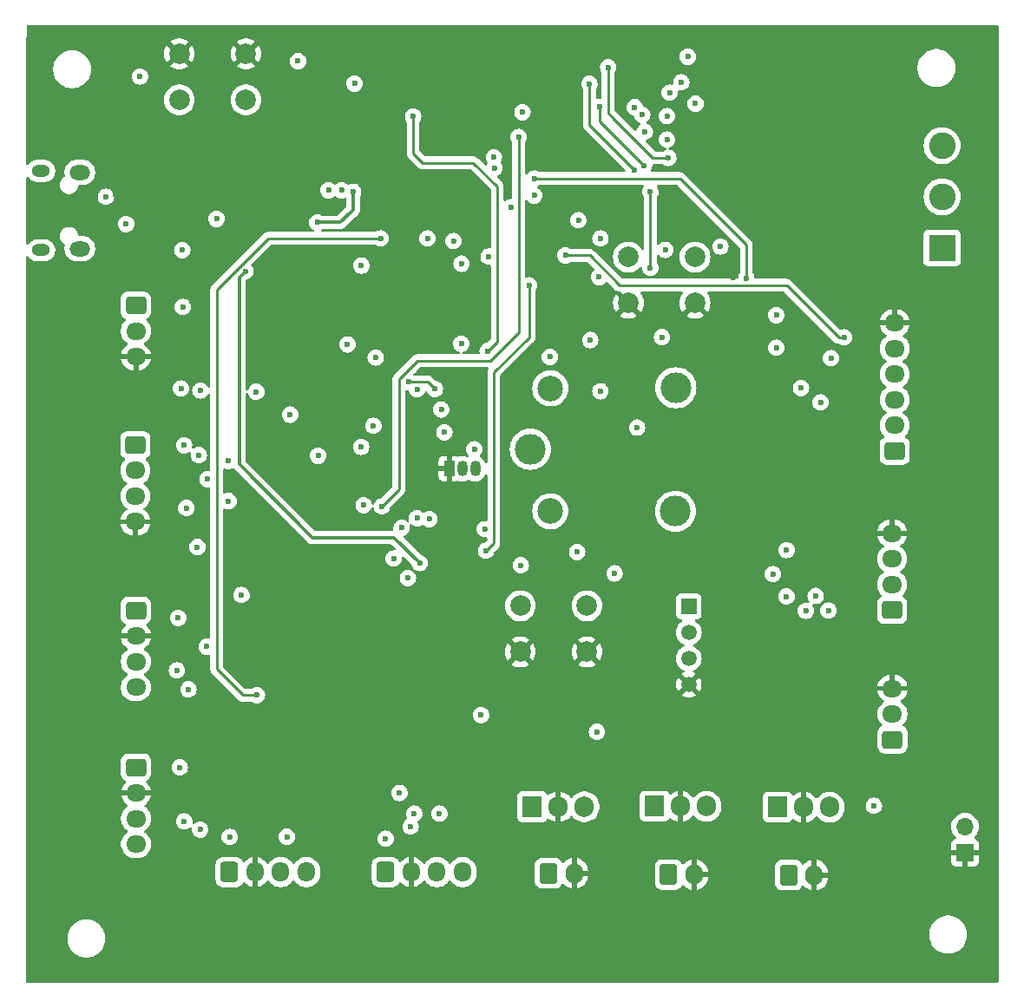
<source format=gbr>
%TF.GenerationSoftware,KiCad,Pcbnew,8.0.7*%
%TF.CreationDate,2025-02-15T14:18:58+03:00*%
%TF.ProjectId,IoT Edge Device V1,496f5420-4564-4676-9520-446576696365,rev?*%
%TF.SameCoordinates,Original*%
%TF.FileFunction,Copper,L2,Inr*%
%TF.FilePolarity,Positive*%
%FSLAX46Y46*%
G04 Gerber Fmt 4.6, Leading zero omitted, Abs format (unit mm)*
G04 Created by KiCad (PCBNEW 8.0.7) date 2025-02-15 14:18:58*
%MOMM*%
%LPD*%
G01*
G04 APERTURE LIST*
G04 Aperture macros list*
%AMRoundRect*
0 Rectangle with rounded corners*
0 $1 Rounding radius*
0 $2 $3 $4 $5 $6 $7 $8 $9 X,Y pos of 4 corners*
0 Add a 4 corners polygon primitive as box body*
4,1,4,$2,$3,$4,$5,$6,$7,$8,$9,$2,$3,0*
0 Add four circle primitives for the rounded corners*
1,1,$1+$1,$2,$3*
1,1,$1+$1,$4,$5*
1,1,$1+$1,$6,$7*
1,1,$1+$1,$8,$9*
0 Add four rect primitives between the rounded corners*
20,1,$1+$1,$2,$3,$4,$5,0*
20,1,$1+$1,$4,$5,$6,$7,0*
20,1,$1+$1,$6,$7,$8,$9,0*
20,1,$1+$1,$8,$9,$2,$3,0*%
G04 Aperture macros list end*
%TA.AperFunction,ComponentPad*%
%ADD10RoundRect,0.250000X0.725000X-0.600000X0.725000X0.600000X-0.725000X0.600000X-0.725000X-0.600000X0*%
%TD*%
%TA.AperFunction,ComponentPad*%
%ADD11O,1.950000X1.700000*%
%TD*%
%TA.AperFunction,ComponentPad*%
%ADD12R,1.050000X1.500000*%
%TD*%
%TA.AperFunction,ComponentPad*%
%ADD13O,1.050000X1.500000*%
%TD*%
%TA.AperFunction,ComponentPad*%
%ADD14R,2.600000X2.600000*%
%TD*%
%TA.AperFunction,ComponentPad*%
%ADD15C,2.600000*%
%TD*%
%TA.AperFunction,ComponentPad*%
%ADD16O,1.800000X1.150000*%
%TD*%
%TA.AperFunction,ComponentPad*%
%ADD17O,2.000000X1.450000*%
%TD*%
%TA.AperFunction,ComponentPad*%
%ADD18RoundRect,0.250000X-0.600000X-0.750000X0.600000X-0.750000X0.600000X0.750000X-0.600000X0.750000X0*%
%TD*%
%TA.AperFunction,ComponentPad*%
%ADD19O,1.700000X2.000000*%
%TD*%
%TA.AperFunction,ComponentPad*%
%ADD20C,2.000000*%
%TD*%
%TA.AperFunction,ComponentPad*%
%ADD21R,1.905000X2.000000*%
%TD*%
%TA.AperFunction,ComponentPad*%
%ADD22O,1.905000X2.000000*%
%TD*%
%TA.AperFunction,ComponentPad*%
%ADD23RoundRect,0.250000X-0.725000X0.600000X-0.725000X-0.600000X0.725000X-0.600000X0.725000X0.600000X0*%
%TD*%
%TA.AperFunction,ComponentPad*%
%ADD24C,3.000000*%
%TD*%
%TA.AperFunction,ComponentPad*%
%ADD25C,2.500000*%
%TD*%
%TA.AperFunction,ComponentPad*%
%ADD26RoundRect,0.250000X-0.600000X-0.725000X0.600000X-0.725000X0.600000X0.725000X-0.600000X0.725000X0*%
%TD*%
%TA.AperFunction,ComponentPad*%
%ADD27O,1.700000X1.950000*%
%TD*%
%TA.AperFunction,ComponentPad*%
%ADD28R,1.700000X1.700000*%
%TD*%
%TA.AperFunction,ComponentPad*%
%ADD29O,1.700000X1.700000*%
%TD*%
%TA.AperFunction,ComponentPad*%
%ADD30R,1.500000X1.500000*%
%TD*%
%TA.AperFunction,ComponentPad*%
%ADD31C,1.500000*%
%TD*%
%TA.AperFunction,ViaPad*%
%ADD32C,0.600000*%
%TD*%
%TA.AperFunction,Conductor*%
%ADD33C,0.250000*%
%TD*%
%TA.AperFunction,Conductor*%
%ADD34C,0.300000*%
%TD*%
G04 APERTURE END LIST*
D10*
%TO.N,+3.3VREG*%
%TO.C,J7*%
X179832000Y-103338000D03*
D11*
%TO.N,TXD1*%
X179832000Y-100838000D03*
%TO.N,RXD1*%
X179832000Y-98338000D03*
%TO.N,GND*%
X179832000Y-95838000D03*
%TD*%
D12*
%TO.N,GND*%
%TO.C,Q1*%
X136614000Y-89534000D03*
D13*
%TO.N,Net-(Q1-B)*%
X137884000Y-89534000D03*
%TO.N,Net-(D14-A)*%
X139154000Y-89534000D03*
%TD*%
D14*
%TO.N,/NC*%
%TO.C,J16*%
X184709000Y-67992000D03*
D15*
%TO.N,/NO*%
X184709000Y-62992000D03*
%TO.N,/COM*%
X184709000Y-57992000D03*
%TD*%
D16*
%TO.N,unconnected-(J1-Shield-Pad6)_3*%
%TO.C,J1*%
X96775000Y-60460000D03*
D17*
%TO.N,unconnected-(J1-Shield-Pad6)_2*%
X100575000Y-60610000D03*
%TO.N,unconnected-(J1-Shield-Pad6)*%
X100575000Y-68060000D03*
D16*
%TO.N,unconnected-(J1-Shield-Pad6)_1*%
X96775000Y-68210000D03*
%TD*%
D18*
%TO.N,Net-(J13-Pin_1)*%
%TO.C,J13*%
X169746000Y-129195000D03*
D19*
%TO.N,GND*%
X172246000Y-129195000D03*
%TD*%
D18*
%TO.N,Net-(J11-Pin_1)*%
%TO.C,J11*%
X146324000Y-129011000D03*
D19*
%TO.N,GND*%
X148824000Y-129011000D03*
%TD*%
D20*
%TO.N,GND*%
%TO.C,SW1*%
X160603000Y-73370000D03*
X154103000Y-73370000D03*
%TO.N,BOOT*%
X160603000Y-68870000D03*
X154103000Y-68870000D03*
%TD*%
D10*
%TO.N,+3.3VREG*%
%TO.C,J2*%
X180086000Y-87804000D03*
D11*
%TO.N,CS*%
X180086000Y-85304000D03*
%TO.N,SCLK*%
X180086000Y-82804000D03*
%TO.N,MOSI*%
X180086000Y-80304000D03*
%TO.N,MISO*%
X180086000Y-77804000D03*
%TO.N,GND*%
X180086000Y-75304000D03*
%TD*%
D21*
%TO.N,Net-(J13-Pin_1)*%
%TO.C,U4*%
X168656000Y-122555000D03*
D22*
%TO.N,GND*%
X171196000Y-122555000D03*
%TO.N,Net-(U4-VO)*%
X173736000Y-122555000D03*
%TD*%
D23*
%TO.N,+3.3VREG*%
%TO.C,J8*%
X106066000Y-118678000D03*
D11*
%TO.N,GND*%
X106066000Y-121178000D03*
%TO.N,SDA*%
X106066000Y-123678000D03*
%TO.N,SCL*%
X106066000Y-126178000D03*
%TD*%
D24*
%TO.N,/COM*%
%TO.C,K1*%
X144535000Y-87630000D03*
D25*
%TO.N,Net-(D14-A)*%
X146485000Y-93680000D03*
D24*
%TO.N,/NO*%
X158685000Y-93680000D03*
%TO.N,/NC*%
X158735000Y-81630000D03*
D25*
%TO.N,VOUT_IP*%
X146485000Y-81680000D03*
%TD*%
D20*
%TO.N,GND*%
%TO.C,SW2*%
X110287500Y-49033500D03*
X116787500Y-49033500D03*
%TO.N,CHIP_PU*%
X110287500Y-53533500D03*
X116787500Y-53533500D03*
%TD*%
D23*
%TO.N,+3.3VREG*%
%TO.C,J4*%
X105999500Y-87212500D03*
D11*
%TO.N,TXD2*%
X105999500Y-89712500D03*
%TO.N,RXD2*%
X105999500Y-92212500D03*
%TO.N,GND*%
X105999500Y-94712500D03*
%TD*%
D21*
%TO.N,Net-(J11-Pin_1)*%
%TO.C,U2*%
X144729000Y-122528000D03*
D22*
%TO.N,GND*%
X147269000Y-122528000D03*
%TO.N,Net-(U2-VO)*%
X149809000Y-122528000D03*
%TD*%
D10*
%TO.N,+3.3VREG*%
%TO.C,J6*%
X179864000Y-115970000D03*
D11*
%TO.N,ADC1*%
X179864000Y-113470000D03*
%TO.N,GND*%
X179864000Y-110970000D03*
%TD*%
D21*
%TO.N,Net-(J12-Pin_1)*%
%TO.C,U3*%
X156658000Y-122469000D03*
D22*
%TO.N,GND*%
X159198000Y-122469000D03*
%TO.N,Net-(U3-VO)*%
X161738000Y-122469000D03*
%TD*%
D18*
%TO.N,Net-(J12-Pin_1)*%
%TO.C,J12*%
X158028000Y-129159000D03*
D19*
%TO.N,GND*%
X160528000Y-129159000D03*
%TD*%
D23*
%TO.N,+3.3VREG*%
%TO.C,J10*%
X106049500Y-73587500D03*
D11*
%TO.N,ADC2*%
X106049500Y-76087500D03*
%TO.N,GND*%
X106049500Y-78587500D03*
%TD*%
D26*
%TO.N,+3.3VREG*%
%TO.C,J5*%
X115182000Y-128905000D03*
D27*
%TO.N,GND*%
X117682000Y-128905000D03*
%TO.N,SDA*%
X120182000Y-128905000D03*
%TO.N,SCL*%
X122682000Y-128905000D03*
%TD*%
D28*
%TO.N,GND*%
%TO.C,J14*%
X186944000Y-127000000D03*
D29*
%TO.N,BAT*%
X186944000Y-124460000D03*
%TD*%
D23*
%TO.N,+3.3VREG*%
%TO.C,J3*%
X106049500Y-103362500D03*
D11*
%TO.N,GND*%
X106049500Y-105862500D03*
%TO.N,SDA*%
X106049500Y-108362500D03*
%TO.N,SCL*%
X106049500Y-110862500D03*
%TD*%
D26*
%TO.N,+3.3VREG*%
%TO.C,J9*%
X130422000Y-128905000D03*
D27*
%TO.N,GND*%
X132922000Y-128905000D03*
%TO.N,SDA*%
X135422000Y-128905000D03*
%TO.N,SCL*%
X137922000Y-128905000D03*
%TD*%
D20*
%TO.N,Net-(R9-Pad2)*%
%TO.C,SW3*%
X143562000Y-102906000D03*
X150062000Y-102906000D03*
%TO.N,GND*%
X143562000Y-107406000D03*
X150062000Y-107406000D03*
%TD*%
D30*
%TO.N,+3.3VREG*%
%TO.C,U7*%
X159990500Y-102967500D03*
D31*
%TO.N,DHT_DATA*%
X159990500Y-105507500D03*
%TO.N,unconnected-(U7-NC-Pad3)*%
X159990500Y-108047500D03*
%TO.N,GND*%
X159990500Y-110587500D03*
%TD*%
D32*
%TO.N,+3.3VREG*%
X159900000Y-49325000D03*
X151250000Y-70825000D03*
X106450000Y-51250000D03*
X139725000Y-113575000D03*
X112950000Y-106900000D03*
X115200000Y-125475000D03*
X160650000Y-53900000D03*
X110625000Y-73750000D03*
X131775000Y-121175000D03*
X151375000Y-81975000D03*
X173625000Y-103375000D03*
X169525000Y-102000000D03*
X112350000Y-81900000D03*
X110575000Y-68200000D03*
X129225000Y-85350000D03*
X117800000Y-82025000D03*
X110750000Y-87250000D03*
X110175000Y-104100000D03*
X121875000Y-49750000D03*
X169525000Y-97475000D03*
X116350000Y-101850000D03*
X110975000Y-93375000D03*
X171425000Y-103400000D03*
X130425000Y-125650000D03*
X110325000Y-118675000D03*
%TO.N,GND*%
X139954000Y-55245000D03*
X121920000Y-89662000D03*
X134874000Y-55245000D03*
X104394000Y-51308000D03*
X134493000Y-89408000D03*
X128270000Y-47625000D03*
X108077000Y-48514000D03*
X159639000Y-125349000D03*
X160655000Y-125984000D03*
X134948000Y-76394000D03*
X136017000Y-52705000D03*
X122400000Y-93000000D03*
X120650000Y-48895000D03*
X120269000Y-86106000D03*
X123200000Y-93000000D03*
X184531000Y-127000000D03*
X149987000Y-109855000D03*
X126492000Y-47625000D03*
X124482000Y-81820000D03*
X123317000Y-59436000D03*
X135202000Y-72838000D03*
X122809000Y-105664000D03*
X139774000Y-71949000D03*
X102489000Y-65659000D03*
X171069000Y-118745000D03*
X145161000Y-70485000D03*
X118184000Y-71187000D03*
X109347000Y-121158000D03*
X124714000Y-46990000D03*
X134112000Y-117602000D03*
X136017000Y-57785000D03*
X138811000Y-52705000D03*
X122375000Y-72203000D03*
X109347000Y-94742000D03*
X117856000Y-125603000D03*
X138684000Y-85471000D03*
X149225000Y-47625000D03*
X172974000Y-125984000D03*
X166116000Y-118364000D03*
X137414000Y-52705000D03*
X154051000Y-75438000D03*
X104013000Y-62738000D03*
X172085000Y-125222000D03*
X137869000Y-71187000D03*
X142875000Y-118237000D03*
X122936000Y-103632000D03*
X123317000Y-58420000D03*
X121793000Y-54864000D03*
X122301000Y-86106000D03*
X109347000Y-105918000D03*
X125730000Y-84328000D03*
X137541000Y-57912000D03*
X176657000Y-75311000D03*
X132969000Y-125603000D03*
X121920000Y-88900000D03*
X163576000Y-110617000D03*
X160655000Y-75565000D03*
X125095000Y-92202000D03*
X164338000Y-70838000D03*
X161417000Y-51689000D03*
X118745000Y-49022000D03*
X154629000Y-117790000D03*
X147701000Y-125095000D03*
X128775000Y-76925000D03*
X176530000Y-110998000D03*
X109220000Y-78613000D03*
X176403000Y-95885000D03*
X133985000Y-103632000D03*
X175641000Y-48387000D03*
X143510000Y-109728000D03*
X148971000Y-125857000D03*
X138938000Y-57785000D03*
%TO.N,5VUSB*%
X115062000Y-88773000D03*
X123825000Y-88265000D03*
X103124000Y-62992000D03*
X105100000Y-65650000D03*
%TO.N,VIN_IP*%
X128025000Y-87400000D03*
X131975000Y-95300000D03*
X151025000Y-115225000D03*
X128050000Y-69700000D03*
%TO.N,VOUT_IP*%
X146450000Y-78625000D03*
X137825000Y-69525000D03*
%TO.N,BAT*%
X150375000Y-76975000D03*
X178054000Y-122428000D03*
%TO.N,Net-(D14-A)*%
X139065000Y-87630000D03*
X136144000Y-85979000D03*
%TO.N,SCLK*%
X165608000Y-70925000D03*
X144907000Y-61214000D03*
X170942000Y-81661000D03*
%TO.N,MISO*%
X147955000Y-68707000D03*
X175133000Y-76708000D03*
%TO.N,MOSI*%
X173863000Y-78740000D03*
X149225000Y-65278000D03*
%TO.N,CS*%
X151376880Y-67063120D03*
X172847000Y-83058000D03*
%TO.N,SDA*%
X141025000Y-60175000D03*
X132850000Y-124450000D03*
X129450000Y-78675000D03*
X111175000Y-111075000D03*
X112325000Y-124750000D03*
X121107058Y-84257058D03*
X110775000Y-123950000D03*
X110050000Y-109225000D03*
X120775000Y-125450000D03*
X115100000Y-92700000D03*
%TO.N,SCL*%
X110450000Y-81700000D03*
X112050000Y-97175000D03*
X133200000Y-123200000D03*
X135675000Y-123200000D03*
X140975000Y-59150000D03*
X126700000Y-77400000D03*
%TO.N,TXD2*%
X112200000Y-88200000D03*
X124841000Y-62357000D03*
%TO.N,RXD2*%
X126111000Y-62357000D03*
X113030000Y-90551000D03*
%TO.N,ADC1*%
X158000000Y-59200000D03*
X163075000Y-67850000D03*
X172375000Y-101950000D03*
X152125000Y-50350000D03*
%TO.N,TXD1*%
X156250000Y-69925000D03*
X154700000Y-60400000D03*
X168200000Y-99825000D03*
X157375000Y-76700000D03*
X156250000Y-62500000D03*
X150300000Y-51975000D03*
%TO.N,RXD1*%
X155625000Y-59925000D03*
X157700000Y-68175000D03*
X154950000Y-85525000D03*
X151300000Y-54200000D03*
%TO.N,ADC2*%
X127381000Y-51943000D03*
X113919000Y-65151000D03*
%TO.N,MOSI_SD*%
X155702000Y-56642000D03*
X157861000Y-55118000D03*
%TO.N,SCLK_SD*%
X158115000Y-52832000D03*
X155448000Y-54991000D03*
%TO.N,CS_SD*%
X144907000Y-62865000D03*
X157861000Y-57404000D03*
%TO.N,MISO_SD*%
X159258000Y-51816000D03*
X154721000Y-54264000D03*
%TO.N,RELAY*%
X140375000Y-78050000D03*
X133100000Y-55150000D03*
X135850000Y-83750000D03*
%TO.N,/NO*%
X168529000Y-74549000D03*
X168529000Y-77724000D03*
%TO.N,Net-(R9-Pad2)*%
X143600000Y-98950000D03*
X140100000Y-95425000D03*
X132650000Y-81075000D03*
X134675000Y-94450000D03*
X135225000Y-81750000D03*
%TO.N,DHT_DATA*%
X127250000Y-62500000D03*
X152750000Y-99750000D03*
X133750000Y-98750000D03*
X123750000Y-65500000D03*
X116750000Y-70250000D03*
%TO.N,IRQ1*%
X117856000Y-111633000D03*
X129921000Y-67056000D03*
%TO.N,IRQ3*%
X131191000Y-98298000D03*
X143764000Y-54737000D03*
%TO.N,IRQ2*%
X143383000Y-57150000D03*
X130048000Y-93218000D03*
%TO.N,RESET*%
X140462000Y-68834000D03*
X128270000Y-93091000D03*
%TO.N,MISO_LORA*%
X144399000Y-71628000D03*
X140208000Y-97536000D03*
%TO.N,CS_LORA*%
X132588000Y-100203000D03*
X134493000Y-67056000D03*
%TO.N,SCLK_LORA*%
X142621000Y-64008000D03*
X149098000Y-97663000D03*
%TO.N,MOSI_LORA*%
X137795000Y-77343000D03*
X133477000Y-94361000D03*
X137033000Y-67310000D03*
X133477000Y-81788000D03*
%TD*%
D33*
%TO.N,SCLK*%
X159131000Y-61214000D02*
X144907000Y-61214000D01*
X165608000Y-70925000D02*
X165608000Y-67691000D01*
X165608000Y-67691000D02*
X159131000Y-61214000D01*
%TO.N,MISO*%
X169545000Y-71628000D02*
X174625000Y-76708000D01*
X174625000Y-76708000D02*
X175133000Y-76708000D01*
X147955000Y-68707000D02*
X150332000Y-68707000D01*
X153253000Y-71628000D02*
X169545000Y-71628000D01*
X150332000Y-68707000D02*
X153253000Y-71628000D01*
%TO.N,ADC1*%
X152750000Y-55450000D02*
X152125000Y-54825000D01*
X152125000Y-54825000D02*
X152125000Y-50350000D01*
X156500000Y-59200000D02*
X152750000Y-55450000D01*
X158000000Y-59200000D02*
X156500000Y-59200000D01*
%TO.N,TXD1*%
X150300000Y-56000000D02*
X150300000Y-51975000D01*
X154700000Y-60400000D02*
X150300000Y-56000000D01*
X156250000Y-69925000D02*
X156250000Y-62500000D01*
%TO.N,RXD1*%
X155625000Y-59925000D02*
X151300000Y-55600000D01*
X151300000Y-55600000D02*
X151300000Y-54200000D01*
%TO.N,RELAY*%
X141300000Y-62000000D02*
X138975000Y-59675000D01*
X140375000Y-78050000D02*
X141300000Y-77125000D01*
X134025000Y-59675000D02*
X133100000Y-58750000D01*
X133100000Y-58750000D02*
X133100000Y-55150000D01*
X141300000Y-77125000D02*
X141300000Y-62000000D01*
X138975000Y-59675000D02*
X134025000Y-59675000D01*
%TO.N,Net-(R9-Pad2)*%
X134550000Y-81075000D02*
X132650000Y-81075000D01*
X135225000Y-81750000D02*
X134550000Y-81075000D01*
D34*
%TO.N,DHT_DATA*%
X126000000Y-65500000D02*
X127000000Y-64500000D01*
X123250000Y-96250000D02*
X116125000Y-89125000D01*
X131250000Y-96250000D02*
X123250000Y-96250000D01*
X116125000Y-70875000D02*
X116750000Y-70250000D01*
X127250000Y-64250000D02*
X127250000Y-62500000D01*
X116125000Y-89125000D02*
X116125000Y-70875000D01*
X123750000Y-65500000D02*
X126000000Y-65500000D01*
X127000000Y-64500000D02*
X127250000Y-64250000D01*
X133750000Y-98750000D02*
X131250000Y-96250000D01*
D33*
%TO.N,IRQ1*%
X117856000Y-111633000D02*
X116459000Y-111633000D01*
X113929000Y-109103000D02*
X113929000Y-72046000D01*
X116459000Y-111633000D02*
X113929000Y-109103000D01*
X118919000Y-67056000D02*
X129921000Y-67056000D01*
X113929000Y-72046000D02*
X118919000Y-67056000D01*
%TO.N,IRQ2*%
X131699000Y-80801000D02*
X133506000Y-78994000D01*
X143383000Y-76200000D02*
X143383000Y-57150000D01*
X130048000Y-93218000D02*
X131699000Y-91567000D01*
X133506000Y-78994000D02*
X140589000Y-78994000D01*
X131699000Y-91567000D02*
X131699000Y-80801000D01*
X140589000Y-78994000D02*
X143383000Y-76200000D01*
%TO.N,MISO_LORA*%
X144399000Y-76708000D02*
X144399000Y-71628000D01*
X140208000Y-97536000D02*
X140970000Y-96774000D01*
X140970000Y-80137000D02*
X144399000Y-76708000D01*
X140970000Y-96774000D02*
X140970000Y-80137000D01*
%TD*%
%TA.AperFunction,Conductor*%
%TO.N,GND*%
G36*
X190160539Y-46247685D02*
G01*
X190206294Y-46300489D01*
X190217500Y-46352000D01*
X190217500Y-139576000D01*
X190197815Y-139643039D01*
X190145011Y-139688794D01*
X190093500Y-139700000D01*
X95421500Y-139700000D01*
X95354461Y-139680315D01*
X95308706Y-139627511D01*
X95297500Y-139576000D01*
X95297500Y-135260711D01*
X99368500Y-135260711D01*
X99368500Y-135503288D01*
X99400161Y-135743785D01*
X99462947Y-135978104D01*
X99484979Y-136031293D01*
X99555776Y-136202212D01*
X99677064Y-136412289D01*
X99677066Y-136412292D01*
X99677067Y-136412293D01*
X99824733Y-136604736D01*
X99824739Y-136604743D01*
X99996256Y-136776260D01*
X99996263Y-136776266D01*
X100094310Y-136851500D01*
X100188711Y-136923936D01*
X100398788Y-137045224D01*
X100622900Y-137138054D01*
X100857211Y-137200838D01*
X101037586Y-137224584D01*
X101097711Y-137232500D01*
X101097712Y-137232500D01*
X101340289Y-137232500D01*
X101388388Y-137226167D01*
X101580789Y-137200838D01*
X101815100Y-137138054D01*
X102039212Y-137045224D01*
X102249289Y-136923936D01*
X102441738Y-136776265D01*
X102613265Y-136604738D01*
X102760936Y-136412289D01*
X102882224Y-136202212D01*
X102975054Y-135978100D01*
X103037838Y-135743789D01*
X103069500Y-135503288D01*
X103069500Y-135260712D01*
X103037838Y-135020211D01*
X103000191Y-134879711D01*
X183442500Y-134879711D01*
X183442500Y-135122288D01*
X183474161Y-135362785D01*
X183536947Y-135597104D01*
X183597706Y-135743789D01*
X183629776Y-135821212D01*
X183751064Y-136031289D01*
X183751066Y-136031292D01*
X183751067Y-136031293D01*
X183898733Y-136223736D01*
X183898739Y-136223743D01*
X184070256Y-136395260D01*
X184070262Y-136395265D01*
X184262711Y-136542936D01*
X184472788Y-136664224D01*
X184696900Y-136757054D01*
X184931211Y-136819838D01*
X185111586Y-136843584D01*
X185171711Y-136851500D01*
X185171712Y-136851500D01*
X185414289Y-136851500D01*
X185462388Y-136845167D01*
X185654789Y-136819838D01*
X185889100Y-136757054D01*
X186113212Y-136664224D01*
X186323289Y-136542936D01*
X186515738Y-136395265D01*
X186687265Y-136223738D01*
X186834936Y-136031289D01*
X186956224Y-135821212D01*
X187049054Y-135597100D01*
X187111838Y-135362789D01*
X187143500Y-135122288D01*
X187143500Y-134879712D01*
X187111838Y-134639211D01*
X187049054Y-134404900D01*
X186956224Y-134180788D01*
X186834936Y-133970711D01*
X186687265Y-133778262D01*
X186687260Y-133778256D01*
X186515743Y-133606739D01*
X186515736Y-133606733D01*
X186323293Y-133459067D01*
X186323292Y-133459066D01*
X186323289Y-133459064D01*
X186113212Y-133337776D01*
X186113205Y-133337773D01*
X185889104Y-133244947D01*
X185654785Y-133182161D01*
X185414289Y-133150500D01*
X185414288Y-133150500D01*
X185171712Y-133150500D01*
X185171711Y-133150500D01*
X184931214Y-133182161D01*
X184696895Y-133244947D01*
X184472794Y-133337773D01*
X184472785Y-133337777D01*
X184262706Y-133459067D01*
X184070263Y-133606733D01*
X184070256Y-133606739D01*
X183898739Y-133778256D01*
X183898733Y-133778263D01*
X183751067Y-133970706D01*
X183629777Y-134180785D01*
X183629773Y-134180794D01*
X183536947Y-134404895D01*
X183474161Y-134639214D01*
X183442500Y-134879711D01*
X103000191Y-134879711D01*
X102975054Y-134785900D01*
X102882224Y-134561788D01*
X102760936Y-134351711D01*
X102629787Y-134180794D01*
X102613266Y-134159263D01*
X102613260Y-134159256D01*
X102441743Y-133987739D01*
X102441736Y-133987733D01*
X102249293Y-133840067D01*
X102249292Y-133840066D01*
X102249289Y-133840064D01*
X102039212Y-133718776D01*
X102039205Y-133718773D01*
X101815104Y-133625947D01*
X101580785Y-133563161D01*
X101340289Y-133531500D01*
X101340288Y-133531500D01*
X101097712Y-133531500D01*
X101097711Y-133531500D01*
X100857214Y-133563161D01*
X100622895Y-133625947D01*
X100398794Y-133718773D01*
X100398785Y-133718777D01*
X100188706Y-133840067D01*
X99996263Y-133987733D01*
X99996256Y-133987739D01*
X99824739Y-134159256D01*
X99824733Y-134159263D01*
X99677067Y-134351706D01*
X99555777Y-134561785D01*
X99555773Y-134561794D01*
X99462947Y-134785895D01*
X99400161Y-135020214D01*
X99368500Y-135260711D01*
X95297500Y-135260711D01*
X95297500Y-128129983D01*
X113831500Y-128129983D01*
X113831500Y-129680001D01*
X113831501Y-129680018D01*
X113842000Y-129782796D01*
X113842001Y-129782799D01*
X113897185Y-129949331D01*
X113897187Y-129949336D01*
X113903159Y-129959018D01*
X113989288Y-130098656D01*
X114113344Y-130222712D01*
X114262666Y-130314814D01*
X114429203Y-130369999D01*
X114531991Y-130380500D01*
X115832008Y-130380499D01*
X115934797Y-130369999D01*
X116101334Y-130314814D01*
X116250656Y-130222712D01*
X116374712Y-130098656D01*
X116466814Y-129949334D01*
X116466814Y-129949331D01*
X116470448Y-129943441D01*
X116522395Y-129896716D01*
X116591358Y-129885493D01*
X116655440Y-129913336D01*
X116663668Y-129920856D01*
X116802535Y-130059723D01*
X116802540Y-130059727D01*
X116974442Y-130184620D01*
X117163782Y-130281095D01*
X117365871Y-130346757D01*
X117432000Y-130357231D01*
X117432000Y-129309145D01*
X117498657Y-129347630D01*
X117619465Y-129380000D01*
X117744535Y-129380000D01*
X117865343Y-129347630D01*
X117932000Y-129309145D01*
X117932000Y-130357230D01*
X117998126Y-130346757D01*
X117998129Y-130346757D01*
X118200217Y-130281095D01*
X118389557Y-130184620D01*
X118561459Y-130059727D01*
X118561464Y-130059723D01*
X118711721Y-129909466D01*
X118831371Y-129744781D01*
X118886701Y-129702115D01*
X118956314Y-129696136D01*
X119018110Y-129728741D01*
X119032008Y-129744781D01*
X119151890Y-129909785D01*
X119151894Y-129909790D01*
X119302213Y-130060109D01*
X119474179Y-130185048D01*
X119474181Y-130185049D01*
X119474184Y-130185051D01*
X119663588Y-130281557D01*
X119865757Y-130347246D01*
X120075713Y-130380500D01*
X120075714Y-130380500D01*
X120288286Y-130380500D01*
X120288287Y-130380500D01*
X120498243Y-130347246D01*
X120700412Y-130281557D01*
X120889816Y-130185051D01*
X120918112Y-130164493D01*
X121061786Y-130060109D01*
X121061788Y-130060106D01*
X121061792Y-130060104D01*
X121212104Y-129909792D01*
X121331683Y-129745204D01*
X121387011Y-129702540D01*
X121456624Y-129696561D01*
X121518420Y-129729166D01*
X121532313Y-129745199D01*
X121618058Y-129863217D01*
X121651896Y-129909792D01*
X121802213Y-130060109D01*
X121974179Y-130185048D01*
X121974181Y-130185049D01*
X121974184Y-130185051D01*
X122163588Y-130281557D01*
X122365757Y-130347246D01*
X122575713Y-130380500D01*
X122575714Y-130380500D01*
X122788286Y-130380500D01*
X122788287Y-130380500D01*
X122998243Y-130347246D01*
X123200412Y-130281557D01*
X123389816Y-130185051D01*
X123418112Y-130164493D01*
X123561786Y-130060109D01*
X123561788Y-130060106D01*
X123561792Y-130060104D01*
X123712104Y-129909792D01*
X123712106Y-129909788D01*
X123712109Y-129909786D01*
X123837048Y-129737820D01*
X123837047Y-129737820D01*
X123837051Y-129737816D01*
X123933557Y-129548412D01*
X123999246Y-129346243D01*
X124032500Y-129136287D01*
X124032500Y-128673713D01*
X123999246Y-128463757D01*
X123933557Y-128261588D01*
X123866501Y-128129983D01*
X129071500Y-128129983D01*
X129071500Y-129680001D01*
X129071501Y-129680018D01*
X129082000Y-129782796D01*
X129082001Y-129782799D01*
X129137185Y-129949331D01*
X129137187Y-129949336D01*
X129143159Y-129959018D01*
X129229288Y-130098656D01*
X129353344Y-130222712D01*
X129502666Y-130314814D01*
X129669203Y-130369999D01*
X129771991Y-130380500D01*
X131072008Y-130380499D01*
X131174797Y-130369999D01*
X131341334Y-130314814D01*
X131490656Y-130222712D01*
X131614712Y-130098656D01*
X131706814Y-129949334D01*
X131706814Y-129949331D01*
X131710448Y-129943441D01*
X131762395Y-129896716D01*
X131831358Y-129885493D01*
X131895440Y-129913336D01*
X131903668Y-129920856D01*
X132042535Y-130059723D01*
X132042540Y-130059727D01*
X132214442Y-130184620D01*
X132403782Y-130281095D01*
X132605871Y-130346757D01*
X132672000Y-130357231D01*
X132672000Y-129309145D01*
X132738657Y-129347630D01*
X132859465Y-129380000D01*
X132984535Y-129380000D01*
X133105343Y-129347630D01*
X133172000Y-129309145D01*
X133172000Y-130357230D01*
X133238126Y-130346757D01*
X133238129Y-130346757D01*
X133440217Y-130281095D01*
X133629557Y-130184620D01*
X133801459Y-130059727D01*
X133801464Y-130059723D01*
X133951721Y-129909466D01*
X134071371Y-129744781D01*
X134126701Y-129702115D01*
X134196314Y-129696136D01*
X134258110Y-129728741D01*
X134272008Y-129744781D01*
X134391890Y-129909785D01*
X134391894Y-129909790D01*
X134542213Y-130060109D01*
X134714179Y-130185048D01*
X134714181Y-130185049D01*
X134714184Y-130185051D01*
X134903588Y-130281557D01*
X135105757Y-130347246D01*
X135315713Y-130380500D01*
X135315714Y-130380500D01*
X135528286Y-130380500D01*
X135528287Y-130380500D01*
X135738243Y-130347246D01*
X135940412Y-130281557D01*
X136129816Y-130185051D01*
X136158112Y-130164493D01*
X136301786Y-130060109D01*
X136301788Y-130060106D01*
X136301792Y-130060104D01*
X136452104Y-129909792D01*
X136571683Y-129745204D01*
X136627011Y-129702540D01*
X136696624Y-129696561D01*
X136758420Y-129729166D01*
X136772313Y-129745199D01*
X136858058Y-129863217D01*
X136891896Y-129909792D01*
X137042213Y-130060109D01*
X137214179Y-130185048D01*
X137214181Y-130185049D01*
X137214184Y-130185051D01*
X137403588Y-130281557D01*
X137605757Y-130347246D01*
X137815713Y-130380500D01*
X137815714Y-130380500D01*
X138028286Y-130380500D01*
X138028287Y-130380500D01*
X138238243Y-130347246D01*
X138440412Y-130281557D01*
X138629816Y-130185051D01*
X138658112Y-130164493D01*
X138801786Y-130060109D01*
X138801788Y-130060106D01*
X138801792Y-130060104D01*
X138952104Y-129909792D01*
X138952106Y-129909788D01*
X138952109Y-129909786D01*
X139077048Y-129737820D01*
X139077047Y-129737820D01*
X139077051Y-129737816D01*
X139173557Y-129548412D01*
X139239246Y-129346243D01*
X139272500Y-129136287D01*
X139272500Y-128673713D01*
X139239246Y-128463757D01*
X139173557Y-128261588D01*
X139147773Y-128210983D01*
X144973500Y-128210983D01*
X144973500Y-129811001D01*
X144973501Y-129811018D01*
X144984000Y-129913796D01*
X144984001Y-129913799D01*
X145039185Y-130080331D01*
X145039187Y-130080336D01*
X145074069Y-130136888D01*
X145131288Y-130229656D01*
X145255344Y-130353712D01*
X145404666Y-130445814D01*
X145571203Y-130500999D01*
X145673991Y-130511500D01*
X146974008Y-130511499D01*
X147076797Y-130500999D01*
X147243334Y-130445814D01*
X147392656Y-130353712D01*
X147516712Y-130229656D01*
X147608814Y-130080334D01*
X147608814Y-130080331D01*
X147612448Y-130074441D01*
X147664395Y-130027716D01*
X147733358Y-130016493D01*
X147797440Y-130044336D01*
X147805668Y-130051856D01*
X147944535Y-130190723D01*
X147944540Y-130190727D01*
X148116442Y-130315620D01*
X148305782Y-130412095D01*
X148507871Y-130477757D01*
X148574000Y-130488231D01*
X148574000Y-129444012D01*
X148631007Y-129476925D01*
X148758174Y-129511000D01*
X148889826Y-129511000D01*
X149016993Y-129476925D01*
X149074000Y-129444012D01*
X149074000Y-130488230D01*
X149140126Y-130477757D01*
X149140129Y-130477757D01*
X149342217Y-130412095D01*
X149531557Y-130315620D01*
X149703459Y-130190727D01*
X149703464Y-130190723D01*
X149853723Y-130040464D01*
X149853727Y-130040459D01*
X149978620Y-129868557D01*
X150075095Y-129679217D01*
X150140757Y-129477130D01*
X150140757Y-129477127D01*
X150174000Y-129267246D01*
X150174000Y-129261000D01*
X149257012Y-129261000D01*
X149289925Y-129203993D01*
X149324000Y-129076826D01*
X149324000Y-128945174D01*
X149289925Y-128818007D01*
X149257012Y-128761000D01*
X150174000Y-128761000D01*
X150174000Y-128754753D01*
X150140757Y-128544872D01*
X150140757Y-128544869D01*
X150080359Y-128358983D01*
X156677500Y-128358983D01*
X156677500Y-129959001D01*
X156677501Y-129959018D01*
X156688000Y-130061796D01*
X156688001Y-130061799D01*
X156743185Y-130228331D01*
X156743187Y-130228336D01*
X156761756Y-130258441D01*
X156835288Y-130377656D01*
X156959344Y-130501712D01*
X157108666Y-130593814D01*
X157275203Y-130648999D01*
X157377991Y-130659500D01*
X158678008Y-130659499D01*
X158780797Y-130648999D01*
X158947334Y-130593814D01*
X159096656Y-130501712D01*
X159220712Y-130377656D01*
X159312814Y-130228334D01*
X159312814Y-130228331D01*
X159316448Y-130222441D01*
X159368395Y-130175716D01*
X159437358Y-130164493D01*
X159501440Y-130192336D01*
X159509668Y-130199856D01*
X159648535Y-130338723D01*
X159648540Y-130338727D01*
X159820442Y-130463620D01*
X160009782Y-130560095D01*
X160211871Y-130625757D01*
X160278000Y-130636231D01*
X160278000Y-129592012D01*
X160335007Y-129624925D01*
X160462174Y-129659000D01*
X160593826Y-129659000D01*
X160720993Y-129624925D01*
X160778000Y-129592012D01*
X160778000Y-130636230D01*
X160844126Y-130625757D01*
X160844129Y-130625757D01*
X161046217Y-130560095D01*
X161235557Y-130463620D01*
X161407459Y-130338727D01*
X161407464Y-130338723D01*
X161557723Y-130188464D01*
X161557727Y-130188459D01*
X161682620Y-130016557D01*
X161779095Y-129827217D01*
X161844757Y-129625130D01*
X161844757Y-129625127D01*
X161878000Y-129415246D01*
X161878000Y-129409000D01*
X160961012Y-129409000D01*
X160993925Y-129351993D01*
X161028000Y-129224826D01*
X161028000Y-129093174D01*
X160993925Y-128966007D01*
X160961012Y-128909000D01*
X161878000Y-128909000D01*
X161878000Y-128902753D01*
X161844757Y-128692872D01*
X161844757Y-128692869D01*
X161779095Y-128490782D01*
X161730282Y-128394983D01*
X168395500Y-128394983D01*
X168395500Y-129995001D01*
X168395501Y-129995018D01*
X168406000Y-130097796D01*
X168406001Y-130097799D01*
X168436795Y-130190727D01*
X168461186Y-130264334D01*
X168553288Y-130413656D01*
X168677344Y-130537712D01*
X168826666Y-130629814D01*
X168993203Y-130684999D01*
X169095991Y-130695500D01*
X170396008Y-130695499D01*
X170498797Y-130684999D01*
X170665334Y-130629814D01*
X170814656Y-130537712D01*
X170938712Y-130413656D01*
X171030814Y-130264334D01*
X171030814Y-130264331D01*
X171034448Y-130258441D01*
X171086395Y-130211716D01*
X171155358Y-130200493D01*
X171219440Y-130228336D01*
X171227668Y-130235856D01*
X171366535Y-130374723D01*
X171366540Y-130374727D01*
X171538442Y-130499620D01*
X171727782Y-130596095D01*
X171929871Y-130661757D01*
X171996000Y-130672231D01*
X171996000Y-129628012D01*
X172053007Y-129660925D01*
X172180174Y-129695000D01*
X172311826Y-129695000D01*
X172438993Y-129660925D01*
X172496000Y-129628012D01*
X172496000Y-130672230D01*
X172562126Y-130661757D01*
X172562129Y-130661757D01*
X172764217Y-130596095D01*
X172953557Y-130499620D01*
X173125459Y-130374727D01*
X173125464Y-130374723D01*
X173275723Y-130224464D01*
X173275727Y-130224459D01*
X173400620Y-130052557D01*
X173497095Y-129863217D01*
X173562757Y-129661130D01*
X173562757Y-129661127D01*
X173596000Y-129451246D01*
X173596000Y-129445000D01*
X172679012Y-129445000D01*
X172711925Y-129387993D01*
X172746000Y-129260826D01*
X172746000Y-129129174D01*
X172711925Y-129002007D01*
X172679012Y-128945000D01*
X173596000Y-128945000D01*
X173596000Y-128938753D01*
X173562757Y-128728872D01*
X173562757Y-128728869D01*
X173497095Y-128526782D01*
X173400620Y-128337442D01*
X173275727Y-128165540D01*
X173275723Y-128165535D01*
X173125464Y-128015276D01*
X173125459Y-128015272D01*
X172953557Y-127890379D01*
X172764215Y-127793903D01*
X172562124Y-127728241D01*
X172496000Y-127717768D01*
X172496000Y-128761988D01*
X172438993Y-128729075D01*
X172311826Y-128695000D01*
X172180174Y-128695000D01*
X172053007Y-128729075D01*
X171996000Y-128761988D01*
X171996000Y-127717768D01*
X171995999Y-127717768D01*
X171929875Y-127728241D01*
X171727784Y-127793903D01*
X171538442Y-127890379D01*
X171366541Y-128015271D01*
X171227668Y-128154144D01*
X171166345Y-128187628D01*
X171096653Y-128182644D01*
X171040720Y-128140772D01*
X171034448Y-128131558D01*
X171017926Y-128104772D01*
X170938712Y-127976344D01*
X170814656Y-127852288D01*
X170717471Y-127792344D01*
X170665336Y-127760187D01*
X170665331Y-127760185D01*
X170658444Y-127757903D01*
X170498797Y-127705001D01*
X170498795Y-127705000D01*
X170396010Y-127694500D01*
X169095998Y-127694500D01*
X169095981Y-127694501D01*
X168993203Y-127705000D01*
X168993200Y-127705001D01*
X168826668Y-127760185D01*
X168826663Y-127760187D01*
X168677342Y-127852289D01*
X168553289Y-127976342D01*
X168461187Y-128125663D01*
X168461185Y-128125668D01*
X168452583Y-128151628D01*
X168406001Y-128292203D01*
X168406001Y-128292204D01*
X168406000Y-128292204D01*
X168395500Y-128394983D01*
X161730282Y-128394983D01*
X161682620Y-128301442D01*
X161557727Y-128129540D01*
X161557723Y-128129535D01*
X161407464Y-127979276D01*
X161407459Y-127979272D01*
X161235557Y-127854379D01*
X161046215Y-127757903D01*
X160844124Y-127692241D01*
X160778000Y-127681768D01*
X160778000Y-128725988D01*
X160720993Y-128693075D01*
X160593826Y-128659000D01*
X160462174Y-128659000D01*
X160335007Y-128693075D01*
X160278000Y-128725988D01*
X160278000Y-127681768D01*
X160277999Y-127681768D01*
X160211875Y-127692241D01*
X160009784Y-127757903D01*
X159820442Y-127854379D01*
X159648541Y-127979271D01*
X159509668Y-128118144D01*
X159448345Y-128151628D01*
X159378653Y-128146644D01*
X159322720Y-128104772D01*
X159316448Y-128095558D01*
X159256671Y-127998644D01*
X159220712Y-127940344D01*
X159096656Y-127816288D01*
X158989007Y-127749890D01*
X158947336Y-127724187D01*
X158947331Y-127724185D01*
X158908573Y-127711342D01*
X158780797Y-127669001D01*
X158780795Y-127669000D01*
X158678010Y-127658500D01*
X157377998Y-127658500D01*
X157377981Y-127658501D01*
X157275203Y-127669000D01*
X157275200Y-127669001D01*
X157108668Y-127724185D01*
X157108663Y-127724187D01*
X156959342Y-127816289D01*
X156835289Y-127940342D01*
X156743187Y-128089663D01*
X156743185Y-128089668D01*
X156729823Y-128129992D01*
X156688001Y-128256203D01*
X156688001Y-128256204D01*
X156688000Y-128256204D01*
X156677500Y-128358983D01*
X150080359Y-128358983D01*
X150075095Y-128342782D01*
X149978620Y-128153442D01*
X149853727Y-127981540D01*
X149853723Y-127981535D01*
X149703464Y-127831276D01*
X149703459Y-127831272D01*
X149531557Y-127706379D01*
X149342215Y-127609903D01*
X149140124Y-127544241D01*
X149074000Y-127533768D01*
X149074000Y-128577988D01*
X149016993Y-128545075D01*
X148889826Y-128511000D01*
X148758174Y-128511000D01*
X148631007Y-128545075D01*
X148574000Y-128577988D01*
X148574000Y-127533768D01*
X148573999Y-127533768D01*
X148507875Y-127544241D01*
X148305784Y-127609903D01*
X148116442Y-127706379D01*
X147944541Y-127831271D01*
X147805668Y-127970144D01*
X147744345Y-128003628D01*
X147674653Y-127998644D01*
X147618720Y-127956772D01*
X147612448Y-127947558D01*
X147607998Y-127940344D01*
X147516712Y-127792344D01*
X147392656Y-127668288D01*
X147261335Y-127587289D01*
X147243336Y-127576187D01*
X147243331Y-127576185D01*
X147241862Y-127575698D01*
X147076797Y-127521001D01*
X147076795Y-127521000D01*
X146974010Y-127510500D01*
X145673998Y-127510500D01*
X145673981Y-127510501D01*
X145571203Y-127521000D01*
X145571200Y-127521001D01*
X145404668Y-127576185D01*
X145404663Y-127576187D01*
X145255342Y-127668289D01*
X145131289Y-127792342D01*
X145039187Y-127941663D01*
X145039185Y-127941668D01*
X145026723Y-127979276D01*
X144984001Y-128108203D01*
X144984001Y-128108204D01*
X144984000Y-128108204D01*
X144973500Y-128210983D01*
X139147773Y-128210983D01*
X139077051Y-128072184D01*
X139077049Y-128072181D01*
X139077048Y-128072179D01*
X138952109Y-127900213D01*
X138801786Y-127749890D01*
X138629820Y-127624951D01*
X138440414Y-127528444D01*
X138440413Y-127528443D01*
X138440412Y-127528443D01*
X138238243Y-127462754D01*
X138238241Y-127462753D01*
X138238240Y-127462753D01*
X138076957Y-127437208D01*
X138028287Y-127429500D01*
X137815713Y-127429500D01*
X137767042Y-127437208D01*
X137605760Y-127462753D01*
X137403585Y-127528444D01*
X137214179Y-127624951D01*
X137042213Y-127749890D01*
X136891894Y-127900209D01*
X136891890Y-127900214D01*
X136772318Y-128064793D01*
X136716989Y-128107459D01*
X136647375Y-128113438D01*
X136585580Y-128080833D01*
X136571682Y-128064793D01*
X136452109Y-127900214D01*
X136452105Y-127900209D01*
X136301786Y-127749890D01*
X136129820Y-127624951D01*
X135940414Y-127528444D01*
X135940413Y-127528443D01*
X135940412Y-127528443D01*
X135738243Y-127462754D01*
X135738241Y-127462753D01*
X135738240Y-127462753D01*
X135576957Y-127437208D01*
X135528287Y-127429500D01*
X135315713Y-127429500D01*
X135267042Y-127437208D01*
X135105760Y-127462753D01*
X134903585Y-127528444D01*
X134714179Y-127624951D01*
X134542213Y-127749890D01*
X134391894Y-127900209D01*
X134391890Y-127900214D01*
X134272008Y-128065218D01*
X134216678Y-128107884D01*
X134147065Y-128113863D01*
X134085270Y-128081257D01*
X134071372Y-128065218D01*
X133951727Y-127900540D01*
X133951723Y-127900535D01*
X133801464Y-127750276D01*
X133801459Y-127750272D01*
X133629557Y-127625379D01*
X133440215Y-127528903D01*
X133238124Y-127463241D01*
X133172000Y-127452768D01*
X133172000Y-128500854D01*
X133105343Y-128462370D01*
X132984535Y-128430000D01*
X132859465Y-128430000D01*
X132738657Y-128462370D01*
X132672000Y-128500854D01*
X132672000Y-127452768D01*
X132671999Y-127452768D01*
X132605875Y-127463241D01*
X132403784Y-127528903D01*
X132214442Y-127625379D01*
X132042541Y-127750271D01*
X131903668Y-127889144D01*
X131842345Y-127922628D01*
X131772653Y-127917644D01*
X131716720Y-127875772D01*
X131710448Y-127866558D01*
X131679441Y-127816288D01*
X131614712Y-127711344D01*
X131490656Y-127587288D01*
X131383187Y-127521001D01*
X131341336Y-127495187D01*
X131341331Y-127495185D01*
X131339862Y-127494698D01*
X131174797Y-127440001D01*
X131174795Y-127440000D01*
X131072010Y-127429500D01*
X129771998Y-127429500D01*
X129771981Y-127429501D01*
X129669203Y-127440000D01*
X129669200Y-127440001D01*
X129502668Y-127495185D01*
X129502663Y-127495187D01*
X129353342Y-127587289D01*
X129229289Y-127711342D01*
X129137187Y-127860663D01*
X129137185Y-127860668D01*
X129132180Y-127875772D01*
X129082001Y-128027203D01*
X129082001Y-128027204D01*
X129082000Y-128027204D01*
X129071500Y-128129983D01*
X123866501Y-128129983D01*
X123837051Y-128072184D01*
X123837049Y-128072181D01*
X123837048Y-128072179D01*
X123712109Y-127900213D01*
X123561786Y-127749890D01*
X123389820Y-127624951D01*
X123200414Y-127528444D01*
X123200413Y-127528443D01*
X123200412Y-127528443D01*
X122998243Y-127462754D01*
X122998241Y-127462753D01*
X122998240Y-127462753D01*
X122836957Y-127437208D01*
X122788287Y-127429500D01*
X122575713Y-127429500D01*
X122527042Y-127437208D01*
X122365760Y-127462753D01*
X122163585Y-127528444D01*
X121974179Y-127624951D01*
X121802213Y-127749890D01*
X121651894Y-127900209D01*
X121651890Y-127900214D01*
X121532318Y-128064793D01*
X121476989Y-128107459D01*
X121407375Y-128113438D01*
X121345580Y-128080833D01*
X121331682Y-128064793D01*
X121212109Y-127900214D01*
X121212105Y-127900209D01*
X121061786Y-127749890D01*
X120889820Y-127624951D01*
X120700414Y-127528444D01*
X120700413Y-127528443D01*
X120700412Y-127528443D01*
X120498243Y-127462754D01*
X120498241Y-127462753D01*
X120498240Y-127462753D01*
X120336957Y-127437208D01*
X120288287Y-127429500D01*
X120075713Y-127429500D01*
X120027042Y-127437208D01*
X119865760Y-127462753D01*
X119663585Y-127528444D01*
X119474179Y-127624951D01*
X119302213Y-127749890D01*
X119151894Y-127900209D01*
X119151890Y-127900214D01*
X119032008Y-128065218D01*
X118976678Y-128107884D01*
X118907065Y-128113863D01*
X118845270Y-128081257D01*
X118831372Y-128065218D01*
X118711727Y-127900540D01*
X118711723Y-127900535D01*
X118561464Y-127750276D01*
X118561459Y-127750272D01*
X118389557Y-127625379D01*
X118200215Y-127528903D01*
X117998124Y-127463241D01*
X117932000Y-127452768D01*
X117932000Y-128500854D01*
X117865343Y-128462370D01*
X117744535Y-128430000D01*
X117619465Y-128430000D01*
X117498657Y-128462370D01*
X117432000Y-128500854D01*
X117432000Y-127452768D01*
X117431999Y-127452768D01*
X117365875Y-127463241D01*
X117163784Y-127528903D01*
X116974442Y-127625379D01*
X116802541Y-127750271D01*
X116663668Y-127889144D01*
X116602345Y-127922628D01*
X116532653Y-127917644D01*
X116476720Y-127875772D01*
X116470448Y-127866558D01*
X116439441Y-127816288D01*
X116374712Y-127711344D01*
X116250656Y-127587288D01*
X116143187Y-127521001D01*
X116101336Y-127495187D01*
X116101331Y-127495185D01*
X116099862Y-127494698D01*
X115934797Y-127440001D01*
X115934795Y-127440000D01*
X115832010Y-127429500D01*
X114531998Y-127429500D01*
X114531981Y-127429501D01*
X114429203Y-127440000D01*
X114429200Y-127440001D01*
X114262668Y-127495185D01*
X114262663Y-127495187D01*
X114113342Y-127587289D01*
X113989289Y-127711342D01*
X113897187Y-127860663D01*
X113897185Y-127860668D01*
X113892180Y-127875772D01*
X113842001Y-128027203D01*
X113842001Y-128027204D01*
X113842000Y-128027204D01*
X113831500Y-128129983D01*
X95297500Y-128129983D01*
X95297500Y-118027983D01*
X104590500Y-118027983D01*
X104590500Y-119328001D01*
X104590501Y-119328018D01*
X104601000Y-119430796D01*
X104601001Y-119430799D01*
X104656185Y-119597331D01*
X104656187Y-119597336D01*
X104748289Y-119746657D01*
X104872344Y-119870712D01*
X105027558Y-119966448D01*
X105074283Y-120018396D01*
X105085506Y-120087358D01*
X105057663Y-120151441D01*
X105050144Y-120159668D01*
X104911271Y-120298541D01*
X104786379Y-120470442D01*
X104689904Y-120659782D01*
X104624242Y-120861870D01*
X104624242Y-120861873D01*
X104613769Y-120928000D01*
X105661854Y-120928000D01*
X105623370Y-120994657D01*
X105591000Y-121115465D01*
X105591000Y-121240535D01*
X105623370Y-121361343D01*
X105661854Y-121428000D01*
X104613769Y-121428000D01*
X104624242Y-121494126D01*
X104624242Y-121494129D01*
X104689904Y-121696217D01*
X104786379Y-121885557D01*
X104911272Y-122057459D01*
X104911276Y-122057464D01*
X105061535Y-122207723D01*
X105061540Y-122207727D01*
X105226218Y-122327372D01*
X105268884Y-122382701D01*
X105274863Y-122452315D01*
X105242258Y-122514110D01*
X105226218Y-122528008D01*
X105061214Y-122647890D01*
X105061209Y-122647894D01*
X104910890Y-122798213D01*
X104785951Y-122970179D01*
X104689444Y-123159585D01*
X104623753Y-123361760D01*
X104590500Y-123571713D01*
X104590500Y-123784286D01*
X104623435Y-123992234D01*
X104623754Y-123994243D01*
X104667622Y-124129255D01*
X104689444Y-124196414D01*
X104785951Y-124385820D01*
X104910890Y-124557786D01*
X105061209Y-124708105D01*
X105061214Y-124708109D01*
X105225793Y-124827682D01*
X105268459Y-124883011D01*
X105274438Y-124952625D01*
X105241833Y-125014420D01*
X105225793Y-125028318D01*
X105061214Y-125147890D01*
X105061209Y-125147894D01*
X104910890Y-125298213D01*
X104785951Y-125470179D01*
X104689444Y-125659585D01*
X104623753Y-125861760D01*
X104601934Y-125999522D01*
X104590500Y-126071713D01*
X104590500Y-126284287D01*
X104623754Y-126494243D01*
X104636696Y-126534075D01*
X104689444Y-126696414D01*
X104785951Y-126885820D01*
X104910890Y-127057786D01*
X105061213Y-127208109D01*
X105233179Y-127333048D01*
X105233181Y-127333049D01*
X105233184Y-127333051D01*
X105422588Y-127429557D01*
X105624757Y-127495246D01*
X105834713Y-127528500D01*
X105834714Y-127528500D01*
X106297286Y-127528500D01*
X106297287Y-127528500D01*
X106507243Y-127495246D01*
X106709412Y-127429557D01*
X106898816Y-127333051D01*
X107013127Y-127250000D01*
X107070786Y-127208109D01*
X107070788Y-127208106D01*
X107070792Y-127208104D01*
X107221104Y-127057792D01*
X107221106Y-127057788D01*
X107221109Y-127057786D01*
X107346048Y-126885820D01*
X107346047Y-126885820D01*
X107346051Y-126885816D01*
X107442557Y-126696412D01*
X107508246Y-126494243D01*
X107541500Y-126284287D01*
X107541500Y-126071713D01*
X107508246Y-125861757D01*
X107442557Y-125659588D01*
X107346051Y-125470184D01*
X107346049Y-125470181D01*
X107346048Y-125470179D01*
X107221109Y-125298213D01*
X107070792Y-125147896D01*
X107005526Y-125100478D01*
X106906204Y-125028316D01*
X106863540Y-124972989D01*
X106857561Y-124903376D01*
X106890166Y-124841580D01*
X106906199Y-124827686D01*
X107070792Y-124708104D01*
X107221104Y-124557792D01*
X107221106Y-124557788D01*
X107221109Y-124557786D01*
X107330086Y-124407789D01*
X107346051Y-124385816D01*
X107442557Y-124196412D01*
X107508246Y-123994243D01*
X107515254Y-123949996D01*
X109969435Y-123949996D01*
X109969435Y-123950003D01*
X109989630Y-124129249D01*
X109989631Y-124129254D01*
X110049211Y-124299523D01*
X110112646Y-124400478D01*
X110145184Y-124452262D01*
X110272738Y-124579816D01*
X110328246Y-124614694D01*
X110415365Y-124669435D01*
X110425478Y-124675789D01*
X110563860Y-124724211D01*
X110595745Y-124735368D01*
X110595750Y-124735369D01*
X110774996Y-124755565D01*
X110775000Y-124755565D01*
X110775004Y-124755565D01*
X110954249Y-124735369D01*
X110954252Y-124735368D01*
X110954255Y-124735368D01*
X111124522Y-124675789D01*
X111277262Y-124579816D01*
X111321218Y-124535859D01*
X111382539Y-124502375D01*
X111452230Y-124507359D01*
X111508164Y-124549230D01*
X111532582Y-124614694D01*
X111532118Y-124637424D01*
X111519435Y-124749995D01*
X111519435Y-124750003D01*
X111539630Y-124929249D01*
X111539631Y-124929254D01*
X111599211Y-125099523D01*
X111684569Y-125235368D01*
X111695184Y-125252262D01*
X111822738Y-125379816D01*
X111913080Y-125436582D01*
X111967450Y-125470745D01*
X111975478Y-125475789D01*
X112145745Y-125535368D01*
X112145750Y-125535369D01*
X112324996Y-125555565D01*
X112325000Y-125555565D01*
X112325004Y-125555565D01*
X112504249Y-125535369D01*
X112504252Y-125535368D01*
X112504255Y-125535368D01*
X112674522Y-125475789D01*
X112675784Y-125474996D01*
X114394435Y-125474996D01*
X114394435Y-125475003D01*
X114414630Y-125654249D01*
X114414631Y-125654254D01*
X114474211Y-125824523D01*
X114526609Y-125907913D01*
X114570184Y-125977262D01*
X114697738Y-126104816D01*
X114850478Y-126200789D01*
X114949299Y-126235368D01*
X115020745Y-126260368D01*
X115020750Y-126260369D01*
X115199996Y-126280565D01*
X115200000Y-126280565D01*
X115200004Y-126280565D01*
X115379249Y-126260369D01*
X115379252Y-126260368D01*
X115379255Y-126260368D01*
X115549522Y-126200789D01*
X115702262Y-126104816D01*
X115829816Y-125977262D01*
X115925789Y-125824522D01*
X115985368Y-125654255D01*
X115985847Y-125650003D01*
X116005565Y-125475003D01*
X116005565Y-125474996D01*
X116002748Y-125449996D01*
X119969435Y-125449996D01*
X119969435Y-125450003D01*
X119989630Y-125629249D01*
X119989631Y-125629254D01*
X120049211Y-125799523D01*
X120145184Y-125952262D01*
X120272738Y-126079816D01*
X120425478Y-126175789D01*
X120496924Y-126200789D01*
X120595745Y-126235368D01*
X120595750Y-126235369D01*
X120774996Y-126255565D01*
X120775000Y-126255565D01*
X120775004Y-126255565D01*
X120954249Y-126235369D01*
X120954252Y-126235368D01*
X120954255Y-126235368D01*
X121124522Y-126175789D01*
X121277262Y-126079816D01*
X121404816Y-125952262D01*
X121500789Y-125799522D01*
X121553110Y-125649996D01*
X129619435Y-125649996D01*
X129619435Y-125650003D01*
X129639630Y-125829249D01*
X129639631Y-125829254D01*
X129699211Y-125999523D01*
X129795184Y-126152262D01*
X129922738Y-126279816D01*
X130075478Y-126375789D01*
X130245745Y-126435368D01*
X130245750Y-126435369D01*
X130424996Y-126455565D01*
X130425000Y-126455565D01*
X130425004Y-126455565D01*
X130604249Y-126435369D01*
X130604252Y-126435368D01*
X130604255Y-126435368D01*
X130774522Y-126375789D01*
X130927262Y-126279816D01*
X131054816Y-126152262D01*
X131150789Y-125999522D01*
X131210368Y-125829255D01*
X131210901Y-125824523D01*
X131230565Y-125650003D01*
X131230565Y-125649996D01*
X131210369Y-125470750D01*
X131210368Y-125470745D01*
X131203108Y-125449996D01*
X131150789Y-125300478D01*
X131132106Y-125270745D01*
X131109878Y-125235368D01*
X131054816Y-125147738D01*
X130927262Y-125020184D01*
X130852152Y-124972989D01*
X130774523Y-124924211D01*
X130604254Y-124864631D01*
X130604249Y-124864630D01*
X130425004Y-124844435D01*
X130424996Y-124844435D01*
X130245750Y-124864630D01*
X130245745Y-124864631D01*
X130075476Y-124924211D01*
X129922737Y-125020184D01*
X129795184Y-125147737D01*
X129699211Y-125300476D01*
X129639631Y-125470745D01*
X129639630Y-125470750D01*
X129619435Y-125649996D01*
X121553110Y-125649996D01*
X121560368Y-125629255D01*
X121569271Y-125550241D01*
X121580565Y-125450003D01*
X121580565Y-125449996D01*
X121560369Y-125270750D01*
X121560368Y-125270745D01*
X121555056Y-125255565D01*
X121500789Y-125100478D01*
X121500188Y-125099522D01*
X121420682Y-124972989D01*
X121404816Y-124947738D01*
X121277262Y-124820184D01*
X121165570Y-124750003D01*
X121124523Y-124724211D01*
X120954254Y-124664631D01*
X120954249Y-124664630D01*
X120775004Y-124644435D01*
X120774996Y-124644435D01*
X120595750Y-124664630D01*
X120595745Y-124664631D01*
X120425476Y-124724211D01*
X120272737Y-124820184D01*
X120145184Y-124947737D01*
X120049211Y-125100476D01*
X119989631Y-125270745D01*
X119989630Y-125270750D01*
X119969435Y-125449996D01*
X116002748Y-125449996D01*
X115985369Y-125295750D01*
X115985368Y-125295745D01*
X115970153Y-125252262D01*
X115925789Y-125125478D01*
X115910080Y-125100478D01*
X115859628Y-125020184D01*
X115829816Y-124972738D01*
X115702262Y-124845184D01*
X115696526Y-124841580D01*
X115549523Y-124749211D01*
X115379254Y-124689631D01*
X115379249Y-124689630D01*
X115200004Y-124669435D01*
X115199996Y-124669435D01*
X115020750Y-124689630D01*
X115020745Y-124689631D01*
X114850476Y-124749211D01*
X114697737Y-124845184D01*
X114570184Y-124972737D01*
X114474211Y-125125476D01*
X114414631Y-125295745D01*
X114414630Y-125295750D01*
X114394435Y-125474996D01*
X112675784Y-125474996D01*
X112827262Y-125379816D01*
X112954816Y-125252262D01*
X113050789Y-125099522D01*
X113110368Y-124929255D01*
X113110369Y-124929249D01*
X113130565Y-124750003D01*
X113130565Y-124749996D01*
X113110369Y-124570750D01*
X113110368Y-124570745D01*
X113102840Y-124549230D01*
X113068116Y-124449996D01*
X132044435Y-124449996D01*
X132044435Y-124450003D01*
X132064630Y-124629249D01*
X132064631Y-124629254D01*
X132124211Y-124799523D01*
X132189467Y-124903376D01*
X132220184Y-124952262D01*
X132347738Y-125079816D01*
X132420409Y-125125478D01*
X132456086Y-125147896D01*
X132500478Y-125175789D01*
X132670745Y-125235368D01*
X132670750Y-125235369D01*
X132849996Y-125255565D01*
X132850000Y-125255565D01*
X132850004Y-125255565D01*
X133029249Y-125235369D01*
X133029252Y-125235368D01*
X133029255Y-125235368D01*
X133199522Y-125175789D01*
X133352262Y-125079816D01*
X133479816Y-124952262D01*
X133575789Y-124799522D01*
X133635368Y-124629255D01*
X133637009Y-124614694D01*
X133654439Y-124459999D01*
X185588341Y-124459999D01*
X185588341Y-124460000D01*
X185608936Y-124695403D01*
X185608938Y-124695413D01*
X185670094Y-124923655D01*
X185670096Y-124923659D01*
X185670097Y-124923663D01*
X185764204Y-125125476D01*
X185769965Y-125137830D01*
X185769967Y-125137834D01*
X185850091Y-125252262D01*
X185905501Y-125331396D01*
X185905506Y-125331402D01*
X186027818Y-125453714D01*
X186061303Y-125515037D01*
X186056319Y-125584729D01*
X186014447Y-125640662D01*
X185983471Y-125657577D01*
X185851912Y-125706646D01*
X185851906Y-125706649D01*
X185736812Y-125792809D01*
X185736809Y-125792812D01*
X185650649Y-125907906D01*
X185650645Y-125907913D01*
X185600403Y-126042620D01*
X185600401Y-126042627D01*
X185594000Y-126102155D01*
X185594000Y-126750000D01*
X186510988Y-126750000D01*
X186478075Y-126807007D01*
X186444000Y-126934174D01*
X186444000Y-127065826D01*
X186478075Y-127192993D01*
X186510988Y-127250000D01*
X185594000Y-127250000D01*
X185594000Y-127897844D01*
X185600401Y-127957372D01*
X185600403Y-127957379D01*
X185650645Y-128092086D01*
X185650649Y-128092093D01*
X185736809Y-128207187D01*
X185736812Y-128207190D01*
X185851906Y-128293350D01*
X185851913Y-128293354D01*
X185986620Y-128343596D01*
X185986627Y-128343598D01*
X186046155Y-128349999D01*
X186046172Y-128350000D01*
X186694000Y-128350000D01*
X186694000Y-127433012D01*
X186751007Y-127465925D01*
X186878174Y-127500000D01*
X187009826Y-127500000D01*
X187136993Y-127465925D01*
X187194000Y-127433012D01*
X187194000Y-128350000D01*
X187841828Y-128350000D01*
X187841844Y-128349999D01*
X187901372Y-128343598D01*
X187901379Y-128343596D01*
X188036086Y-128293354D01*
X188036093Y-128293350D01*
X188151187Y-128207190D01*
X188151190Y-128207187D01*
X188237350Y-128092093D01*
X188237354Y-128092086D01*
X188287596Y-127957379D01*
X188287598Y-127957372D01*
X188293999Y-127897844D01*
X188294000Y-127897827D01*
X188294000Y-127250000D01*
X187377012Y-127250000D01*
X187409925Y-127192993D01*
X187444000Y-127065826D01*
X187444000Y-126934174D01*
X187409925Y-126807007D01*
X187377012Y-126750000D01*
X188294000Y-126750000D01*
X188294000Y-126102172D01*
X188293999Y-126102155D01*
X188287598Y-126042627D01*
X188287596Y-126042620D01*
X188237354Y-125907913D01*
X188237350Y-125907906D01*
X188151190Y-125792812D01*
X188151187Y-125792809D01*
X188036093Y-125706649D01*
X188036088Y-125706646D01*
X187904528Y-125657577D01*
X187848595Y-125615705D01*
X187824178Y-125550241D01*
X187839030Y-125481968D01*
X187860175Y-125453720D01*
X187982495Y-125331401D01*
X188118035Y-125137830D01*
X188217903Y-124923663D01*
X188279063Y-124695408D01*
X188299659Y-124460000D01*
X188279063Y-124224592D01*
X188217903Y-123996337D01*
X188118035Y-123782171D01*
X188110035Y-123770745D01*
X187982494Y-123588597D01*
X187815402Y-123421506D01*
X187815395Y-123421501D01*
X187621834Y-123285967D01*
X187621830Y-123285965D01*
X187621828Y-123285964D01*
X187407663Y-123186097D01*
X187407659Y-123186096D01*
X187407655Y-123186094D01*
X187179413Y-123124938D01*
X187179403Y-123124936D01*
X186944001Y-123104341D01*
X186943999Y-123104341D01*
X186708596Y-123124936D01*
X186708586Y-123124938D01*
X186480344Y-123186094D01*
X186480335Y-123186098D01*
X186266171Y-123285964D01*
X186266169Y-123285965D01*
X186072597Y-123421505D01*
X185905505Y-123588597D01*
X185769965Y-123782169D01*
X185769964Y-123782171D01*
X185691703Y-123950003D01*
X185671074Y-123994243D01*
X185670098Y-123996335D01*
X185670094Y-123996344D01*
X185608938Y-124224586D01*
X185608936Y-124224596D01*
X185588341Y-124459999D01*
X133654439Y-124459999D01*
X133655565Y-124450003D01*
X133655565Y-124449996D01*
X133635369Y-124270750D01*
X133635368Y-124270745D01*
X133575789Y-124100478D01*
X133555630Y-124068396D01*
X133536630Y-124001161D01*
X133556997Y-123934326D01*
X133594649Y-123897433D01*
X133702262Y-123829816D01*
X133829816Y-123702262D01*
X133925789Y-123549522D01*
X133985368Y-123379255D01*
X133985494Y-123378137D01*
X134005565Y-123200003D01*
X134005565Y-123199996D01*
X134869435Y-123199996D01*
X134869435Y-123200003D01*
X134889630Y-123379249D01*
X134889631Y-123379254D01*
X134949211Y-123549523D01*
X134997258Y-123625988D01*
X135045184Y-123702262D01*
X135172738Y-123829816D01*
X135225628Y-123863049D01*
X135319525Y-123922049D01*
X135325478Y-123925789D01*
X135495745Y-123985368D01*
X135495750Y-123985369D01*
X135674996Y-124005565D01*
X135675000Y-124005565D01*
X135675004Y-124005565D01*
X135854249Y-123985369D01*
X135854252Y-123985368D01*
X135854255Y-123985368D01*
X136024522Y-123925789D01*
X136177262Y-123829816D01*
X136304816Y-123702262D01*
X136400789Y-123549522D01*
X136460368Y-123379255D01*
X136460494Y-123378137D01*
X136480565Y-123200003D01*
X136480565Y-123199996D01*
X136460369Y-123020750D01*
X136460368Y-123020745D01*
X136433075Y-122942746D01*
X136400789Y-122850478D01*
X136373286Y-122806708D01*
X136316827Y-122716854D01*
X136304816Y-122697738D01*
X136177262Y-122570184D01*
X136131467Y-122541409D01*
X136024523Y-122474211D01*
X135854254Y-122414631D01*
X135854249Y-122414630D01*
X135675004Y-122394435D01*
X135674996Y-122394435D01*
X135495750Y-122414630D01*
X135495745Y-122414631D01*
X135325476Y-122474211D01*
X135172737Y-122570184D01*
X135045184Y-122697737D01*
X134949211Y-122850476D01*
X134889631Y-123020745D01*
X134889630Y-123020750D01*
X134869435Y-123199996D01*
X134005565Y-123199996D01*
X133985369Y-123020750D01*
X133985368Y-123020745D01*
X133958075Y-122942746D01*
X133925789Y-122850478D01*
X133898286Y-122806708D01*
X133841827Y-122716854D01*
X133829816Y-122697738D01*
X133702262Y-122570184D01*
X133656467Y-122541409D01*
X133549523Y-122474211D01*
X133379254Y-122414631D01*
X133379249Y-122414630D01*
X133200004Y-122394435D01*
X133199996Y-122394435D01*
X133020750Y-122414630D01*
X133020745Y-122414631D01*
X132850476Y-122474211D01*
X132697737Y-122570184D01*
X132570184Y-122697737D01*
X132474211Y-122850476D01*
X132414631Y-123020745D01*
X132414630Y-123020750D01*
X132394435Y-123199996D01*
X132394435Y-123200003D01*
X132414630Y-123379249D01*
X132414631Y-123379254D01*
X132474212Y-123549525D01*
X132494368Y-123581604D01*
X132513368Y-123648841D01*
X132493000Y-123715676D01*
X132455346Y-123752569D01*
X132347737Y-123820184D01*
X132220184Y-123947737D01*
X132124211Y-124100476D01*
X132064631Y-124270745D01*
X132064630Y-124270750D01*
X132044435Y-124449996D01*
X113068116Y-124449996D01*
X113050789Y-124400478D01*
X112954816Y-124247738D01*
X112827262Y-124120184D01*
X112795897Y-124100476D01*
X112674523Y-124024211D01*
X112504254Y-123964631D01*
X112504249Y-123964630D01*
X112325004Y-123944435D01*
X112324996Y-123944435D01*
X112145750Y-123964630D01*
X112145745Y-123964631D01*
X111975476Y-124024211D01*
X111822737Y-124120184D01*
X111778781Y-124164140D01*
X111717458Y-124197624D01*
X111647766Y-124192639D01*
X111591833Y-124150767D01*
X111567417Y-124085303D01*
X111567881Y-124062574D01*
X111580565Y-123950002D01*
X111580565Y-123949996D01*
X111560369Y-123770750D01*
X111560368Y-123770745D01*
X111544085Y-123724211D01*
X111500789Y-123600478D01*
X111404816Y-123447738D01*
X111277262Y-123320184D01*
X111222803Y-123285965D01*
X111124523Y-123224211D01*
X110954254Y-123164631D01*
X110954249Y-123164630D01*
X110775004Y-123144435D01*
X110774996Y-123144435D01*
X110595750Y-123164630D01*
X110595745Y-123164631D01*
X110425476Y-123224211D01*
X110272737Y-123320184D01*
X110145184Y-123447737D01*
X110049211Y-123600476D01*
X109989631Y-123770745D01*
X109989630Y-123770750D01*
X109969435Y-123949996D01*
X107515254Y-123949996D01*
X107541500Y-123784287D01*
X107541500Y-123571713D01*
X107508246Y-123361757D01*
X107442557Y-123159588D01*
X107346051Y-122970184D01*
X107346049Y-122970181D01*
X107346048Y-122970179D01*
X107221109Y-122798213D01*
X107070790Y-122647894D01*
X107070785Y-122647890D01*
X106905781Y-122528008D01*
X106863115Y-122472678D01*
X106857136Y-122403065D01*
X106889741Y-122341270D01*
X106905781Y-122327371D01*
X107070466Y-122207721D01*
X107220723Y-122057464D01*
X107220727Y-122057459D01*
X107345620Y-121885557D01*
X107442095Y-121696217D01*
X107507757Y-121494129D01*
X107507757Y-121494126D01*
X107518231Y-121428000D01*
X106470146Y-121428000D01*
X106508630Y-121361343D01*
X106541000Y-121240535D01*
X106541000Y-121174996D01*
X130969435Y-121174996D01*
X130969435Y-121175003D01*
X130989630Y-121354249D01*
X130989631Y-121354254D01*
X131049211Y-121524523D01*
X131125455Y-121645863D01*
X131145184Y-121677262D01*
X131272738Y-121804816D01*
X131425478Y-121900789D01*
X131595745Y-121960368D01*
X131595750Y-121960369D01*
X131774996Y-121980565D01*
X131775000Y-121980565D01*
X131775004Y-121980565D01*
X131954249Y-121960369D01*
X131954252Y-121960368D01*
X131954255Y-121960368D01*
X132124522Y-121900789D01*
X132277262Y-121804816D01*
X132404816Y-121677262D01*
X132500789Y-121524522D01*
X132516321Y-121480135D01*
X143276000Y-121480135D01*
X143276000Y-123575870D01*
X143276001Y-123575876D01*
X143282408Y-123635483D01*
X143332702Y-123770328D01*
X143332706Y-123770335D01*
X143418952Y-123885544D01*
X143418955Y-123885547D01*
X143534164Y-123971793D01*
X143534171Y-123971797D01*
X143669017Y-124022091D01*
X143669016Y-124022091D01*
X143675944Y-124022835D01*
X143728627Y-124028500D01*
X145729372Y-124028499D01*
X145788983Y-124022091D01*
X145923831Y-123971796D01*
X146039046Y-123885546D01*
X146125296Y-123770331D01*
X146135872Y-123741974D01*
X146177740Y-123686041D01*
X146243204Y-123661622D01*
X146311477Y-123676472D01*
X146324940Y-123684988D01*
X146507723Y-123817788D01*
X146711429Y-123921582D01*
X146928871Y-123992234D01*
X147019000Y-124006509D01*
X147019000Y-123018747D01*
X147056708Y-123040518D01*
X147196591Y-123078000D01*
X147341409Y-123078000D01*
X147481292Y-123040518D01*
X147519000Y-123018747D01*
X147519000Y-124006508D01*
X147609128Y-123992234D01*
X147826570Y-123921582D01*
X148030276Y-123817788D01*
X148215242Y-123683402D01*
X148376905Y-123521739D01*
X148438371Y-123437137D01*
X148493701Y-123394470D01*
X148563314Y-123388491D01*
X148625109Y-123421096D01*
X148639007Y-123437134D01*
X148700714Y-123522066D01*
X148862434Y-123683786D01*
X149047462Y-123818217D01*
X149232589Y-123912544D01*
X149251244Y-123922049D01*
X149468751Y-123992721D01*
X149468752Y-123992721D01*
X149468755Y-123992722D01*
X149694646Y-124028500D01*
X149694647Y-124028500D01*
X149923353Y-124028500D01*
X149923354Y-124028500D01*
X150149245Y-123992722D01*
X150149248Y-123992721D01*
X150149249Y-123992721D01*
X150366755Y-123922049D01*
X150366755Y-123922048D01*
X150366758Y-123922048D01*
X150570538Y-123818217D01*
X150755566Y-123683786D01*
X150917286Y-123522066D01*
X151051717Y-123337038D01*
X151155548Y-123133258D01*
X151208534Y-122970184D01*
X151226221Y-122915749D01*
X151226221Y-122915748D01*
X151226222Y-122915745D01*
X151262000Y-122689854D01*
X151262000Y-122366146D01*
X151226222Y-122140255D01*
X151226221Y-122140251D01*
X151226221Y-122140250D01*
X151155549Y-121922744D01*
X151125486Y-121863742D01*
X151051717Y-121718962D01*
X150917286Y-121533934D01*
X150804487Y-121421135D01*
X155205000Y-121421135D01*
X155205000Y-123516870D01*
X155205001Y-123516876D01*
X155211408Y-123576483D01*
X155261702Y-123711328D01*
X155261706Y-123711335D01*
X155347952Y-123826544D01*
X155347955Y-123826547D01*
X155463164Y-123912793D01*
X155463171Y-123912797D01*
X155598017Y-123963091D01*
X155598016Y-123963091D01*
X155604944Y-123963835D01*
X155657627Y-123969500D01*
X157658372Y-123969499D01*
X157717983Y-123963091D01*
X157852831Y-123912796D01*
X157968046Y-123826546D01*
X158054296Y-123711331D01*
X158064872Y-123682974D01*
X158106740Y-123627041D01*
X158172204Y-123602622D01*
X158240477Y-123617472D01*
X158253940Y-123625988D01*
X158436723Y-123758788D01*
X158640429Y-123862582D01*
X158857871Y-123933234D01*
X158948000Y-123947509D01*
X158948000Y-122959747D01*
X158985708Y-122981518D01*
X159125591Y-123019000D01*
X159270409Y-123019000D01*
X159410292Y-122981518D01*
X159448000Y-122959747D01*
X159448000Y-123947508D01*
X159538128Y-123933234D01*
X159755570Y-123862582D01*
X159959276Y-123758788D01*
X160144242Y-123624402D01*
X160305905Y-123462739D01*
X160367371Y-123378137D01*
X160422701Y-123335470D01*
X160492314Y-123329491D01*
X160554109Y-123362096D01*
X160568007Y-123378134D01*
X160629714Y-123463066D01*
X160791434Y-123624786D01*
X160976462Y-123759217D01*
X161144405Y-123844788D01*
X161180244Y-123863049D01*
X161397751Y-123933721D01*
X161397752Y-123933721D01*
X161397755Y-123933722D01*
X161623646Y-123969500D01*
X161623647Y-123969500D01*
X161852353Y-123969500D01*
X161852354Y-123969500D01*
X162078245Y-123933722D01*
X162078248Y-123933721D01*
X162078249Y-123933721D01*
X162295755Y-123863049D01*
X162295755Y-123863048D01*
X162295758Y-123863048D01*
X162499538Y-123759217D01*
X162684566Y-123624786D01*
X162846286Y-123463066D01*
X162980717Y-123278038D01*
X163084548Y-123074258D01*
X163118365Y-122970179D01*
X163155221Y-122856749D01*
X163155221Y-122856748D01*
X163155222Y-122856745D01*
X163191000Y-122630854D01*
X163191000Y-122307146D01*
X163155222Y-122081255D01*
X163155221Y-122081251D01*
X163155221Y-122081250D01*
X163084549Y-121863744D01*
X163054523Y-121804815D01*
X162980717Y-121659962D01*
X162869681Y-121507135D01*
X167203000Y-121507135D01*
X167203000Y-123602870D01*
X167203001Y-123602876D01*
X167209408Y-123662483D01*
X167259702Y-123797328D01*
X167259706Y-123797335D01*
X167345952Y-123912544D01*
X167345955Y-123912547D01*
X167461164Y-123998793D01*
X167461171Y-123998797D01*
X167596017Y-124049091D01*
X167596016Y-124049091D01*
X167602944Y-124049835D01*
X167655627Y-124055500D01*
X169656372Y-124055499D01*
X169715983Y-124049091D01*
X169850831Y-123998796D01*
X169966046Y-123912546D01*
X170052296Y-123797331D01*
X170062872Y-123768974D01*
X170104740Y-123713041D01*
X170170204Y-123688622D01*
X170238477Y-123703472D01*
X170251940Y-123711988D01*
X170434723Y-123844788D01*
X170638429Y-123948582D01*
X170855871Y-124019234D01*
X170946000Y-124033509D01*
X170946000Y-123045747D01*
X170983708Y-123067518D01*
X171123591Y-123105000D01*
X171268409Y-123105000D01*
X171408292Y-123067518D01*
X171446000Y-123045747D01*
X171446000Y-124033508D01*
X171536128Y-124019234D01*
X171753570Y-123948582D01*
X171957276Y-123844788D01*
X172142242Y-123710402D01*
X172303905Y-123548739D01*
X172365371Y-123464137D01*
X172420701Y-123421470D01*
X172490314Y-123415491D01*
X172552109Y-123448096D01*
X172566007Y-123464134D01*
X172627714Y-123549066D01*
X172789434Y-123710786D01*
X172974462Y-123845217D01*
X173175220Y-123947508D01*
X173178244Y-123949049D01*
X173395751Y-124019721D01*
X173395752Y-124019721D01*
X173395755Y-124019722D01*
X173621646Y-124055500D01*
X173621647Y-124055500D01*
X173850353Y-124055500D01*
X173850354Y-124055500D01*
X174076245Y-124019722D01*
X174076248Y-124019721D01*
X174076249Y-124019721D01*
X174293755Y-123949049D01*
X174293755Y-123949048D01*
X174293758Y-123949048D01*
X174497538Y-123845217D01*
X174682566Y-123710786D01*
X174844286Y-123549066D01*
X174978717Y-123364038D01*
X175082548Y-123160258D01*
X175094024Y-123124938D01*
X175153221Y-122942749D01*
X175153221Y-122942748D01*
X175153222Y-122942745D01*
X175189000Y-122716854D01*
X175189000Y-122427996D01*
X177248435Y-122427996D01*
X177248435Y-122428003D01*
X177268630Y-122607249D01*
X177268631Y-122607254D01*
X177328211Y-122777523D01*
X177383622Y-122865708D01*
X177424184Y-122930262D01*
X177551738Y-123057816D01*
X177704478Y-123153789D01*
X177836550Y-123200003D01*
X177874745Y-123213368D01*
X177874750Y-123213369D01*
X178053996Y-123233565D01*
X178054000Y-123233565D01*
X178054004Y-123233565D01*
X178233249Y-123213369D01*
X178233252Y-123213368D01*
X178233255Y-123213368D01*
X178403522Y-123153789D01*
X178556262Y-123057816D01*
X178683816Y-122930262D01*
X178779789Y-122777522D01*
X178839368Y-122607255D01*
X178839369Y-122607249D01*
X178859565Y-122428003D01*
X178859565Y-122427996D01*
X178839369Y-122248750D01*
X178839368Y-122248745D01*
X178783082Y-122087890D01*
X178779789Y-122078478D01*
X178683816Y-121925738D01*
X178556262Y-121798184D01*
X178403523Y-121702211D01*
X178233254Y-121642631D01*
X178233249Y-121642630D01*
X178054004Y-121622435D01*
X178053996Y-121622435D01*
X177874750Y-121642630D01*
X177874745Y-121642631D01*
X177704476Y-121702211D01*
X177551737Y-121798184D01*
X177424184Y-121925737D01*
X177328211Y-122078476D01*
X177268631Y-122248745D01*
X177268630Y-122248750D01*
X177248435Y-122427996D01*
X175189000Y-122427996D01*
X175189000Y-122393146D01*
X175153222Y-122167255D01*
X175153221Y-122167251D01*
X175153221Y-122167250D01*
X175082549Y-121949744D01*
X175038729Y-121863742D01*
X174978717Y-121745962D01*
X174844286Y-121560934D01*
X174682566Y-121399214D01*
X174497538Y-121264783D01*
X174449949Y-121240535D01*
X174293755Y-121160950D01*
X174076248Y-121090278D01*
X173890812Y-121060908D01*
X173850354Y-121054500D01*
X173621646Y-121054500D01*
X173563150Y-121063765D01*
X173395753Y-121090278D01*
X173395750Y-121090278D01*
X173178244Y-121160950D01*
X172974461Y-121264783D01*
X172898925Y-121319664D01*
X172789434Y-121399214D01*
X172789432Y-121399216D01*
X172789431Y-121399216D01*
X172627716Y-121560931D01*
X172627709Y-121560940D01*
X172566007Y-121645864D01*
X172510677Y-121688530D01*
X172441063Y-121694508D01*
X172379269Y-121661901D01*
X172365372Y-121645863D01*
X172303907Y-121561263D01*
X172303902Y-121561257D01*
X172142242Y-121399597D01*
X171957276Y-121265211D01*
X171753568Y-121161417D01*
X171536124Y-121090765D01*
X171446000Y-121076490D01*
X171446000Y-122064252D01*
X171408292Y-122042482D01*
X171268409Y-122005000D01*
X171123591Y-122005000D01*
X170983708Y-122042482D01*
X170946000Y-122064252D01*
X170946000Y-121076490D01*
X170945999Y-121076490D01*
X170855875Y-121090765D01*
X170638431Y-121161417D01*
X170434719Y-121265213D01*
X170251939Y-121398010D01*
X170186132Y-121421490D01*
X170118079Y-121405664D01*
X170069384Y-121355558D01*
X170062875Y-121341033D01*
X170052296Y-121312669D01*
X170052295Y-121312667D01*
X170052293Y-121312664D01*
X169966047Y-121197455D01*
X169966044Y-121197452D01*
X169850835Y-121111206D01*
X169850828Y-121111202D01*
X169715982Y-121060908D01*
X169715983Y-121060908D01*
X169656383Y-121054501D01*
X169656381Y-121054500D01*
X169656373Y-121054500D01*
X169656364Y-121054500D01*
X167655629Y-121054500D01*
X167655623Y-121054501D01*
X167596016Y-121060908D01*
X167461171Y-121111202D01*
X167461164Y-121111206D01*
X167345955Y-121197452D01*
X167345952Y-121197455D01*
X167259706Y-121312664D01*
X167259702Y-121312671D01*
X167209408Y-121447517D01*
X167203001Y-121507116D01*
X167203000Y-121507135D01*
X162869681Y-121507135D01*
X162846286Y-121474934D01*
X162684566Y-121313214D01*
X162499538Y-121178783D01*
X162483191Y-121170454D01*
X162295755Y-121074950D01*
X162078248Y-121004278D01*
X161892812Y-120974908D01*
X161852354Y-120968500D01*
X161623646Y-120968500D01*
X161583188Y-120974908D01*
X161397753Y-121004278D01*
X161397750Y-121004278D01*
X161180244Y-121074950D01*
X160976461Y-121178783D01*
X160894664Y-121238213D01*
X160791434Y-121313214D01*
X160791432Y-121313216D01*
X160791431Y-121313216D01*
X160629716Y-121474931D01*
X160629709Y-121474940D01*
X160568007Y-121559864D01*
X160512677Y-121602530D01*
X160443063Y-121608508D01*
X160381269Y-121575901D01*
X160367372Y-121559863D01*
X160305907Y-121475263D01*
X160305902Y-121475257D01*
X160144242Y-121313597D01*
X159959276Y-121179211D01*
X159755568Y-121075417D01*
X159538124Y-121004765D01*
X159448000Y-120990490D01*
X159448000Y-121978252D01*
X159410292Y-121956482D01*
X159270409Y-121919000D01*
X159125591Y-121919000D01*
X158985708Y-121956482D01*
X158948000Y-121978252D01*
X158948000Y-120990490D01*
X158947999Y-120990490D01*
X158857875Y-121004765D01*
X158640431Y-121075417D01*
X158436719Y-121179213D01*
X158253939Y-121312010D01*
X158188132Y-121335490D01*
X158120079Y-121319664D01*
X158071384Y-121269558D01*
X158064875Y-121255033D01*
X158054296Y-121226669D01*
X158054295Y-121226667D01*
X158054293Y-121226664D01*
X157968047Y-121111455D01*
X157968044Y-121111452D01*
X157852835Y-121025206D01*
X157852828Y-121025202D01*
X157717982Y-120974908D01*
X157717983Y-120974908D01*
X157658383Y-120968501D01*
X157658381Y-120968500D01*
X157658373Y-120968500D01*
X157658364Y-120968500D01*
X155657629Y-120968500D01*
X155657623Y-120968501D01*
X155598016Y-120974908D01*
X155463171Y-121025202D01*
X155463164Y-121025206D01*
X155347955Y-121111452D01*
X155347952Y-121111455D01*
X155261706Y-121226664D01*
X155261702Y-121226671D01*
X155211408Y-121361517D01*
X155205001Y-121421116D01*
X155205000Y-121421135D01*
X150804487Y-121421135D01*
X150755566Y-121372214D01*
X150570538Y-121237783D01*
X150366755Y-121133950D01*
X150149248Y-121063278D01*
X149963812Y-121033908D01*
X149923354Y-121027500D01*
X149694646Y-121027500D01*
X149654188Y-121033908D01*
X149468753Y-121063278D01*
X149468750Y-121063278D01*
X149251244Y-121133950D01*
X149047461Y-121237783D01*
X148944397Y-121312664D01*
X148862434Y-121372214D01*
X148862432Y-121372216D01*
X148862431Y-121372216D01*
X148700716Y-121533931D01*
X148700709Y-121533940D01*
X148639007Y-121618864D01*
X148583677Y-121661530D01*
X148514063Y-121667508D01*
X148452269Y-121634901D01*
X148438372Y-121618863D01*
X148376907Y-121534263D01*
X148376902Y-121534257D01*
X148215242Y-121372597D01*
X148030276Y-121238211D01*
X147826568Y-121134417D01*
X147609124Y-121063765D01*
X147519000Y-121049490D01*
X147519000Y-122037252D01*
X147481292Y-122015482D01*
X147341409Y-121978000D01*
X147196591Y-121978000D01*
X147056708Y-122015482D01*
X147019000Y-122037252D01*
X147019000Y-121049490D01*
X147018999Y-121049490D01*
X146928875Y-121063765D01*
X146711431Y-121134417D01*
X146507719Y-121238213D01*
X146324939Y-121371010D01*
X146259132Y-121394490D01*
X146191079Y-121378664D01*
X146142384Y-121328558D01*
X146135875Y-121314033D01*
X146125296Y-121285669D01*
X146125295Y-121285667D01*
X146125293Y-121285664D01*
X146039047Y-121170455D01*
X146039044Y-121170452D01*
X145923835Y-121084206D01*
X145923828Y-121084202D01*
X145788982Y-121033908D01*
X145788983Y-121033908D01*
X145729383Y-121027501D01*
X145729381Y-121027500D01*
X145729373Y-121027500D01*
X145729364Y-121027500D01*
X143728629Y-121027500D01*
X143728623Y-121027501D01*
X143669016Y-121033908D01*
X143534171Y-121084202D01*
X143534164Y-121084206D01*
X143418955Y-121170452D01*
X143418952Y-121170455D01*
X143332706Y-121285664D01*
X143332702Y-121285671D01*
X143282408Y-121420517D01*
X143276001Y-121480116D01*
X143276000Y-121480135D01*
X132516321Y-121480135D01*
X132560368Y-121354255D01*
X132561859Y-121341024D01*
X132580565Y-121175003D01*
X132580565Y-121174996D01*
X132560369Y-120995750D01*
X132560368Y-120995745D01*
X132536663Y-120928000D01*
X132500789Y-120825478D01*
X132404816Y-120672738D01*
X132277262Y-120545184D01*
X132124523Y-120449211D01*
X131954254Y-120389631D01*
X131954249Y-120389630D01*
X131775004Y-120369435D01*
X131774996Y-120369435D01*
X131595750Y-120389630D01*
X131595745Y-120389631D01*
X131425476Y-120449211D01*
X131272737Y-120545184D01*
X131145184Y-120672737D01*
X131049211Y-120825476D01*
X130989631Y-120995745D01*
X130989630Y-120995750D01*
X130969435Y-121174996D01*
X106541000Y-121174996D01*
X106541000Y-121115465D01*
X106508630Y-120994657D01*
X106470146Y-120928000D01*
X107518231Y-120928000D01*
X107507757Y-120861873D01*
X107507757Y-120861870D01*
X107442095Y-120659782D01*
X107345620Y-120470442D01*
X107220727Y-120298540D01*
X107220723Y-120298535D01*
X107081856Y-120159668D01*
X107048371Y-120098345D01*
X107053355Y-120028653D01*
X107095227Y-119972720D01*
X107104441Y-119966448D01*
X107110331Y-119962814D01*
X107110334Y-119962814D01*
X107259656Y-119870712D01*
X107383712Y-119746656D01*
X107475814Y-119597334D01*
X107530999Y-119430797D01*
X107541500Y-119328009D01*
X107541499Y-118674996D01*
X109519435Y-118674996D01*
X109519435Y-118675003D01*
X109539630Y-118854249D01*
X109539631Y-118854254D01*
X109599211Y-119024523D01*
X109695184Y-119177262D01*
X109822738Y-119304816D01*
X109975478Y-119400789D01*
X110061236Y-119430797D01*
X110145745Y-119460368D01*
X110145750Y-119460369D01*
X110324996Y-119480565D01*
X110325000Y-119480565D01*
X110325004Y-119480565D01*
X110504249Y-119460369D01*
X110504252Y-119460368D01*
X110504255Y-119460368D01*
X110674522Y-119400789D01*
X110827262Y-119304816D01*
X110954816Y-119177262D01*
X111050789Y-119024522D01*
X111110368Y-118854255D01*
X111130565Y-118675000D01*
X111110368Y-118495745D01*
X111050789Y-118325478D01*
X110954816Y-118172738D01*
X110827262Y-118045184D01*
X110799884Y-118027981D01*
X110674523Y-117949211D01*
X110504254Y-117889631D01*
X110504249Y-117889630D01*
X110325004Y-117869435D01*
X110324996Y-117869435D01*
X110145750Y-117889630D01*
X110145745Y-117889631D01*
X109975476Y-117949211D01*
X109822737Y-118045184D01*
X109695184Y-118172737D01*
X109599211Y-118325476D01*
X109539631Y-118495745D01*
X109539630Y-118495750D01*
X109519435Y-118674996D01*
X107541499Y-118674996D01*
X107541499Y-118027992D01*
X107530999Y-117925203D01*
X107475814Y-117758666D01*
X107383712Y-117609344D01*
X107259656Y-117485288D01*
X107110334Y-117393186D01*
X106943797Y-117338001D01*
X106943795Y-117338000D01*
X106841010Y-117327500D01*
X105290998Y-117327500D01*
X105290981Y-117327501D01*
X105188203Y-117338000D01*
X105188200Y-117338001D01*
X105021668Y-117393185D01*
X105021663Y-117393187D01*
X104872342Y-117485289D01*
X104748289Y-117609342D01*
X104656187Y-117758663D01*
X104656186Y-117758666D01*
X104601001Y-117925203D01*
X104601001Y-117925204D01*
X104601000Y-117925204D01*
X104590500Y-118027983D01*
X95297500Y-118027983D01*
X95297500Y-115224996D01*
X150219435Y-115224996D01*
X150219435Y-115225003D01*
X150239630Y-115404249D01*
X150239631Y-115404254D01*
X150299211Y-115574523D01*
X150395184Y-115727262D01*
X150522738Y-115854816D01*
X150675478Y-115950789D01*
X150845745Y-116010368D01*
X150845750Y-116010369D01*
X151024996Y-116030565D01*
X151025000Y-116030565D01*
X151025004Y-116030565D01*
X151204249Y-116010369D01*
X151204252Y-116010368D01*
X151204255Y-116010368D01*
X151374522Y-115950789D01*
X151527262Y-115854816D01*
X151654816Y-115727262D01*
X151750789Y-115574522D01*
X151810368Y-115404255D01*
X151810369Y-115404249D01*
X151830565Y-115225003D01*
X151830565Y-115224996D01*
X151810369Y-115045750D01*
X151810368Y-115045745D01*
X151750788Y-114875476D01*
X151654815Y-114722737D01*
X151527262Y-114595184D01*
X151374523Y-114499211D01*
X151204254Y-114439631D01*
X151204249Y-114439630D01*
X151025004Y-114419435D01*
X151024996Y-114419435D01*
X150845750Y-114439630D01*
X150845745Y-114439631D01*
X150675476Y-114499211D01*
X150522737Y-114595184D01*
X150395184Y-114722737D01*
X150299211Y-114875476D01*
X150239631Y-115045745D01*
X150239630Y-115045750D01*
X150219435Y-115224996D01*
X95297500Y-115224996D01*
X95297500Y-113574996D01*
X138919435Y-113574996D01*
X138919435Y-113575003D01*
X138939630Y-113754249D01*
X138939631Y-113754254D01*
X138999211Y-113924523D01*
X139039357Y-113988414D01*
X139095184Y-114077262D01*
X139222738Y-114204816D01*
X139375478Y-114300789D01*
X139515521Y-114349792D01*
X139545745Y-114360368D01*
X139545750Y-114360369D01*
X139724996Y-114380565D01*
X139725000Y-114380565D01*
X139725004Y-114380565D01*
X139904249Y-114360369D01*
X139904252Y-114360368D01*
X139904255Y-114360368D01*
X140074522Y-114300789D01*
X140227262Y-114204816D01*
X140354816Y-114077262D01*
X140450789Y-113924522D01*
X140510368Y-113754255D01*
X140530565Y-113575000D01*
X140510368Y-113395745D01*
X140499160Y-113363713D01*
X178388500Y-113363713D01*
X178388500Y-113576286D01*
X178421753Y-113786239D01*
X178487444Y-113988414D01*
X178583951Y-114177820D01*
X178708890Y-114349786D01*
X178847705Y-114488601D01*
X178881190Y-114549924D01*
X178876206Y-114619616D01*
X178834334Y-114675549D01*
X178825121Y-114681821D01*
X178670342Y-114777289D01*
X178546289Y-114901342D01*
X178454187Y-115050663D01*
X178454186Y-115050666D01*
X178399001Y-115217203D01*
X178399001Y-115217204D01*
X178399000Y-115217204D01*
X178388500Y-115319983D01*
X178388500Y-116620001D01*
X178388501Y-116620018D01*
X178399000Y-116722796D01*
X178399001Y-116722799D01*
X178454185Y-116889331D01*
X178454186Y-116889334D01*
X178546288Y-117038656D01*
X178670344Y-117162712D01*
X178819666Y-117254814D01*
X178986203Y-117309999D01*
X179088991Y-117320500D01*
X180639008Y-117320499D01*
X180741797Y-117309999D01*
X180908334Y-117254814D01*
X181057656Y-117162712D01*
X181181712Y-117038656D01*
X181273814Y-116889334D01*
X181328999Y-116722797D01*
X181339500Y-116620009D01*
X181339499Y-115319992D01*
X181328999Y-115217203D01*
X181273814Y-115050666D01*
X181181712Y-114901344D01*
X181057656Y-114777288D01*
X180908334Y-114685186D01*
X180908333Y-114685185D01*
X180902878Y-114681821D01*
X180856154Y-114629873D01*
X180844931Y-114560910D01*
X180872775Y-114496828D01*
X180880272Y-114488623D01*
X181019104Y-114349792D01*
X181144051Y-114177816D01*
X181240557Y-113988412D01*
X181306246Y-113786243D01*
X181339500Y-113576287D01*
X181339500Y-113363713D01*
X181306246Y-113153757D01*
X181240557Y-112951588D01*
X181144051Y-112762184D01*
X181144049Y-112762181D01*
X181144048Y-112762179D01*
X181019109Y-112590213D01*
X180868790Y-112439894D01*
X180868785Y-112439890D01*
X180703781Y-112320008D01*
X180661115Y-112264678D01*
X180655136Y-112195065D01*
X180687741Y-112133270D01*
X180703781Y-112119371D01*
X180868466Y-111999721D01*
X181018723Y-111849464D01*
X181018727Y-111849459D01*
X181143620Y-111677557D01*
X181240095Y-111488217D01*
X181305757Y-111286129D01*
X181305757Y-111286126D01*
X181316231Y-111220000D01*
X180268146Y-111220000D01*
X180306630Y-111153343D01*
X180339000Y-111032535D01*
X180339000Y-110907465D01*
X180306630Y-110786657D01*
X180268146Y-110720000D01*
X181316231Y-110720000D01*
X181305757Y-110653873D01*
X181305757Y-110653870D01*
X181240095Y-110451782D01*
X181143620Y-110262442D01*
X181018727Y-110090540D01*
X181018723Y-110090535D01*
X180868464Y-109940276D01*
X180868459Y-109940272D01*
X180696557Y-109815379D01*
X180507217Y-109718904D01*
X180305128Y-109653242D01*
X180114000Y-109622969D01*
X180114000Y-110565854D01*
X180047343Y-110527370D01*
X179926535Y-110495000D01*
X179801465Y-110495000D01*
X179680657Y-110527370D01*
X179614000Y-110565854D01*
X179614000Y-109622969D01*
X179422872Y-109653242D01*
X179422869Y-109653242D01*
X179220782Y-109718904D01*
X179031442Y-109815379D01*
X178859540Y-109940272D01*
X178859535Y-109940276D01*
X178709276Y-110090535D01*
X178709272Y-110090540D01*
X178584379Y-110262442D01*
X178487904Y-110451782D01*
X178422242Y-110653870D01*
X178422242Y-110653873D01*
X178411769Y-110720000D01*
X179459854Y-110720000D01*
X179421370Y-110786657D01*
X179389000Y-110907465D01*
X179389000Y-111032535D01*
X179421370Y-111153343D01*
X179459854Y-111220000D01*
X178411769Y-111220000D01*
X178422242Y-111286126D01*
X178422242Y-111286129D01*
X178487904Y-111488217D01*
X178584379Y-111677557D01*
X178709272Y-111849459D01*
X178709276Y-111849464D01*
X178859535Y-111999723D01*
X178859540Y-111999727D01*
X179024218Y-112119372D01*
X179066884Y-112174701D01*
X179072863Y-112244315D01*
X179040258Y-112306110D01*
X179024218Y-112320008D01*
X178859214Y-112439890D01*
X178859209Y-112439894D01*
X178708890Y-112590213D01*
X178583951Y-112762179D01*
X178487444Y-112951585D01*
X178421753Y-113153760D01*
X178388500Y-113363713D01*
X140499160Y-113363713D01*
X140450789Y-113225478D01*
X140354816Y-113072738D01*
X140227262Y-112945184D01*
X140074523Y-112849211D01*
X139904254Y-112789631D01*
X139904249Y-112789630D01*
X139725004Y-112769435D01*
X139724996Y-112769435D01*
X139545750Y-112789630D01*
X139545745Y-112789631D01*
X139375476Y-112849211D01*
X139222737Y-112945184D01*
X139095184Y-113072737D01*
X138999211Y-113225476D01*
X138939631Y-113395745D01*
X138939630Y-113395750D01*
X138919435Y-113574996D01*
X95297500Y-113574996D01*
X95297500Y-104740000D01*
X95297550Y-104702896D01*
X95300254Y-102712483D01*
X104574000Y-102712483D01*
X104574000Y-104012501D01*
X104574001Y-104012518D01*
X104584500Y-104115296D01*
X104584501Y-104115299D01*
X104639685Y-104281831D01*
X104639687Y-104281836D01*
X104662917Y-104319498D01*
X104725152Y-104420398D01*
X104731789Y-104431157D01*
X104855844Y-104555212D01*
X105011058Y-104650948D01*
X105057783Y-104702896D01*
X105069006Y-104771858D01*
X105041163Y-104835941D01*
X105033644Y-104844168D01*
X104894771Y-104983041D01*
X104769879Y-105154942D01*
X104673404Y-105344282D01*
X104607742Y-105546370D01*
X104607742Y-105546373D01*
X104597269Y-105612500D01*
X105645354Y-105612500D01*
X105606870Y-105679157D01*
X105574500Y-105799965D01*
X105574500Y-105925035D01*
X105606870Y-106045843D01*
X105645354Y-106112500D01*
X104597269Y-106112500D01*
X104607742Y-106178626D01*
X104607742Y-106178629D01*
X104673404Y-106380717D01*
X104769879Y-106570057D01*
X104894772Y-106741959D01*
X104894776Y-106741964D01*
X105045035Y-106892223D01*
X105045040Y-106892227D01*
X105209718Y-107011872D01*
X105252384Y-107067201D01*
X105258363Y-107136815D01*
X105225758Y-107198610D01*
X105209718Y-107212508D01*
X105044714Y-107332390D01*
X105044709Y-107332394D01*
X104894390Y-107482713D01*
X104769451Y-107654679D01*
X104672944Y-107844085D01*
X104607253Y-108046260D01*
X104574000Y-108256213D01*
X104574000Y-108468786D01*
X104605244Y-108666057D01*
X104607254Y-108678743D01*
X104671177Y-108875478D01*
X104672944Y-108880914D01*
X104769451Y-109070320D01*
X104894390Y-109242286D01*
X105044709Y-109392605D01*
X105044714Y-109392609D01*
X105209293Y-109512182D01*
X105251959Y-109567511D01*
X105257938Y-109637125D01*
X105225333Y-109698920D01*
X105209293Y-109712818D01*
X105044714Y-109832390D01*
X105044709Y-109832394D01*
X104894390Y-109982713D01*
X104769451Y-110154679D01*
X104672944Y-110344085D01*
X104607253Y-110546260D01*
X104574000Y-110756213D01*
X104574000Y-110968786D01*
X104599650Y-111130738D01*
X104607254Y-111178743D01*
X104631789Y-111254255D01*
X104672944Y-111380914D01*
X104769451Y-111570320D01*
X104894390Y-111742286D01*
X105044713Y-111892609D01*
X105216679Y-112017548D01*
X105216681Y-112017549D01*
X105216684Y-112017551D01*
X105406088Y-112114057D01*
X105608257Y-112179746D01*
X105818213Y-112213000D01*
X105818214Y-112213000D01*
X106280786Y-112213000D01*
X106280787Y-112213000D01*
X106490743Y-112179746D01*
X106692912Y-112114057D01*
X106882316Y-112017551D01*
X106930530Y-111982522D01*
X107054286Y-111892609D01*
X107054288Y-111892606D01*
X107054292Y-111892604D01*
X107204604Y-111742292D01*
X107204606Y-111742288D01*
X107204609Y-111742286D01*
X107329548Y-111570320D01*
X107329547Y-111570320D01*
X107329551Y-111570316D01*
X107426057Y-111380912D01*
X107491746Y-111178743D01*
X107508178Y-111074996D01*
X110369435Y-111074996D01*
X110369435Y-111075003D01*
X110389630Y-111254249D01*
X110389631Y-111254254D01*
X110449211Y-111424523D01*
X110462078Y-111445000D01*
X110545184Y-111577262D01*
X110672738Y-111704816D01*
X110732371Y-111742286D01*
X110771074Y-111766605D01*
X110825478Y-111800789D01*
X110944038Y-111842275D01*
X110995745Y-111860368D01*
X110995750Y-111860369D01*
X111174996Y-111880565D01*
X111175000Y-111880565D01*
X111175004Y-111880565D01*
X111354249Y-111860369D01*
X111354252Y-111860368D01*
X111354255Y-111860368D01*
X111524522Y-111800789D01*
X111677262Y-111704816D01*
X111804816Y-111577262D01*
X111900789Y-111424522D01*
X111960368Y-111254255D01*
X111980565Y-111075000D01*
X111975780Y-111032535D01*
X111960369Y-110895750D01*
X111960368Y-110895745D01*
X111900789Y-110725478D01*
X111804816Y-110572738D01*
X111677262Y-110445184D01*
X111658040Y-110433106D01*
X111524523Y-110349211D01*
X111354254Y-110289631D01*
X111354249Y-110289630D01*
X111175004Y-110269435D01*
X111174996Y-110269435D01*
X110995750Y-110289630D01*
X110995745Y-110289631D01*
X110825476Y-110349211D01*
X110672737Y-110445184D01*
X110545184Y-110572737D01*
X110449211Y-110725476D01*
X110389631Y-110895745D01*
X110389630Y-110895750D01*
X110369435Y-111074996D01*
X107508178Y-111074996D01*
X107525000Y-110968787D01*
X107525000Y-110756213D01*
X107491746Y-110546257D01*
X107426057Y-110344088D01*
X107329551Y-110154684D01*
X107329549Y-110154681D01*
X107329548Y-110154679D01*
X107204609Y-109982713D01*
X107054292Y-109832396D01*
X107030870Y-109815379D01*
X106889704Y-109712816D01*
X106847040Y-109657489D01*
X106841061Y-109587876D01*
X106873666Y-109526080D01*
X106889699Y-109512186D01*
X107054292Y-109392604D01*
X107204604Y-109242292D01*
X107204606Y-109242288D01*
X107204609Y-109242286D01*
X107217171Y-109224996D01*
X109244435Y-109224996D01*
X109244435Y-109225003D01*
X109264630Y-109404249D01*
X109264631Y-109404254D01*
X109324211Y-109574523D01*
X109407735Y-109707449D01*
X109420184Y-109727262D01*
X109547738Y-109854816D01*
X109616349Y-109897927D01*
X109683746Y-109940276D01*
X109700478Y-109950789D01*
X109791712Y-109982713D01*
X109870745Y-110010368D01*
X109870750Y-110010369D01*
X110049996Y-110030565D01*
X110050000Y-110030565D01*
X110050004Y-110030565D01*
X110229249Y-110010369D01*
X110229252Y-110010368D01*
X110229255Y-110010368D01*
X110399522Y-109950789D01*
X110552262Y-109854816D01*
X110679816Y-109727262D01*
X110775789Y-109574522D01*
X110835368Y-109404255D01*
X110835929Y-109399280D01*
X110855565Y-109225003D01*
X110855565Y-109224996D01*
X110835369Y-109045750D01*
X110835368Y-109045745D01*
X110775788Y-108875476D01*
X110736582Y-108813080D01*
X110679816Y-108722738D01*
X110552262Y-108595184D01*
X110399523Y-108499211D01*
X110229254Y-108439631D01*
X110229249Y-108439630D01*
X110050004Y-108419435D01*
X110049996Y-108419435D01*
X109870750Y-108439630D01*
X109870745Y-108439631D01*
X109700476Y-108499211D01*
X109547737Y-108595184D01*
X109420184Y-108722737D01*
X109324211Y-108875476D01*
X109264631Y-109045745D01*
X109264630Y-109045750D01*
X109244435Y-109224996D01*
X107217171Y-109224996D01*
X107329548Y-109070320D01*
X107329547Y-109070320D01*
X107329551Y-109070316D01*
X107426057Y-108880912D01*
X107491746Y-108678743D01*
X107525000Y-108468787D01*
X107525000Y-108256213D01*
X107491746Y-108046257D01*
X107426057Y-107844088D01*
X107329551Y-107654684D01*
X107329549Y-107654681D01*
X107329548Y-107654679D01*
X107204609Y-107482713D01*
X107054290Y-107332394D01*
X107054285Y-107332390D01*
X106889281Y-107212508D01*
X106846615Y-107157178D01*
X106840636Y-107087565D01*
X106873241Y-107025770D01*
X106889281Y-107011871D01*
X107053966Y-106892221D01*
X107204223Y-106741964D01*
X107204227Y-106741959D01*
X107329120Y-106570057D01*
X107425595Y-106380717D01*
X107491257Y-106178629D01*
X107491257Y-106178626D01*
X107501731Y-106112500D01*
X106453646Y-106112500D01*
X106492130Y-106045843D01*
X106524500Y-105925035D01*
X106524500Y-105799965D01*
X106492130Y-105679157D01*
X106453646Y-105612500D01*
X107501731Y-105612500D01*
X107491257Y-105546373D01*
X107491257Y-105546370D01*
X107425595Y-105344282D01*
X107329120Y-105154942D01*
X107204227Y-104983040D01*
X107204223Y-104983035D01*
X107065356Y-104844168D01*
X107031871Y-104782845D01*
X107036855Y-104713153D01*
X107078727Y-104657220D01*
X107087941Y-104650948D01*
X107093831Y-104647314D01*
X107093834Y-104647314D01*
X107243156Y-104555212D01*
X107367212Y-104431156D01*
X107459314Y-104281834D01*
X107514499Y-104115297D01*
X107516062Y-104099996D01*
X109369435Y-104099996D01*
X109369435Y-104100003D01*
X109389630Y-104279249D01*
X109389631Y-104279254D01*
X109449211Y-104449523D01*
X109515620Y-104555212D01*
X109545184Y-104602262D01*
X109672738Y-104729816D01*
X109825478Y-104825789D01*
X109980007Y-104879861D01*
X109995745Y-104885368D01*
X109995750Y-104885369D01*
X110174996Y-104905565D01*
X110175000Y-104905565D01*
X110175004Y-104905565D01*
X110354249Y-104885369D01*
X110354252Y-104885368D01*
X110354255Y-104885368D01*
X110524522Y-104825789D01*
X110677262Y-104729816D01*
X110804816Y-104602262D01*
X110900789Y-104449522D01*
X110960368Y-104279255D01*
X110962838Y-104257334D01*
X110980565Y-104100003D01*
X110980565Y-104099996D01*
X110960369Y-103920750D01*
X110960368Y-103920745D01*
X110900789Y-103750478D01*
X110900188Y-103749522D01*
X110820442Y-103622607D01*
X110804816Y-103597738D01*
X110677262Y-103470184D01*
X110565570Y-103400003D01*
X110524523Y-103374211D01*
X110354254Y-103314631D01*
X110354249Y-103314630D01*
X110175004Y-103294435D01*
X110174996Y-103294435D01*
X109995750Y-103314630D01*
X109995745Y-103314631D01*
X109825476Y-103374211D01*
X109672737Y-103470184D01*
X109545184Y-103597737D01*
X109449211Y-103750476D01*
X109389631Y-103920745D01*
X109389630Y-103920750D01*
X109369435Y-104099996D01*
X107516062Y-104099996D01*
X107525000Y-104012509D01*
X107524999Y-102712492D01*
X107519450Y-102658175D01*
X107514499Y-102609703D01*
X107514498Y-102609700D01*
X107498076Y-102560141D01*
X107459314Y-102443166D01*
X107367212Y-102293844D01*
X107243156Y-102169788D01*
X107093834Y-102077686D01*
X106927297Y-102022501D01*
X106927295Y-102022500D01*
X106824510Y-102012000D01*
X105274498Y-102012000D01*
X105274481Y-102012001D01*
X105171703Y-102022500D01*
X105171700Y-102022501D01*
X105005168Y-102077685D01*
X105005163Y-102077687D01*
X104855842Y-102169789D01*
X104731789Y-102293842D01*
X104639687Y-102443163D01*
X104639685Y-102443168D01*
X104620103Y-102502262D01*
X104584501Y-102609703D01*
X104584501Y-102609704D01*
X104584500Y-102609704D01*
X104574000Y-102712483D01*
X95300254Y-102712483D01*
X95307778Y-97174996D01*
X111244435Y-97174996D01*
X111244435Y-97175003D01*
X111264630Y-97354249D01*
X111264631Y-97354254D01*
X111324211Y-97524523D01*
X111414480Y-97668184D01*
X111420184Y-97677262D01*
X111547738Y-97804816D01*
X111607312Y-97842249D01*
X111676180Y-97885522D01*
X111700478Y-97900789D01*
X111866715Y-97958958D01*
X111870745Y-97960368D01*
X111870750Y-97960369D01*
X112049996Y-97980565D01*
X112050000Y-97980565D01*
X112050004Y-97980565D01*
X112229249Y-97960369D01*
X112229252Y-97960368D01*
X112229255Y-97960368D01*
X112399522Y-97900789D01*
X112552262Y-97804816D01*
X112679816Y-97677262D01*
X112775789Y-97524522D01*
X112835368Y-97354255D01*
X112835665Y-97351620D01*
X112855565Y-97175003D01*
X112855565Y-97174996D01*
X112835369Y-96995750D01*
X112835368Y-96995745D01*
X112832438Y-96987371D01*
X112775789Y-96825478D01*
X112766195Y-96810210D01*
X112690431Y-96689632D01*
X112679816Y-96672738D01*
X112552262Y-96545184D01*
X112399523Y-96449211D01*
X112229254Y-96389631D01*
X112229249Y-96389630D01*
X112050004Y-96369435D01*
X112049996Y-96369435D01*
X111870750Y-96389630D01*
X111870745Y-96389631D01*
X111700476Y-96449211D01*
X111547737Y-96545184D01*
X111420184Y-96672737D01*
X111324211Y-96825476D01*
X111264631Y-96995745D01*
X111264630Y-96995750D01*
X111244435Y-97174996D01*
X95307778Y-97174996D01*
X95322198Y-86562483D01*
X104524000Y-86562483D01*
X104524000Y-87862501D01*
X104524001Y-87862518D01*
X104534500Y-87965296D01*
X104534501Y-87965299D01*
X104574415Y-88085750D01*
X104589686Y-88131834D01*
X104671820Y-88264996D01*
X104681789Y-88281157D01*
X104805844Y-88405212D01*
X104960620Y-88500678D01*
X105007345Y-88552626D01*
X105018568Y-88621588D01*
X104990724Y-88685671D01*
X104983206Y-88693898D01*
X104844389Y-88832715D01*
X104719451Y-89004679D01*
X104622944Y-89194085D01*
X104557253Y-89396260D01*
X104534539Y-89539673D01*
X104524000Y-89606213D01*
X104524000Y-89818787D01*
X104557254Y-90028743D01*
X104613379Y-90201478D01*
X104622944Y-90230914D01*
X104719451Y-90420320D01*
X104844390Y-90592286D01*
X104994709Y-90742605D01*
X104994714Y-90742609D01*
X105159293Y-90862182D01*
X105201959Y-90917511D01*
X105207938Y-90987125D01*
X105175333Y-91048920D01*
X105159293Y-91062818D01*
X104994714Y-91182390D01*
X104994709Y-91182394D01*
X104844390Y-91332713D01*
X104719451Y-91504679D01*
X104622944Y-91694085D01*
X104557253Y-91896260D01*
X104524000Y-92106213D01*
X104524000Y-92318786D01*
X104551467Y-92492210D01*
X104557254Y-92528743D01*
X104618012Y-92715737D01*
X104622944Y-92730914D01*
X104719451Y-92920320D01*
X104844390Y-93092286D01*
X104994709Y-93242605D01*
X104994714Y-93242609D01*
X105159718Y-93362491D01*
X105202384Y-93417820D01*
X105208363Y-93487434D01*
X105175758Y-93549229D01*
X105159718Y-93563127D01*
X104995040Y-93682772D01*
X104995035Y-93682776D01*
X104844776Y-93833035D01*
X104844772Y-93833040D01*
X104719879Y-94004942D01*
X104623404Y-94194282D01*
X104557742Y-94396370D01*
X104557742Y-94396373D01*
X104547269Y-94462500D01*
X105595354Y-94462500D01*
X105556870Y-94529157D01*
X105524500Y-94649965D01*
X105524500Y-94775035D01*
X105556870Y-94895843D01*
X105595354Y-94962500D01*
X104547269Y-94962500D01*
X104557742Y-95028626D01*
X104557742Y-95028629D01*
X104623404Y-95230717D01*
X104719879Y-95420057D01*
X104844772Y-95591959D01*
X104844776Y-95591964D01*
X104995035Y-95742223D01*
X104995040Y-95742227D01*
X105166942Y-95867120D01*
X105356282Y-95963595D01*
X105558372Y-96029257D01*
X105749500Y-96059529D01*
X105749500Y-95116645D01*
X105816157Y-95155130D01*
X105936965Y-95187500D01*
X106062035Y-95187500D01*
X106182843Y-95155130D01*
X106249500Y-95116645D01*
X106249500Y-96059528D01*
X106440627Y-96029257D01*
X106642717Y-95963595D01*
X106832057Y-95867120D01*
X107003959Y-95742227D01*
X107003964Y-95742223D01*
X107154223Y-95591964D01*
X107154227Y-95591959D01*
X107279120Y-95420057D01*
X107375595Y-95230717D01*
X107441257Y-95028629D01*
X107441257Y-95028626D01*
X107451731Y-94962500D01*
X106403646Y-94962500D01*
X106442130Y-94895843D01*
X106474500Y-94775035D01*
X106474500Y-94649965D01*
X106442130Y-94529157D01*
X106403646Y-94462500D01*
X107451731Y-94462500D01*
X107441257Y-94396373D01*
X107441257Y-94396370D01*
X107375595Y-94194282D01*
X107279120Y-94004942D01*
X107154227Y-93833040D01*
X107154223Y-93833035D01*
X107003964Y-93682776D01*
X107003959Y-93682772D01*
X106839281Y-93563127D01*
X106796615Y-93507797D01*
X106790636Y-93438184D01*
X106823241Y-93376389D01*
X106824849Y-93374996D01*
X110169435Y-93374996D01*
X110169435Y-93375003D01*
X110189630Y-93554249D01*
X110189631Y-93554254D01*
X110249211Y-93724523D01*
X110307186Y-93816789D01*
X110345184Y-93877262D01*
X110472738Y-94004816D01*
X110483341Y-94011478D01*
X110624979Y-94100476D01*
X110625478Y-94100789D01*
X110795745Y-94160368D01*
X110795750Y-94160369D01*
X110974996Y-94180565D01*
X110975000Y-94180565D01*
X110975004Y-94180565D01*
X111154249Y-94160369D01*
X111154252Y-94160368D01*
X111154255Y-94160368D01*
X111324522Y-94100789D01*
X111477262Y-94004816D01*
X111604816Y-93877262D01*
X111700789Y-93724522D01*
X111760368Y-93554255D01*
X111760369Y-93554249D01*
X111780565Y-93375003D01*
X111780565Y-93374996D01*
X111760369Y-93195750D01*
X111760368Y-93195745D01*
X111723715Y-93090996D01*
X111700789Y-93025478D01*
X111604816Y-92872738D01*
X111477262Y-92745184D01*
X111471361Y-92741476D01*
X111324523Y-92649211D01*
X111154254Y-92589631D01*
X111154249Y-92589630D01*
X110975004Y-92569435D01*
X110974996Y-92569435D01*
X110795750Y-92589630D01*
X110795745Y-92589631D01*
X110625476Y-92649211D01*
X110472737Y-92745184D01*
X110345184Y-92872737D01*
X110249211Y-93025476D01*
X110189631Y-93195745D01*
X110189630Y-93195750D01*
X110169435Y-93374996D01*
X106824849Y-93374996D01*
X106839276Y-93362494D01*
X107004292Y-93242604D01*
X107154604Y-93092292D01*
X107154606Y-93092288D01*
X107154609Y-93092286D01*
X107279548Y-92920320D01*
X107279547Y-92920320D01*
X107279551Y-92920316D01*
X107376057Y-92730912D01*
X107441746Y-92528743D01*
X107475000Y-92318787D01*
X107475000Y-92106213D01*
X107441746Y-91896257D01*
X107376057Y-91694088D01*
X107279551Y-91504684D01*
X107279549Y-91504681D01*
X107279548Y-91504679D01*
X107154609Y-91332713D01*
X107004292Y-91182396D01*
X107002116Y-91180815D01*
X106839704Y-91062816D01*
X106797040Y-91007489D01*
X106791061Y-90937876D01*
X106823666Y-90876080D01*
X106839699Y-90862186D01*
X107004292Y-90742604D01*
X107154604Y-90592292D01*
X107154606Y-90592288D01*
X107154609Y-90592286D01*
X107279548Y-90420320D01*
X107279547Y-90420320D01*
X107279551Y-90420316D01*
X107376057Y-90230912D01*
X107441746Y-90028743D01*
X107475000Y-89818787D01*
X107475000Y-89606213D01*
X107441746Y-89396257D01*
X107376057Y-89194088D01*
X107279551Y-89004684D01*
X107279549Y-89004681D01*
X107279548Y-89004679D01*
X107154609Y-88832713D01*
X107015794Y-88693898D01*
X106982309Y-88632575D01*
X106987293Y-88562883D01*
X107029165Y-88506950D01*
X107038379Y-88500678D01*
X107043831Y-88497314D01*
X107043834Y-88497314D01*
X107193156Y-88405212D01*
X107317212Y-88281156D01*
X107409314Y-88131834D01*
X107464499Y-87965297D01*
X107475000Y-87862509D01*
X107475000Y-87249996D01*
X109944435Y-87249996D01*
X109944435Y-87250003D01*
X109964630Y-87429249D01*
X109964631Y-87429254D01*
X110024211Y-87599523D01*
X110085924Y-87697738D01*
X110120184Y-87752262D01*
X110247738Y-87879816D01*
X110271084Y-87894485D01*
X110387182Y-87967435D01*
X110400478Y-87975789D01*
X110554878Y-88029816D01*
X110570745Y-88035368D01*
X110570750Y-88035369D01*
X110749996Y-88055565D01*
X110750000Y-88055565D01*
X110750004Y-88055565D01*
X110929249Y-88035369D01*
X110929252Y-88035368D01*
X110929255Y-88035368D01*
X111099522Y-87975789D01*
X111112818Y-87967435D01*
X111176012Y-87927727D01*
X111226070Y-87896273D01*
X111293305Y-87877273D01*
X111360140Y-87897640D01*
X111405354Y-87950908D01*
X111415261Y-88015150D01*
X111394435Y-88199995D01*
X111394435Y-88200003D01*
X111414630Y-88379249D01*
X111414631Y-88379254D01*
X111474211Y-88549523D01*
X111540664Y-88655281D01*
X111570184Y-88702262D01*
X111697738Y-88829816D01*
X111850478Y-88925789D01*
X111987351Y-88973683D01*
X112020745Y-88985368D01*
X112020750Y-88985369D01*
X112199996Y-89005565D01*
X112200000Y-89005565D01*
X112200004Y-89005565D01*
X112379249Y-88985369D01*
X112379252Y-88985368D01*
X112379255Y-88985368D01*
X112549522Y-88925789D01*
X112702262Y-88829816D01*
X112829816Y-88702262D01*
X112925789Y-88549522D01*
X112985368Y-88379255D01*
X112985369Y-88379249D01*
X113005565Y-88200003D01*
X113005565Y-88199996D01*
X112985369Y-88020750D01*
X112985368Y-88020745D01*
X112965966Y-87965297D01*
X112925789Y-87850478D01*
X112829816Y-87697738D01*
X112702262Y-87570184D01*
X112589117Y-87499090D01*
X112549523Y-87474211D01*
X112379254Y-87414631D01*
X112379249Y-87414630D01*
X112200004Y-87394435D01*
X112199996Y-87394435D01*
X112020750Y-87414630D01*
X112020745Y-87414631D01*
X111850476Y-87474211D01*
X111723930Y-87553726D01*
X111656693Y-87572726D01*
X111589858Y-87552358D01*
X111544644Y-87499090D01*
X111534738Y-87434848D01*
X111555565Y-87250002D01*
X111555565Y-87249996D01*
X111535369Y-87070750D01*
X111535368Y-87070745D01*
X111475788Y-86900476D01*
X111402956Y-86784565D01*
X111379816Y-86747738D01*
X111252262Y-86620184D01*
X111243426Y-86614632D01*
X111099523Y-86524211D01*
X110929254Y-86464631D01*
X110929249Y-86464630D01*
X110750004Y-86444435D01*
X110749996Y-86444435D01*
X110570750Y-86464630D01*
X110570745Y-86464631D01*
X110400476Y-86524211D01*
X110247737Y-86620184D01*
X110120184Y-86747737D01*
X110024211Y-86900476D01*
X109964631Y-87070745D01*
X109964630Y-87070750D01*
X109944435Y-87249996D01*
X107475000Y-87249996D01*
X107474999Y-86562492D01*
X107464499Y-86459703D01*
X107409314Y-86293166D01*
X107317212Y-86143844D01*
X107193156Y-86019788D01*
X107100388Y-85962569D01*
X107043836Y-85927687D01*
X107043831Y-85927685D01*
X107042362Y-85927198D01*
X106877297Y-85872501D01*
X106877295Y-85872500D01*
X106774510Y-85862000D01*
X105224498Y-85862000D01*
X105224481Y-85862001D01*
X105121703Y-85872500D01*
X105121700Y-85872501D01*
X104955168Y-85927685D01*
X104955163Y-85927687D01*
X104805842Y-86019789D01*
X104681789Y-86143842D01*
X104589687Y-86293163D01*
X104589685Y-86293168D01*
X104579932Y-86322601D01*
X104534501Y-86459703D01*
X104534501Y-86459704D01*
X104534500Y-86459704D01*
X104524000Y-86562483D01*
X95322198Y-86562483D01*
X95328805Y-81699996D01*
X109644435Y-81699996D01*
X109644435Y-81700003D01*
X109664630Y-81879249D01*
X109664631Y-81879254D01*
X109724211Y-82049523D01*
X109808476Y-82183629D01*
X109820184Y-82202262D01*
X109947738Y-82329816D01*
X110100478Y-82425789D01*
X110217009Y-82466565D01*
X110270745Y-82485368D01*
X110270750Y-82485369D01*
X110449996Y-82505565D01*
X110450000Y-82505565D01*
X110450004Y-82505565D01*
X110629249Y-82485369D01*
X110629252Y-82485368D01*
X110629255Y-82485368D01*
X110799522Y-82425789D01*
X110952262Y-82329816D01*
X111079816Y-82202262D01*
X111175789Y-82049522D01*
X111228110Y-81899996D01*
X111544435Y-81899996D01*
X111544435Y-81900003D01*
X111564630Y-82079249D01*
X111564631Y-82079254D01*
X111624211Y-82249523D01*
X111671337Y-82324523D01*
X111720184Y-82402262D01*
X111847738Y-82529816D01*
X112000478Y-82625789D01*
X112170745Y-82685368D01*
X112170750Y-82685369D01*
X112349996Y-82705565D01*
X112350000Y-82705565D01*
X112350004Y-82705565D01*
X112529249Y-82685369D01*
X112529252Y-82685368D01*
X112529255Y-82685368D01*
X112699522Y-82625789D01*
X112852262Y-82529816D01*
X112979816Y-82402262D01*
X113074506Y-82251564D01*
X113126841Y-82205273D01*
X113195894Y-82194625D01*
X113259743Y-82223000D01*
X113298115Y-82281390D01*
X113303500Y-82317536D01*
X113303500Y-89637494D01*
X113283815Y-89704533D01*
X113231011Y-89750288D01*
X113165617Y-89760714D01*
X113030004Y-89745435D01*
X113029996Y-89745435D01*
X112850750Y-89765630D01*
X112850745Y-89765631D01*
X112680476Y-89825211D01*
X112527737Y-89921184D01*
X112400184Y-90048737D01*
X112304211Y-90201476D01*
X112244631Y-90371745D01*
X112244630Y-90371750D01*
X112224435Y-90550996D01*
X112224435Y-90551003D01*
X112244630Y-90730249D01*
X112244631Y-90730254D01*
X112304211Y-90900523D01*
X112327682Y-90937876D01*
X112400184Y-91053262D01*
X112527738Y-91180816D01*
X112680478Y-91276789D01*
X112769414Y-91307909D01*
X112850745Y-91336368D01*
X112850750Y-91336369D01*
X113029996Y-91356565D01*
X113030000Y-91356565D01*
X113030003Y-91356565D01*
X113165616Y-91341285D01*
X113234438Y-91353339D01*
X113285818Y-91400688D01*
X113303500Y-91464505D01*
X113303500Y-106000840D01*
X113283815Y-106067879D01*
X113231011Y-106113634D01*
X113161853Y-106123578D01*
X113138550Y-106117883D01*
X113129263Y-106114633D01*
X113129249Y-106114630D01*
X112950004Y-106094435D01*
X112949996Y-106094435D01*
X112770750Y-106114630D01*
X112770745Y-106114631D01*
X112600476Y-106174211D01*
X112447737Y-106270184D01*
X112320184Y-106397737D01*
X112224211Y-106550476D01*
X112164631Y-106720745D01*
X112164630Y-106720750D01*
X112144435Y-106899996D01*
X112144435Y-106900003D01*
X112164630Y-107079249D01*
X112164631Y-107079254D01*
X112224211Y-107249523D01*
X112276280Y-107332390D01*
X112320184Y-107402262D01*
X112447738Y-107529816D01*
X112538080Y-107586582D01*
X112588546Y-107618292D01*
X112600478Y-107625789D01*
X112751275Y-107678555D01*
X112770745Y-107685368D01*
X112770750Y-107685369D01*
X112949996Y-107705565D01*
X112950000Y-107705565D01*
X112950004Y-107705565D01*
X113129249Y-107685369D01*
X113129250Y-107685368D01*
X113129255Y-107685368D01*
X113138543Y-107682118D01*
X113208322Y-107678555D01*
X113268950Y-107713283D01*
X113301178Y-107775276D01*
X113303500Y-107799159D01*
X113303500Y-109164610D01*
X113327535Y-109285444D01*
X113327538Y-109285454D01*
X113341347Y-109318792D01*
X113341347Y-109318793D01*
X113374685Y-109399280D01*
X113374690Y-109399289D01*
X113408914Y-109450507D01*
X113408915Y-109450509D01*
X113443141Y-109501733D01*
X113534586Y-109593178D01*
X113534608Y-109593198D01*
X115970016Y-112028606D01*
X115970045Y-112028637D01*
X116060263Y-112118855D01*
X116060267Y-112118858D01*
X116162707Y-112187307D01*
X116162713Y-112187310D01*
X116162714Y-112187311D01*
X116276548Y-112234463D01*
X116306215Y-112240363D01*
X116332980Y-112245688D01*
X116333000Y-112245691D01*
X116333022Y-112245696D01*
X116397391Y-112258499D01*
X116397392Y-112258500D01*
X116397393Y-112258500D01*
X116397394Y-112258500D01*
X117311145Y-112258500D01*
X117377116Y-112277505D01*
X117506478Y-112358789D01*
X117676745Y-112418368D01*
X117676750Y-112418369D01*
X117855996Y-112438565D01*
X117856000Y-112438565D01*
X117856004Y-112438565D01*
X118035249Y-112418369D01*
X118035252Y-112418368D01*
X118035255Y-112418368D01*
X118205522Y-112358789D01*
X118358262Y-112262816D01*
X118485816Y-112135262D01*
X118581789Y-111982522D01*
X118641368Y-111812255D01*
X118642660Y-111800788D01*
X118661565Y-111633003D01*
X118661565Y-111632996D01*
X118641369Y-111453750D01*
X118641368Y-111453745D01*
X118605099Y-111350095D01*
X118581789Y-111283478D01*
X118485816Y-111130738D01*
X118358262Y-111003184D01*
X118334883Y-110988494D01*
X118205523Y-110907211D01*
X118035254Y-110847631D01*
X118035249Y-110847630D01*
X117856004Y-110827435D01*
X117855996Y-110827435D01*
X117676750Y-110847630D01*
X117676745Y-110847631D01*
X117506476Y-110907211D01*
X117377117Y-110988494D01*
X117311145Y-111007500D01*
X116769452Y-111007500D01*
X116702413Y-110987815D01*
X116681771Y-110971181D01*
X114590819Y-108880229D01*
X114557334Y-108818906D01*
X114554500Y-108792548D01*
X114554500Y-107405994D01*
X142056859Y-107405994D01*
X142056859Y-107406005D01*
X142077385Y-107653729D01*
X142077387Y-107653738D01*
X142138412Y-107894717D01*
X142238267Y-108122367D01*
X142338562Y-108275881D01*
X143038212Y-107576233D01*
X143049482Y-107618292D01*
X143121890Y-107743708D01*
X143224292Y-107846110D01*
X143349708Y-107918518D01*
X143391766Y-107929787D01*
X142691943Y-108629609D01*
X142738768Y-108666055D01*
X142738771Y-108666057D01*
X142957385Y-108784364D01*
X142957396Y-108784369D01*
X143192506Y-108865083D01*
X143437707Y-108906000D01*
X143686293Y-108906000D01*
X143931493Y-108865083D01*
X144166603Y-108784369D01*
X144166614Y-108784364D01*
X144385230Y-108666056D01*
X144385236Y-108666051D01*
X144432055Y-108629610D01*
X144432056Y-108629609D01*
X143732233Y-107929787D01*
X143774292Y-107918518D01*
X143899708Y-107846110D01*
X144002110Y-107743708D01*
X144074518Y-107618292D01*
X144085787Y-107576234D01*
X144785435Y-108275882D01*
X144885733Y-108122364D01*
X144985587Y-107894717D01*
X145046612Y-107653738D01*
X145046614Y-107653729D01*
X145067141Y-107406005D01*
X145067141Y-107405994D01*
X148556859Y-107405994D01*
X148556859Y-107406005D01*
X148577385Y-107653729D01*
X148577387Y-107653738D01*
X148638412Y-107894717D01*
X148738267Y-108122367D01*
X148838562Y-108275881D01*
X149538212Y-107576233D01*
X149549482Y-107618292D01*
X149621890Y-107743708D01*
X149724292Y-107846110D01*
X149849708Y-107918518D01*
X149891766Y-107929787D01*
X149191943Y-108629609D01*
X149238768Y-108666055D01*
X149238771Y-108666057D01*
X149457385Y-108784364D01*
X149457396Y-108784369D01*
X149692506Y-108865083D01*
X149937707Y-108906000D01*
X150186293Y-108906000D01*
X150431493Y-108865083D01*
X150666603Y-108784369D01*
X150666614Y-108784364D01*
X150885230Y-108666056D01*
X150885236Y-108666051D01*
X150932055Y-108629610D01*
X150932056Y-108629609D01*
X150232233Y-107929787D01*
X150274292Y-107918518D01*
X150399708Y-107846110D01*
X150502110Y-107743708D01*
X150574518Y-107618292D01*
X150585787Y-107576234D01*
X151285435Y-108275882D01*
X151385733Y-108122364D01*
X151485587Y-107894717D01*
X151546612Y-107653738D01*
X151546614Y-107653729D01*
X151567141Y-107406005D01*
X151567141Y-107405994D01*
X151546614Y-107158270D01*
X151546612Y-107158261D01*
X151485587Y-106917282D01*
X151385732Y-106689632D01*
X151285435Y-106536116D01*
X150585787Y-107235765D01*
X150574518Y-107193708D01*
X150502110Y-107068292D01*
X150399708Y-106965890D01*
X150274292Y-106893482D01*
X150232233Y-106882212D01*
X150932055Y-106182389D01*
X150932055Y-106182388D01*
X150885236Y-106145947D01*
X150885231Y-106145944D01*
X150666614Y-106027635D01*
X150666603Y-106027630D01*
X150431493Y-105946916D01*
X150186293Y-105906000D01*
X149937707Y-105906000D01*
X149692506Y-105946916D01*
X149457396Y-106027630D01*
X149457385Y-106027635D01*
X149238770Y-106145943D01*
X149191943Y-106182389D01*
X149891766Y-106882212D01*
X149849708Y-106893482D01*
X149724292Y-106965890D01*
X149621890Y-107068292D01*
X149549482Y-107193708D01*
X149538212Y-107235766D01*
X148838563Y-106536117D01*
X148738267Y-106689633D01*
X148738265Y-106689637D01*
X148638412Y-106917282D01*
X148577387Y-107158261D01*
X148577385Y-107158270D01*
X148556859Y-107405994D01*
X145067141Y-107405994D01*
X145046614Y-107158270D01*
X145046612Y-107158261D01*
X144985587Y-106917282D01*
X144885732Y-106689632D01*
X144785435Y-106536116D01*
X144085787Y-107235765D01*
X144074518Y-107193708D01*
X144002110Y-107068292D01*
X143899708Y-106965890D01*
X143774292Y-106893482D01*
X143732233Y-106882212D01*
X144432055Y-106182389D01*
X144432055Y-106182388D01*
X144385236Y-106145947D01*
X144385231Y-106145944D01*
X144166614Y-106027635D01*
X144166603Y-106027630D01*
X143931493Y-105946916D01*
X143686293Y-105906000D01*
X143437707Y-105906000D01*
X143192506Y-105946916D01*
X142957396Y-106027630D01*
X142957385Y-106027635D01*
X142738770Y-106145943D01*
X142691943Y-106182389D01*
X143391766Y-106882212D01*
X143349708Y-106893482D01*
X143224292Y-106965890D01*
X143121890Y-107068292D01*
X143049482Y-107193708D01*
X143038212Y-107235766D01*
X142338563Y-106536117D01*
X142238267Y-106689633D01*
X142238265Y-106689637D01*
X142138412Y-106917282D01*
X142077387Y-107158261D01*
X142077385Y-107158270D01*
X142056859Y-107405994D01*
X114554500Y-107405994D01*
X114554500Y-105507497D01*
X158735223Y-105507497D01*
X158735223Y-105507502D01*
X158754293Y-105725475D01*
X158754293Y-105725479D01*
X158810922Y-105936822D01*
X158810924Y-105936826D01*
X158810925Y-105936830D01*
X158853266Y-106027630D01*
X158903397Y-106135138D01*
X158928498Y-106170986D01*
X159028902Y-106314377D01*
X159183623Y-106469098D01*
X159362860Y-106594601D01*
X159362861Y-106594602D01*
X159514083Y-106665118D01*
X159566522Y-106711290D01*
X159585674Y-106778484D01*
X159565458Y-106845365D01*
X159514083Y-106889882D01*
X159362861Y-106960398D01*
X159362857Y-106960400D01*
X159183621Y-107085902D01*
X159028902Y-107240621D01*
X158903400Y-107419857D01*
X158903398Y-107419861D01*
X158810926Y-107618168D01*
X158810922Y-107618177D01*
X158754293Y-107829520D01*
X158754293Y-107829524D01*
X158735223Y-108047497D01*
X158735223Y-108047502D01*
X158754293Y-108265475D01*
X158754293Y-108265479D01*
X158810922Y-108476822D01*
X158810924Y-108476826D01*
X158810925Y-108476830D01*
X158857161Y-108575984D01*
X158903397Y-108675138D01*
X158928498Y-108710986D01*
X159028902Y-108854377D01*
X159183623Y-109009098D01*
X159362860Y-109134601D01*
X159362861Y-109134602D01*
X159514675Y-109205394D01*
X159567114Y-109251566D01*
X159586266Y-109318760D01*
X159566050Y-109385641D01*
X159514675Y-109430158D01*
X159363114Y-109500832D01*
X159363112Y-109500833D01*
X159300928Y-109544375D01*
X159300927Y-109544375D01*
X159944054Y-110187500D01*
X159937839Y-110187500D01*
X159836106Y-110214759D01*
X159744894Y-110267420D01*
X159670420Y-110341894D01*
X159617759Y-110433106D01*
X159590500Y-110534839D01*
X159590500Y-110541052D01*
X158947375Y-109897927D01*
X158947375Y-109897928D01*
X158903833Y-109960112D01*
X158903832Y-109960114D01*
X158811398Y-110158340D01*
X158811394Y-110158349D01*
X158754789Y-110369605D01*
X158754787Y-110369615D01*
X158735725Y-110587499D01*
X158735725Y-110587500D01*
X158754787Y-110805384D01*
X158754789Y-110805394D01*
X158811394Y-111016650D01*
X158811398Y-111016659D01*
X158903833Y-111214887D01*
X158947374Y-111277071D01*
X159590500Y-110633945D01*
X159590500Y-110640161D01*
X159617759Y-110741894D01*
X159670420Y-110833106D01*
X159744894Y-110907580D01*
X159836106Y-110960241D01*
X159937839Y-110987500D01*
X159944053Y-110987500D01*
X159300927Y-111630624D01*
X159363112Y-111674166D01*
X159561340Y-111766601D01*
X159561349Y-111766605D01*
X159772605Y-111823210D01*
X159772615Y-111823212D01*
X159990499Y-111842275D01*
X159990501Y-111842275D01*
X160208384Y-111823212D01*
X160208394Y-111823210D01*
X160419650Y-111766605D01*
X160419664Y-111766600D01*
X160617883Y-111674169D01*
X160617885Y-111674168D01*
X160680071Y-111630624D01*
X160036948Y-110987500D01*
X160043161Y-110987500D01*
X160144894Y-110960241D01*
X160236106Y-110907580D01*
X160310580Y-110833106D01*
X160363241Y-110741894D01*
X160390500Y-110640161D01*
X160390500Y-110633946D01*
X161033624Y-111277070D01*
X161077168Y-111214885D01*
X161077169Y-111214883D01*
X161169600Y-111016664D01*
X161169605Y-111016650D01*
X161226210Y-110805394D01*
X161226212Y-110805384D01*
X161245275Y-110587500D01*
X161245275Y-110587499D01*
X161226212Y-110369615D01*
X161226210Y-110369605D01*
X161169605Y-110158349D01*
X161169601Y-110158340D01*
X161077168Y-109960115D01*
X161033623Y-109897928D01*
X160390500Y-110541051D01*
X160390500Y-110534839D01*
X160363241Y-110433106D01*
X160310580Y-110341894D01*
X160236106Y-110267420D01*
X160144894Y-110214759D01*
X160043161Y-110187500D01*
X160036947Y-110187500D01*
X160680071Y-109544374D01*
X160617887Y-109500833D01*
X160466324Y-109430158D01*
X160413885Y-109383986D01*
X160394733Y-109316792D01*
X160414949Y-109249911D01*
X160466322Y-109205395D01*
X160618139Y-109134602D01*
X160797377Y-109009098D01*
X160952098Y-108854377D01*
X161077602Y-108675139D01*
X161170075Y-108476830D01*
X161226707Y-108265477D01*
X161245777Y-108047500D01*
X161245668Y-108046257D01*
X161237772Y-107956000D01*
X161226707Y-107829523D01*
X161179858Y-107654679D01*
X161170077Y-107618177D01*
X161170076Y-107618176D01*
X161170075Y-107618170D01*
X161077602Y-107419862D01*
X161077600Y-107419859D01*
X161077599Y-107419857D01*
X160952099Y-107240624D01*
X160905183Y-107193708D01*
X160797377Y-107085902D01*
X160618139Y-106960398D01*
X160466914Y-106889881D01*
X160414477Y-106843710D01*
X160395325Y-106776516D01*
X160415541Y-106709635D01*
X160466914Y-106665118D01*
X160618139Y-106594602D01*
X160797377Y-106469098D01*
X160952098Y-106314377D01*
X161077602Y-106135139D01*
X161170075Y-105936830D01*
X161226707Y-105725477D01*
X161245777Y-105507500D01*
X161226707Y-105289523D01*
X161170075Y-105078170D01*
X161077602Y-104879862D01*
X161077600Y-104879859D01*
X161077599Y-104879857D01*
X160952099Y-104700624D01*
X160898789Y-104647314D01*
X160797377Y-104545902D01*
X160651233Y-104443571D01*
X160607612Y-104388997D01*
X160600419Y-104319498D01*
X160631941Y-104257144D01*
X160692171Y-104221730D01*
X160722359Y-104217999D01*
X160788372Y-104217999D01*
X160847983Y-104211591D01*
X160982831Y-104161296D01*
X161098046Y-104075046D01*
X161184296Y-103959831D01*
X161234591Y-103824983D01*
X161241000Y-103765373D01*
X161241000Y-103399996D01*
X170619435Y-103399996D01*
X170619435Y-103400003D01*
X170639630Y-103579249D01*
X170639631Y-103579254D01*
X170699211Y-103749523D01*
X170746626Y-103824983D01*
X170795184Y-103902262D01*
X170922738Y-104029816D01*
X170994718Y-104075044D01*
X171058778Y-104115296D01*
X171075478Y-104125789D01*
X171176954Y-104161297D01*
X171245745Y-104185368D01*
X171245750Y-104185369D01*
X171424996Y-104205565D01*
X171425000Y-104205565D01*
X171425004Y-104205565D01*
X171604249Y-104185369D01*
X171604252Y-104185368D01*
X171604255Y-104185368D01*
X171774522Y-104125789D01*
X171927262Y-104029816D01*
X172054816Y-103902262D01*
X172150789Y-103749522D01*
X172210368Y-103579255D01*
X172213185Y-103554254D01*
X172230565Y-103400003D01*
X172230565Y-103399996D01*
X172227748Y-103374996D01*
X172819435Y-103374996D01*
X172819435Y-103375003D01*
X172839630Y-103554249D01*
X172839631Y-103554254D01*
X172899211Y-103724523D01*
X172995184Y-103877262D01*
X173122738Y-104004816D01*
X173213080Y-104061582D01*
X173259572Y-104090795D01*
X173275478Y-104100789D01*
X173346924Y-104125789D01*
X173445745Y-104160368D01*
X173445750Y-104160369D01*
X173624996Y-104180565D01*
X173625000Y-104180565D01*
X173625004Y-104180565D01*
X173804249Y-104160369D01*
X173804252Y-104160368D01*
X173804255Y-104160368D01*
X173974522Y-104100789D01*
X174127262Y-104004816D01*
X174254816Y-103877262D01*
X174350789Y-103724522D01*
X174410368Y-103554255D01*
X174410369Y-103554249D01*
X174430565Y-103375003D01*
X174430565Y-103374996D01*
X174410369Y-103195750D01*
X174410368Y-103195745D01*
X174350788Y-103025476D01*
X174275712Y-102905994D01*
X174254816Y-102872738D01*
X174127262Y-102745184D01*
X174096395Y-102725789D01*
X173974523Y-102649211D01*
X173804254Y-102589631D01*
X173804249Y-102589630D01*
X173625004Y-102569435D01*
X173624996Y-102569435D01*
X173445750Y-102589630D01*
X173445745Y-102589631D01*
X173275476Y-102649211D01*
X173122737Y-102745184D01*
X172995184Y-102872737D01*
X172899211Y-103025476D01*
X172839631Y-103195745D01*
X172839630Y-103195750D01*
X172819435Y-103374996D01*
X172227748Y-103374996D01*
X172210369Y-103220750D01*
X172210368Y-103220745D01*
X172150787Y-103050473D01*
X172071274Y-102923930D01*
X172052273Y-102856694D01*
X172072640Y-102789859D01*
X172125908Y-102744644D01*
X172190150Y-102734738D01*
X172374996Y-102755565D01*
X172375000Y-102755565D01*
X172375004Y-102755565D01*
X172554249Y-102735369D01*
X172554252Y-102735368D01*
X172554255Y-102735368D01*
X172724522Y-102675789D01*
X172877262Y-102579816D01*
X173004816Y-102452262D01*
X173100789Y-102299522D01*
X173160368Y-102129255D01*
X173162536Y-102110016D01*
X173180565Y-101950003D01*
X173180565Y-101949996D01*
X173160369Y-101770750D01*
X173160368Y-101770745D01*
X173100788Y-101600476D01*
X173037955Y-101500478D01*
X173004816Y-101447738D01*
X172877262Y-101320184D01*
X172724523Y-101224211D01*
X172554254Y-101164631D01*
X172554249Y-101164630D01*
X172375004Y-101144435D01*
X172374996Y-101144435D01*
X172195750Y-101164630D01*
X172195745Y-101164631D01*
X172025476Y-101224211D01*
X171872737Y-101320184D01*
X171745184Y-101447737D01*
X171649211Y-101600476D01*
X171589631Y-101770745D01*
X171589630Y-101770750D01*
X171569435Y-101949996D01*
X171569435Y-101950003D01*
X171589630Y-102129249D01*
X171589631Y-102129254D01*
X171649211Y-102299523D01*
X171711843Y-102399201D01*
X171724075Y-102418668D01*
X171728726Y-102426069D01*
X171747726Y-102493305D01*
X171727358Y-102560141D01*
X171674091Y-102605355D01*
X171609849Y-102615261D01*
X171425004Y-102594435D01*
X171424996Y-102594435D01*
X171245750Y-102614630D01*
X171245745Y-102614631D01*
X171075476Y-102674211D01*
X170922737Y-102770184D01*
X170795184Y-102897737D01*
X170699211Y-103050476D01*
X170639631Y-103220745D01*
X170639630Y-103220750D01*
X170619435Y-103399996D01*
X161241000Y-103399996D01*
X161240999Y-102169628D01*
X161234591Y-102110017D01*
X161222532Y-102077686D01*
X161193556Y-101999996D01*
X168719435Y-101999996D01*
X168719435Y-102000003D01*
X168739630Y-102179249D01*
X168739631Y-102179254D01*
X168799211Y-102349523D01*
X168863767Y-102452262D01*
X168895184Y-102502262D01*
X169022738Y-102629816D01*
X169067890Y-102658187D01*
X169154325Y-102712498D01*
X169175478Y-102725789D01*
X169230906Y-102745184D01*
X169345745Y-102785368D01*
X169345750Y-102785369D01*
X169524996Y-102805565D01*
X169525000Y-102805565D01*
X169525004Y-102805565D01*
X169704249Y-102785369D01*
X169704252Y-102785368D01*
X169704255Y-102785368D01*
X169874522Y-102725789D01*
X170027262Y-102629816D01*
X170154816Y-102502262D01*
X170250789Y-102349522D01*
X170310368Y-102179255D01*
X170311453Y-102169627D01*
X170330565Y-102000003D01*
X170330565Y-101999996D01*
X170310369Y-101820750D01*
X170310368Y-101820745D01*
X170302501Y-101798262D01*
X170250789Y-101650478D01*
X170247677Y-101645526D01*
X170185025Y-101545816D01*
X170154816Y-101497738D01*
X170027262Y-101370184D01*
X170005344Y-101356412D01*
X169874523Y-101274211D01*
X169704254Y-101214631D01*
X169704249Y-101214630D01*
X169525004Y-101194435D01*
X169524996Y-101194435D01*
X169345750Y-101214630D01*
X169345745Y-101214631D01*
X169175476Y-101274211D01*
X169022737Y-101370184D01*
X168895184Y-101497737D01*
X168799211Y-101650476D01*
X168739631Y-101820745D01*
X168739630Y-101820750D01*
X168719435Y-101999996D01*
X161193556Y-101999996D01*
X161184297Y-101975171D01*
X161184293Y-101975164D01*
X161098047Y-101859955D01*
X161098044Y-101859952D01*
X160982835Y-101773706D01*
X160982828Y-101773702D01*
X160847982Y-101723408D01*
X160847983Y-101723408D01*
X160788383Y-101717001D01*
X160788381Y-101717000D01*
X160788373Y-101717000D01*
X160788364Y-101717000D01*
X159192629Y-101717000D01*
X159192623Y-101717001D01*
X159133016Y-101723408D01*
X158998171Y-101773702D01*
X158998164Y-101773706D01*
X158882955Y-101859952D01*
X158882952Y-101859955D01*
X158796706Y-101975164D01*
X158796702Y-101975171D01*
X158746408Y-102110017D01*
X158740001Y-102169616D01*
X158740001Y-102169623D01*
X158740000Y-102169635D01*
X158740000Y-103765370D01*
X158740001Y-103765376D01*
X158746408Y-103824983D01*
X158796702Y-103959828D01*
X158796706Y-103959835D01*
X158882952Y-104075044D01*
X158882955Y-104075047D01*
X158998164Y-104161293D01*
X158998171Y-104161297D01*
X159133017Y-104211591D01*
X159133016Y-104211591D01*
X159139944Y-104212335D01*
X159192627Y-104218000D01*
X159258639Y-104217999D01*
X159325676Y-104237683D01*
X159371432Y-104290486D01*
X159381376Y-104359644D01*
X159352352Y-104423200D01*
X159329762Y-104443574D01*
X159183618Y-104545905D01*
X159028902Y-104700621D01*
X158903400Y-104879857D01*
X158903398Y-104879861D01*
X158810926Y-105078168D01*
X158810922Y-105078177D01*
X158754293Y-105289520D01*
X158754293Y-105289524D01*
X158735223Y-105507497D01*
X114554500Y-105507497D01*
X114554500Y-102905994D01*
X142056357Y-102905994D01*
X142056357Y-102906005D01*
X142076890Y-103153812D01*
X142076892Y-103153824D01*
X142137936Y-103394881D01*
X142237826Y-103622606D01*
X142373833Y-103830782D01*
X142373836Y-103830785D01*
X142542256Y-104013738D01*
X142738491Y-104166474D01*
X142738493Y-104166475D01*
X142951657Y-104281834D01*
X142957190Y-104284828D01*
X143192386Y-104365571D01*
X143437665Y-104406500D01*
X143686335Y-104406500D01*
X143931614Y-104365571D01*
X144166810Y-104284828D01*
X144385509Y-104166474D01*
X144581744Y-104013738D01*
X144750164Y-103830785D01*
X144886173Y-103622607D01*
X144986063Y-103394881D01*
X145047108Y-103153821D01*
X145047109Y-103153812D01*
X145067643Y-102906005D01*
X145067643Y-102905994D01*
X148556357Y-102905994D01*
X148556357Y-102906005D01*
X148576890Y-103153812D01*
X148576892Y-103153824D01*
X148637936Y-103394881D01*
X148737826Y-103622606D01*
X148873833Y-103830782D01*
X148873836Y-103830785D01*
X149042256Y-104013738D01*
X149238491Y-104166474D01*
X149238493Y-104166475D01*
X149451657Y-104281834D01*
X149457190Y-104284828D01*
X149692386Y-104365571D01*
X149937665Y-104406500D01*
X150186335Y-104406500D01*
X150431614Y-104365571D01*
X150666810Y-104284828D01*
X150885509Y-104166474D01*
X151081744Y-104013738D01*
X151250164Y-103830785D01*
X151386173Y-103622607D01*
X151486063Y-103394881D01*
X151547108Y-103153821D01*
X151547109Y-103153812D01*
X151567643Y-102906005D01*
X151567643Y-102905994D01*
X151547109Y-102658187D01*
X151547107Y-102658175D01*
X151486063Y-102417118D01*
X151386173Y-102189393D01*
X151250166Y-101981217D01*
X151202014Y-101928910D01*
X151081744Y-101798262D01*
X150885509Y-101645526D01*
X150885507Y-101645525D01*
X150885506Y-101645524D01*
X150666811Y-101527172D01*
X150666802Y-101527169D01*
X150431616Y-101446429D01*
X150186335Y-101405500D01*
X149937665Y-101405500D01*
X149692383Y-101446429D01*
X149457197Y-101527169D01*
X149457188Y-101527172D01*
X149238493Y-101645524D01*
X149042257Y-101798261D01*
X148873833Y-101981217D01*
X148737826Y-102189393D01*
X148637936Y-102417118D01*
X148576892Y-102658175D01*
X148576890Y-102658187D01*
X148556357Y-102905994D01*
X145067643Y-102905994D01*
X145047109Y-102658187D01*
X145047107Y-102658175D01*
X144986063Y-102417118D01*
X144886173Y-102189393D01*
X144750166Y-101981217D01*
X144702014Y-101928910D01*
X144581744Y-101798262D01*
X144385509Y-101645526D01*
X144385507Y-101645525D01*
X144385506Y-101645524D01*
X144166811Y-101527172D01*
X144166802Y-101527169D01*
X143931616Y-101446429D01*
X143686335Y-101405500D01*
X143437665Y-101405500D01*
X143192383Y-101446429D01*
X142957197Y-101527169D01*
X142957188Y-101527172D01*
X142738493Y-101645524D01*
X142542257Y-101798261D01*
X142373833Y-101981217D01*
X142237826Y-102189393D01*
X142137936Y-102417118D01*
X142076892Y-102658175D01*
X142076890Y-102658187D01*
X142056357Y-102905994D01*
X114554500Y-102905994D01*
X114554500Y-101849996D01*
X115544435Y-101849996D01*
X115544435Y-101850003D01*
X115564630Y-102029249D01*
X115564631Y-102029254D01*
X115624211Y-102199523D01*
X115687045Y-102299522D01*
X115720184Y-102352262D01*
X115847738Y-102479816D01*
X115869206Y-102493305D01*
X115990365Y-102569435D01*
X116000478Y-102575789D01*
X116154878Y-102629816D01*
X116170745Y-102635368D01*
X116170750Y-102635369D01*
X116349996Y-102655565D01*
X116350000Y-102655565D01*
X116350004Y-102655565D01*
X116529249Y-102635369D01*
X116529252Y-102635368D01*
X116529255Y-102635368D01*
X116699522Y-102575789D01*
X116852262Y-102479816D01*
X116979816Y-102352262D01*
X117075789Y-102199522D01*
X117135368Y-102029255D01*
X117138664Y-102000003D01*
X117155565Y-101850003D01*
X117155565Y-101849996D01*
X117135369Y-101670750D01*
X117135368Y-101670745D01*
X117126543Y-101645524D01*
X117075789Y-101500478D01*
X117074067Y-101497738D01*
X117016110Y-101405500D01*
X116979816Y-101347738D01*
X116852262Y-101220184D01*
X116843426Y-101214632D01*
X116699523Y-101124211D01*
X116529254Y-101064631D01*
X116529249Y-101064630D01*
X116350004Y-101044435D01*
X116349996Y-101044435D01*
X116170750Y-101064630D01*
X116170745Y-101064631D01*
X116000476Y-101124211D01*
X115847737Y-101220184D01*
X115720184Y-101347737D01*
X115624211Y-101500476D01*
X115564631Y-101670745D01*
X115564630Y-101670750D01*
X115544435Y-101849996D01*
X114554500Y-101849996D01*
X114554500Y-100202996D01*
X131782435Y-100202996D01*
X131782435Y-100203003D01*
X131802630Y-100382249D01*
X131802631Y-100382254D01*
X131862211Y-100552523D01*
X131958184Y-100705262D01*
X132085738Y-100832816D01*
X132238478Y-100928789D01*
X132282769Y-100944287D01*
X132408745Y-100988368D01*
X132408750Y-100988369D01*
X132587996Y-101008565D01*
X132588000Y-101008565D01*
X132588004Y-101008565D01*
X132767249Y-100988369D01*
X132767252Y-100988368D01*
X132767255Y-100988368D01*
X132937522Y-100928789D01*
X133090262Y-100832816D01*
X133217816Y-100705262D01*
X133313789Y-100552522D01*
X133373368Y-100382255D01*
X133393565Y-100203000D01*
X133390356Y-100174523D01*
X133373369Y-100023750D01*
X133373368Y-100023745D01*
X133350437Y-99958213D01*
X133313789Y-99853478D01*
X133217816Y-99700738D01*
X133090262Y-99573184D01*
X133030080Y-99535369D01*
X132937523Y-99477211D01*
X132767254Y-99417631D01*
X132767249Y-99417630D01*
X132588004Y-99397435D01*
X132587996Y-99397435D01*
X132408750Y-99417630D01*
X132408745Y-99417631D01*
X132238476Y-99477211D01*
X132085737Y-99573184D01*
X131958184Y-99700737D01*
X131862211Y-99853476D01*
X131802631Y-100023745D01*
X131802630Y-100023750D01*
X131782435Y-100202996D01*
X114554500Y-100202996D01*
X114554500Y-93527009D01*
X114574185Y-93459970D01*
X114626989Y-93414215D01*
X114696147Y-93404271D01*
X114744474Y-93422016D01*
X114750478Y-93425789D01*
X114848162Y-93459970D01*
X114920745Y-93485368D01*
X114920750Y-93485369D01*
X115099996Y-93505565D01*
X115100000Y-93505565D01*
X115100004Y-93505565D01*
X115279249Y-93485369D01*
X115279252Y-93485368D01*
X115279255Y-93485368D01*
X115449522Y-93425789D01*
X115602262Y-93329816D01*
X115729816Y-93202262D01*
X115825789Y-93049522D01*
X115885368Y-92879255D01*
X115885369Y-92879249D01*
X115905565Y-92700003D01*
X115905565Y-92699996D01*
X115885369Y-92520750D01*
X115885368Y-92520745D01*
X115825789Y-92350478D01*
X115729816Y-92197738D01*
X115602262Y-92070184D01*
X115563673Y-92045937D01*
X115449523Y-91974211D01*
X115279254Y-91914631D01*
X115279249Y-91914630D01*
X115100004Y-91894435D01*
X115099996Y-91894435D01*
X114920750Y-91914630D01*
X114920745Y-91914631D01*
X114750476Y-91974211D01*
X114744469Y-91977986D01*
X114677231Y-91996984D01*
X114610397Y-91976614D01*
X114565185Y-91923345D01*
X114554500Y-91872990D01*
X114554500Y-89618272D01*
X114574185Y-89551233D01*
X114626989Y-89505478D01*
X114696147Y-89495534D01*
X114719455Y-89501231D01*
X114882737Y-89558366D01*
X114882743Y-89558367D01*
X114882745Y-89558368D01*
X114882746Y-89558368D01*
X114882750Y-89558369D01*
X115061996Y-89578565D01*
X115062000Y-89578565D01*
X115062004Y-89578565D01*
X115241249Y-89558369D01*
X115241251Y-89558368D01*
X115241255Y-89558368D01*
X115241258Y-89558366D01*
X115241262Y-89558366D01*
X115307840Y-89535068D01*
X115411522Y-89498789D01*
X115436831Y-89482885D01*
X115504066Y-89463885D01*
X115570902Y-89484252D01*
X115605903Y-89518986D01*
X115619723Y-89539669D01*
X115619726Y-89539673D01*
X122835325Y-96755272D01*
X122835331Y-96755277D01*
X122941874Y-96826466D01*
X123011221Y-96855189D01*
X123060256Y-96875501D01*
X123060259Y-96875501D01*
X123060260Y-96875502D01*
X123185928Y-96900500D01*
X123185931Y-96900500D01*
X130929192Y-96900500D01*
X130996231Y-96920185D01*
X131016873Y-96936819D01*
X131370351Y-97290297D01*
X131403836Y-97351620D01*
X131398852Y-97421312D01*
X131356980Y-97477245D01*
X131291516Y-97501662D01*
X131268788Y-97501198D01*
X131191005Y-97492435D01*
X131190996Y-97492435D01*
X131011750Y-97512630D01*
X131011745Y-97512631D01*
X130841476Y-97572211D01*
X130688737Y-97668184D01*
X130561184Y-97795737D01*
X130465211Y-97948476D01*
X130405631Y-98118745D01*
X130405630Y-98118750D01*
X130385435Y-98297996D01*
X130385435Y-98298003D01*
X130405630Y-98477249D01*
X130405631Y-98477254D01*
X130465211Y-98647523D01*
X130529600Y-98749996D01*
X130561184Y-98800262D01*
X130688738Y-98927816D01*
X130747327Y-98964630D01*
X130834548Y-99019435D01*
X130841478Y-99023789D01*
X131011745Y-99083368D01*
X131011750Y-99083369D01*
X131190996Y-99103565D01*
X131191000Y-99103565D01*
X131191004Y-99103565D01*
X131370249Y-99083369D01*
X131370252Y-99083368D01*
X131370255Y-99083368D01*
X131540522Y-99023789D01*
X131693262Y-98927816D01*
X131820816Y-98800262D01*
X131916789Y-98647522D01*
X131976368Y-98477255D01*
X131986336Y-98388788D01*
X131996565Y-98298003D01*
X131996565Y-98297996D01*
X131987801Y-98220212D01*
X131999856Y-98151390D01*
X132047205Y-98100011D01*
X132114815Y-98082387D01*
X132181221Y-98104114D01*
X132198702Y-98118648D01*
X132928277Y-98848223D01*
X132961762Y-98909546D01*
X132963815Y-98922012D01*
X132964630Y-98929246D01*
X132964632Y-98929255D01*
X133024210Y-99099521D01*
X133084319Y-99195184D01*
X133120184Y-99252262D01*
X133247738Y-99379816D01*
X133307919Y-99417630D01*
X133399979Y-99475476D01*
X133400478Y-99475789D01*
X133570745Y-99535368D01*
X133570750Y-99535369D01*
X133749996Y-99555565D01*
X133750000Y-99555565D01*
X133750004Y-99555565D01*
X133929249Y-99535369D01*
X133929252Y-99535368D01*
X133929255Y-99535368D01*
X134099522Y-99475789D01*
X134252262Y-99379816D01*
X134379816Y-99252262D01*
X134475789Y-99099522D01*
X134528110Y-98949996D01*
X142794435Y-98949996D01*
X142794435Y-98950003D01*
X142814630Y-99129249D01*
X142814631Y-99129254D01*
X142874211Y-99299523D01*
X142970184Y-99452262D01*
X143097738Y-99579816D01*
X143250478Y-99675789D01*
X143420745Y-99735368D01*
X143420750Y-99735369D01*
X143599996Y-99755565D01*
X143600000Y-99755565D01*
X143600004Y-99755565D01*
X143649430Y-99749996D01*
X151944435Y-99749996D01*
X151944435Y-99750003D01*
X151964630Y-99929249D01*
X151964631Y-99929254D01*
X152024211Y-100099523D01*
X152089232Y-100203003D01*
X152120184Y-100252262D01*
X152247738Y-100379816D01*
X152400478Y-100475789D01*
X152531847Y-100521757D01*
X152570745Y-100535368D01*
X152570750Y-100535369D01*
X152749996Y-100555565D01*
X152750000Y-100555565D01*
X152750004Y-100555565D01*
X152929249Y-100535369D01*
X152929252Y-100535368D01*
X152929255Y-100535368D01*
X153099522Y-100475789D01*
X153252262Y-100379816D01*
X153379816Y-100252262D01*
X153475789Y-100099522D01*
X153535368Y-99929255D01*
X153543906Y-99853476D01*
X153547115Y-99824996D01*
X167394435Y-99824996D01*
X167394435Y-99825003D01*
X167414630Y-100004249D01*
X167414631Y-100004254D01*
X167474211Y-100174523D01*
X167523058Y-100252262D01*
X167570184Y-100327262D01*
X167697738Y-100454816D01*
X167788080Y-100511582D01*
X167825935Y-100535368D01*
X167850478Y-100550789D01*
X168020745Y-100610368D01*
X168020750Y-100610369D01*
X168199996Y-100630565D01*
X168200000Y-100630565D01*
X168200004Y-100630565D01*
X168379249Y-100610369D01*
X168379252Y-100610368D01*
X168379255Y-100610368D01*
X168549522Y-100550789D01*
X168702262Y-100454816D01*
X168829816Y-100327262D01*
X168925789Y-100174522D01*
X168985368Y-100004255D01*
X168990556Y-99958213D01*
X169005565Y-99825003D01*
X169005565Y-99824996D01*
X168985369Y-99645750D01*
X168985368Y-99645745D01*
X168956546Y-99563376D01*
X168925789Y-99475478D01*
X168911201Y-99452262D01*
X168876751Y-99397435D01*
X168829816Y-99322738D01*
X168702262Y-99195184D01*
X168597337Y-99129255D01*
X168549523Y-99099211D01*
X168379254Y-99039631D01*
X168379249Y-99039630D01*
X168200004Y-99019435D01*
X168199996Y-99019435D01*
X168020750Y-99039630D01*
X168020745Y-99039631D01*
X167850476Y-99099211D01*
X167697737Y-99195184D01*
X167570184Y-99322737D01*
X167474211Y-99475476D01*
X167414631Y-99645745D01*
X167414630Y-99645750D01*
X167394435Y-99824996D01*
X153547115Y-99824996D01*
X153555565Y-99750003D01*
X153555565Y-99749996D01*
X153535369Y-99570750D01*
X153535368Y-99570745D01*
X153502141Y-99475788D01*
X153475789Y-99400478D01*
X153455446Y-99368103D01*
X153412354Y-99299522D01*
X153379816Y-99247738D01*
X153252262Y-99120184D01*
X153218884Y-99099211D01*
X153099523Y-99024211D01*
X152929254Y-98964631D01*
X152929249Y-98964630D01*
X152750004Y-98944435D01*
X152749996Y-98944435D01*
X152570750Y-98964630D01*
X152570745Y-98964631D01*
X152400476Y-99024211D01*
X152247737Y-99120184D01*
X152120184Y-99247737D01*
X152024211Y-99400476D01*
X151964631Y-99570745D01*
X151964630Y-99570750D01*
X151944435Y-99749996D01*
X143649430Y-99749996D01*
X143779249Y-99735369D01*
X143779252Y-99735368D01*
X143779255Y-99735368D01*
X143949522Y-99675789D01*
X144102262Y-99579816D01*
X144229816Y-99452262D01*
X144325789Y-99299522D01*
X144385368Y-99129255D01*
X144388718Y-99099522D01*
X144405565Y-98950003D01*
X144405565Y-98949996D01*
X144385369Y-98770750D01*
X144385368Y-98770745D01*
X144325788Y-98600476D01*
X144230212Y-98448369D01*
X144229816Y-98447738D01*
X144102262Y-98320184D01*
X144066961Y-98298003D01*
X143949523Y-98224211D01*
X143779254Y-98164631D01*
X143779249Y-98164630D01*
X143600004Y-98144435D01*
X143599996Y-98144435D01*
X143420750Y-98164630D01*
X143420745Y-98164631D01*
X143250476Y-98224211D01*
X143097737Y-98320184D01*
X142970184Y-98447737D01*
X142874211Y-98600476D01*
X142814631Y-98770745D01*
X142814630Y-98770750D01*
X142794435Y-98949996D01*
X134528110Y-98949996D01*
X134535368Y-98929255D01*
X134535530Y-98927816D01*
X134555565Y-98750003D01*
X134555565Y-98749996D01*
X134535369Y-98570750D01*
X134535368Y-98570745D01*
X134502652Y-98477249D01*
X134475789Y-98400478D01*
X134468444Y-98388789D01*
X134425337Y-98320184D01*
X134379816Y-98247738D01*
X134252262Y-98120184D01*
X134220157Y-98100011D01*
X134099521Y-98024210D01*
X133929255Y-97964632D01*
X133929246Y-97964630D01*
X133922012Y-97963815D01*
X133857600Y-97936744D01*
X133848223Y-97928277D01*
X132183465Y-96263519D01*
X132149980Y-96202196D01*
X132154964Y-96132504D01*
X132196836Y-96076571D01*
X132230189Y-96058797D01*
X132324522Y-96025789D01*
X132477262Y-95929816D01*
X132604816Y-95802262D01*
X132700789Y-95649522D01*
X132760368Y-95479255D01*
X132760369Y-95479249D01*
X132780565Y-95300003D01*
X132780565Y-95299996D01*
X132760369Y-95120750D01*
X132760367Y-95120740D01*
X132754480Y-95103917D01*
X132750917Y-95034138D01*
X132785646Y-94973510D01*
X132847639Y-94941283D01*
X132917214Y-94947687D01*
X132959202Y-94975280D01*
X132974738Y-94990816D01*
X133065080Y-95047582D01*
X133116380Y-95079816D01*
X133127478Y-95086789D01*
X133224519Y-95120745D01*
X133297745Y-95146368D01*
X133297750Y-95146369D01*
X133476996Y-95166565D01*
X133477000Y-95166565D01*
X133477004Y-95166565D01*
X133656249Y-95146369D01*
X133656252Y-95146368D01*
X133656255Y-95146368D01*
X133826522Y-95086789D01*
X133837620Y-95079816D01*
X133881201Y-95052432D01*
X133959693Y-95003111D01*
X134026929Y-94984111D01*
X134093764Y-95004478D01*
X134113346Y-95020424D01*
X134172738Y-95079816D01*
X134325478Y-95175789D01*
X134482453Y-95230717D01*
X134495745Y-95235368D01*
X134495750Y-95235369D01*
X134674996Y-95255565D01*
X134675000Y-95255565D01*
X134675004Y-95255565D01*
X134854249Y-95235369D01*
X134854252Y-95235368D01*
X134854255Y-95235368D01*
X135024522Y-95175789D01*
X135177262Y-95079816D01*
X135304816Y-94952262D01*
X135400789Y-94799522D01*
X135460368Y-94629255D01*
X135460369Y-94629249D01*
X135480565Y-94450003D01*
X135480565Y-94449996D01*
X135460369Y-94270750D01*
X135460368Y-94270745D01*
X135460062Y-94269870D01*
X135400789Y-94100478D01*
X135304816Y-93947738D01*
X135177262Y-93820184D01*
X135130140Y-93790575D01*
X135024523Y-93724211D01*
X134854254Y-93664631D01*
X134854249Y-93664630D01*
X134675004Y-93644435D01*
X134674996Y-93644435D01*
X134495750Y-93664630D01*
X134495745Y-93664631D01*
X134325476Y-93724211D01*
X134192306Y-93807888D01*
X134125069Y-93826888D01*
X134058234Y-93806520D01*
X134038653Y-93790575D01*
X133979262Y-93731184D01*
X133826523Y-93635211D01*
X133656254Y-93575631D01*
X133656249Y-93575630D01*
X133477004Y-93555435D01*
X133476996Y-93555435D01*
X133297750Y-93575630D01*
X133297745Y-93575631D01*
X133127476Y-93635211D01*
X132974737Y-93731184D01*
X132847184Y-93858737D01*
X132751211Y-94011476D01*
X132691631Y-94181745D01*
X132691630Y-94181750D01*
X132671435Y-94360996D01*
X132671435Y-94361003D01*
X132691630Y-94540249D01*
X132691633Y-94540261D01*
X132697520Y-94557085D01*
X132701081Y-94626864D01*
X132666351Y-94687491D01*
X132604357Y-94719717D01*
X132534782Y-94713311D01*
X132492797Y-94685719D01*
X132477262Y-94670184D01*
X132324523Y-94574211D01*
X132154254Y-94514631D01*
X132154249Y-94514630D01*
X131975004Y-94494435D01*
X131974996Y-94494435D01*
X131795750Y-94514630D01*
X131795745Y-94514631D01*
X131625476Y-94574211D01*
X131472737Y-94670184D01*
X131345184Y-94797737D01*
X131249211Y-94950476D01*
X131189631Y-95120745D01*
X131189630Y-95120750D01*
X131169435Y-95299996D01*
X131169435Y-95300003D01*
X131187644Y-95461617D01*
X131175589Y-95530439D01*
X131128240Y-95581818D01*
X131064424Y-95599500D01*
X123570808Y-95599500D01*
X123503769Y-95579815D01*
X123483127Y-95563181D01*
X121010942Y-93090996D01*
X127464435Y-93090996D01*
X127464435Y-93091003D01*
X127484630Y-93270249D01*
X127484631Y-93270254D01*
X127544211Y-93440523D01*
X127615674Y-93554255D01*
X127640184Y-93593262D01*
X127767738Y-93720816D01*
X127920478Y-93816789D01*
X128088393Y-93875545D01*
X128090745Y-93876368D01*
X128090750Y-93876369D01*
X128269996Y-93896565D01*
X128270000Y-93896565D01*
X128270004Y-93896565D01*
X128449249Y-93876369D01*
X128449252Y-93876368D01*
X128449255Y-93876368D01*
X128619522Y-93816789D01*
X128772262Y-93720816D01*
X128899816Y-93593262D01*
X128995789Y-93440522D01*
X129021890Y-93365930D01*
X129062612Y-93309154D01*
X129127565Y-93283406D01*
X129196126Y-93296862D01*
X129246529Y-93345249D01*
X129262152Y-93393000D01*
X129262630Y-93397250D01*
X129262631Y-93397254D01*
X129322211Y-93567523D01*
X129392884Y-93679998D01*
X129418184Y-93720262D01*
X129545738Y-93847816D01*
X129698478Y-93943789D01*
X129868745Y-94003368D01*
X129868750Y-94003369D01*
X130047996Y-94023565D01*
X130048000Y-94023565D01*
X130048004Y-94023565D01*
X130227249Y-94003369D01*
X130227252Y-94003368D01*
X130227255Y-94003368D01*
X130397522Y-93943789D01*
X130550262Y-93847816D01*
X130677816Y-93720262D01*
X130773789Y-93567522D01*
X130833368Y-93397255D01*
X130838672Y-93350173D01*
X130865737Y-93285763D01*
X130874201Y-93276387D01*
X132184858Y-91965733D01*
X132253312Y-91863285D01*
X132280932Y-91796603D01*
X132300463Y-91749452D01*
X132311333Y-91694804D01*
X132324501Y-91628606D01*
X132324501Y-91505393D01*
X132324501Y-91500283D01*
X132324500Y-91500257D01*
X132324500Y-85978996D01*
X135338435Y-85978996D01*
X135338435Y-85979003D01*
X135358630Y-86158249D01*
X135358631Y-86158254D01*
X135418211Y-86328523D01*
X135500638Y-86459704D01*
X135514184Y-86481262D01*
X135641738Y-86608816D01*
X135794478Y-86704789D01*
X135917219Y-86747738D01*
X135964745Y-86764368D01*
X135964750Y-86764369D01*
X136143996Y-86784565D01*
X136144000Y-86784565D01*
X136144004Y-86784565D01*
X136323249Y-86764369D01*
X136323252Y-86764368D01*
X136323255Y-86764368D01*
X136493522Y-86704789D01*
X136646262Y-86608816D01*
X136773816Y-86481262D01*
X136869789Y-86328522D01*
X136929368Y-86158255D01*
X136929671Y-86155565D01*
X136949565Y-85979003D01*
X136949565Y-85978996D01*
X136929369Y-85799750D01*
X136929368Y-85799745D01*
X136896435Y-85705628D01*
X136869789Y-85629478D01*
X136773816Y-85476738D01*
X136646262Y-85349184D01*
X136640789Y-85345745D01*
X136493523Y-85253211D01*
X136323254Y-85193631D01*
X136323249Y-85193630D01*
X136144004Y-85173435D01*
X136143996Y-85173435D01*
X135964750Y-85193630D01*
X135964745Y-85193631D01*
X135794476Y-85253211D01*
X135641737Y-85349184D01*
X135514184Y-85476737D01*
X135418211Y-85629476D01*
X135358631Y-85799745D01*
X135358630Y-85799750D01*
X135338435Y-85978996D01*
X132324500Y-85978996D01*
X132324500Y-83749996D01*
X135044435Y-83749996D01*
X135044435Y-83750003D01*
X135064630Y-83929249D01*
X135064631Y-83929254D01*
X135124211Y-84099523D01*
X135158642Y-84154319D01*
X135220184Y-84252262D01*
X135347738Y-84379816D01*
X135500478Y-84475789D01*
X135670745Y-84535368D01*
X135670750Y-84535369D01*
X135849996Y-84555565D01*
X135850000Y-84555565D01*
X135850004Y-84555565D01*
X136029249Y-84535369D01*
X136029252Y-84535368D01*
X136029255Y-84535368D01*
X136199522Y-84475789D01*
X136352262Y-84379816D01*
X136479816Y-84252262D01*
X136575789Y-84099522D01*
X136635368Y-83929255D01*
X136637815Y-83907536D01*
X136655565Y-83750003D01*
X136655565Y-83749996D01*
X136635369Y-83570750D01*
X136635368Y-83570745D01*
X136600706Y-83471688D01*
X136575789Y-83400478D01*
X136570082Y-83391396D01*
X136521491Y-83314063D01*
X136479816Y-83247738D01*
X136352262Y-83120184D01*
X136253297Y-83058000D01*
X136199523Y-83024211D01*
X136029254Y-82964631D01*
X136029249Y-82964630D01*
X135850004Y-82944435D01*
X135849996Y-82944435D01*
X135670750Y-82964630D01*
X135670745Y-82964631D01*
X135500476Y-83024211D01*
X135347737Y-83120184D01*
X135220184Y-83247737D01*
X135124211Y-83400476D01*
X135064631Y-83570745D01*
X135064630Y-83570750D01*
X135044435Y-83749996D01*
X132324500Y-83749996D01*
X132324500Y-81982480D01*
X132344185Y-81915441D01*
X132396989Y-81869686D01*
X132463767Y-81860084D01*
X132463823Y-81859589D01*
X132465722Y-81859803D01*
X132466147Y-81859742D01*
X132467635Y-81860018D01*
X132546447Y-81868897D01*
X132584990Y-81873240D01*
X132649405Y-81900306D01*
X132688960Y-81957900D01*
X132691249Y-81966162D01*
X132751211Y-82137523D01*
X132804920Y-82223000D01*
X132847184Y-82290262D01*
X132974738Y-82417816D01*
X133020178Y-82446368D01*
X133114389Y-82505565D01*
X133127478Y-82513789D01*
X133297745Y-82573368D01*
X133297750Y-82573369D01*
X133476996Y-82593565D01*
X133477000Y-82593565D01*
X133477004Y-82593565D01*
X133656249Y-82573369D01*
X133656252Y-82573368D01*
X133656255Y-82573368D01*
X133826522Y-82513789D01*
X133979262Y-82417816D01*
X134106816Y-82290262D01*
X134202789Y-82137522D01*
X134240606Y-82029444D01*
X134281328Y-81972670D01*
X134346280Y-81946922D01*
X134414842Y-81960378D01*
X134465245Y-82008765D01*
X134474690Y-82029445D01*
X134499211Y-82099523D01*
X134576797Y-82223000D01*
X134595184Y-82252262D01*
X134722738Y-82379816D01*
X134758461Y-82402262D01*
X134855388Y-82463166D01*
X134875478Y-82475789D01*
X135029878Y-82529816D01*
X135045745Y-82535368D01*
X135045750Y-82535369D01*
X135224996Y-82555565D01*
X135225000Y-82555565D01*
X135225004Y-82555565D01*
X135404249Y-82535369D01*
X135404252Y-82535368D01*
X135404255Y-82535368D01*
X135574522Y-82475789D01*
X135727262Y-82379816D01*
X135854816Y-82252262D01*
X135950789Y-82099522D01*
X136010368Y-81929255D01*
X136010937Y-81924208D01*
X136030565Y-81750003D01*
X136030565Y-81749996D01*
X136010369Y-81570750D01*
X136010368Y-81570745D01*
X135979227Y-81481750D01*
X135950789Y-81400478D01*
X135949067Y-81397738D01*
X135909083Y-81334103D01*
X135854816Y-81247738D01*
X135727262Y-81120184D01*
X135639364Y-81064954D01*
X135574521Y-81024210D01*
X135404249Y-80964630D01*
X135357173Y-80959326D01*
X135292759Y-80932259D01*
X135283377Y-80923787D01*
X135040198Y-80680608D01*
X135040178Y-80680586D01*
X134948733Y-80589141D01*
X134897509Y-80554915D01*
X134868800Y-80535732D01*
X134846286Y-80520688D01*
X134762586Y-80486019D01*
X134762584Y-80486017D01*
X134732455Y-80473538D01*
X134732453Y-80473537D01*
X134732452Y-80473537D01*
X134672029Y-80461518D01*
X134611610Y-80449500D01*
X134611607Y-80449500D01*
X134611606Y-80449500D01*
X133234451Y-80449500D01*
X133167412Y-80429815D01*
X133121657Y-80377011D01*
X133111713Y-80307853D01*
X133140738Y-80244297D01*
X133146770Y-80237819D01*
X133396830Y-79987760D01*
X133728771Y-79655819D01*
X133790094Y-79622334D01*
X133816452Y-79619500D01*
X140331511Y-79619500D01*
X140398550Y-79639185D01*
X140444305Y-79691989D01*
X140454249Y-79761147D01*
X140434612Y-79812392D01*
X140415690Y-79840709D01*
X140415685Y-79840718D01*
X140389368Y-79904257D01*
X140382347Y-79921207D01*
X140378912Y-79929500D01*
X140368537Y-79954545D01*
X140368535Y-79954553D01*
X140344500Y-80075389D01*
X140344500Y-88879970D01*
X140324815Y-88947009D01*
X140272011Y-88992764D01*
X140202853Y-89002708D01*
X140139297Y-88973683D01*
X140105939Y-88927423D01*
X140062787Y-88823247D01*
X140062786Y-88823244D01*
X140062784Y-88823241D01*
X140062782Y-88823237D01*
X139950558Y-88655281D01*
X139807721Y-88512444D01*
X139807717Y-88512441D01*
X139637767Y-88398884D01*
X139592962Y-88345272D01*
X139584255Y-88275947D01*
X139614409Y-88212920D01*
X139618977Y-88208101D01*
X139641710Y-88185368D01*
X139694816Y-88132262D01*
X139790789Y-87979522D01*
X139850368Y-87809255D01*
X139855609Y-87762738D01*
X139870565Y-87630003D01*
X139870565Y-87629996D01*
X139850369Y-87450750D01*
X139850368Y-87450745D01*
X139842846Y-87429249D01*
X139790789Y-87280478D01*
X139771638Y-87250000D01*
X139711307Y-87153983D01*
X139694816Y-87127738D01*
X139567262Y-87000184D01*
X139414523Y-86904211D01*
X139244254Y-86844631D01*
X139244249Y-86844630D01*
X139065004Y-86824435D01*
X139064996Y-86824435D01*
X138885750Y-86844630D01*
X138885745Y-86844631D01*
X138715476Y-86904211D01*
X138562737Y-87000184D01*
X138435184Y-87127737D01*
X138339211Y-87280476D01*
X138279631Y-87450745D01*
X138279630Y-87450750D01*
X138259435Y-87629996D01*
X138259435Y-87630003D01*
X138279630Y-87809249D01*
X138279631Y-87809254D01*
X138339211Y-87979523D01*
X138435184Y-88132262D01*
X138498068Y-88195146D01*
X138531553Y-88256469D01*
X138526569Y-88326161D01*
X138484697Y-88382094D01*
X138419233Y-88406511D01*
X138362934Y-88397388D01*
X138183127Y-88322909D01*
X138183119Y-88322907D01*
X137985007Y-88283500D01*
X137985003Y-88283500D01*
X137782997Y-88283500D01*
X137782992Y-88283500D01*
X137584880Y-88322907D01*
X137584868Y-88322910D01*
X137503661Y-88356547D01*
X137434191Y-88364016D01*
X137389140Y-88344405D01*
X137388872Y-88344897D01*
X137383374Y-88341894D01*
X137381895Y-88341251D01*
X137381086Y-88340645D01*
X137246379Y-88290403D01*
X137246372Y-88290401D01*
X137186844Y-88284000D01*
X136864000Y-88284000D01*
X136864000Y-89168134D01*
X136861617Y-89192326D01*
X136858500Y-89207995D01*
X136858500Y-89248170D01*
X136844255Y-89233925D01*
X136758745Y-89184556D01*
X136663370Y-89159000D01*
X136564630Y-89159000D01*
X136469255Y-89184556D01*
X136383745Y-89233925D01*
X136364000Y-89253670D01*
X136364000Y-88284000D01*
X136041155Y-88284000D01*
X135981627Y-88290401D01*
X135981620Y-88290403D01*
X135846913Y-88340645D01*
X135846906Y-88340649D01*
X135731812Y-88426809D01*
X135731809Y-88426812D01*
X135645649Y-88541906D01*
X135645645Y-88541913D01*
X135595403Y-88676620D01*
X135595401Y-88676627D01*
X135589000Y-88736155D01*
X135589000Y-89284000D01*
X136333670Y-89284000D01*
X136313925Y-89303745D01*
X136264556Y-89389255D01*
X136239000Y-89484630D01*
X136239000Y-89583370D01*
X136264556Y-89678745D01*
X136313925Y-89764255D01*
X136333670Y-89784000D01*
X135589000Y-89784000D01*
X135589000Y-90331844D01*
X135595401Y-90391372D01*
X135595403Y-90391379D01*
X135645645Y-90526086D01*
X135645649Y-90526093D01*
X135731809Y-90641187D01*
X135731812Y-90641190D01*
X135846906Y-90727350D01*
X135846913Y-90727354D01*
X135981620Y-90777596D01*
X135981627Y-90777598D01*
X136041155Y-90783999D01*
X136041172Y-90784000D01*
X136364000Y-90784000D01*
X136364000Y-89814330D01*
X136383745Y-89834075D01*
X136469255Y-89883444D01*
X136564630Y-89909000D01*
X136663370Y-89909000D01*
X136758745Y-89883444D01*
X136844255Y-89834075D01*
X136858500Y-89819830D01*
X136858500Y-89860002D01*
X136861617Y-89875671D01*
X136864000Y-89899865D01*
X136864000Y-90784000D01*
X137186828Y-90784000D01*
X137186844Y-90783999D01*
X137246372Y-90777598D01*
X137246376Y-90777597D01*
X137381089Y-90727352D01*
X137381896Y-90726748D01*
X137382845Y-90726393D01*
X137388876Y-90723101D01*
X137389349Y-90723967D01*
X137447360Y-90702329D01*
X137503661Y-90711451D01*
X137584873Y-90745091D01*
X137748288Y-90777596D01*
X137782992Y-90784499D01*
X137782996Y-90784500D01*
X137782997Y-90784500D01*
X137985004Y-90784500D01*
X137985005Y-90784499D01*
X138183127Y-90745091D01*
X138369756Y-90667786D01*
X138450110Y-90614094D01*
X138516786Y-90593217D01*
X138584166Y-90611701D01*
X138587865Y-90614078D01*
X138668244Y-90667786D01*
X138854873Y-90745091D01*
X139018288Y-90777596D01*
X139052992Y-90784499D01*
X139052996Y-90784500D01*
X139052997Y-90784500D01*
X139255004Y-90784500D01*
X139255005Y-90784499D01*
X139453127Y-90745091D01*
X139639756Y-90667786D01*
X139807718Y-90555558D01*
X139950558Y-90412718D01*
X140062786Y-90244756D01*
X140105939Y-90140575D01*
X140149780Y-90086173D01*
X140216074Y-90064108D01*
X140283774Y-90081387D01*
X140331384Y-90132524D01*
X140344500Y-90188029D01*
X140344500Y-94508227D01*
X140324815Y-94575266D01*
X140272011Y-94621021D01*
X140206617Y-94631447D01*
X140100004Y-94619435D01*
X140099996Y-94619435D01*
X139920750Y-94639630D01*
X139920745Y-94639631D01*
X139750476Y-94699211D01*
X139597737Y-94795184D01*
X139470184Y-94922737D01*
X139374211Y-95075476D01*
X139314631Y-95245745D01*
X139314630Y-95245750D01*
X139294435Y-95424996D01*
X139294435Y-95425003D01*
X139314630Y-95604249D01*
X139314631Y-95604254D01*
X139374211Y-95774523D01*
X139391641Y-95802262D01*
X139470184Y-95927262D01*
X139597738Y-96054816D01*
X139605239Y-96059529D01*
X139721377Y-96132504D01*
X139750478Y-96150789D01*
X139855498Y-96187537D01*
X139920745Y-96210368D01*
X139920750Y-96210369D01*
X140099996Y-96230565D01*
X140100000Y-96230565D01*
X140100002Y-96230565D01*
X140140116Y-96226045D01*
X140206617Y-96218552D01*
X140275438Y-96230606D01*
X140326817Y-96277955D01*
X140344500Y-96341772D01*
X140344500Y-96463547D01*
X140324815Y-96530586D01*
X140308181Y-96551229D01*
X140149621Y-96709788D01*
X140088298Y-96743272D01*
X140075825Y-96745326D01*
X140028750Y-96750630D01*
X139858478Y-96810210D01*
X139705737Y-96906184D01*
X139578184Y-97033737D01*
X139482211Y-97186476D01*
X139422631Y-97356745D01*
X139422630Y-97356750D01*
X139402435Y-97535996D01*
X139402435Y-97536003D01*
X139422630Y-97715249D01*
X139422631Y-97715254D01*
X139482211Y-97885523D01*
X139569355Y-98024211D01*
X139578184Y-98038262D01*
X139705738Y-98165816D01*
X139858478Y-98261789D01*
X139947148Y-98292816D01*
X140028745Y-98321368D01*
X140028750Y-98321369D01*
X140207996Y-98341565D01*
X140208000Y-98341565D01*
X140208004Y-98341565D01*
X140387249Y-98321369D01*
X140387252Y-98321368D01*
X140387255Y-98321368D01*
X140557522Y-98261789D01*
X140710262Y-98165816D01*
X140837816Y-98038262D01*
X140933789Y-97885522D01*
X140993368Y-97715255D01*
X140998672Y-97668173D01*
X141000847Y-97662996D01*
X148292435Y-97662996D01*
X148292435Y-97663003D01*
X148312630Y-97842249D01*
X148312631Y-97842254D01*
X148372211Y-98012523D01*
X148459468Y-98151390D01*
X148468184Y-98165262D01*
X148595738Y-98292816D01*
X148748478Y-98388789D01*
X148907079Y-98444286D01*
X148918745Y-98448368D01*
X148918750Y-98448369D01*
X149097996Y-98468565D01*
X149098000Y-98468565D01*
X149098004Y-98468565D01*
X149277249Y-98448369D01*
X149277252Y-98448368D01*
X149277255Y-98448368D01*
X149447522Y-98388789D01*
X149600262Y-98292816D01*
X149727816Y-98165262D01*
X149823789Y-98012522D01*
X149883368Y-97842255D01*
X149885922Y-97819588D01*
X149903565Y-97663003D01*
X149903565Y-97662996D01*
X149883369Y-97483750D01*
X149883368Y-97483745D01*
X149880307Y-97474996D01*
X168719435Y-97474996D01*
X168719435Y-97475003D01*
X168739630Y-97654249D01*
X168739631Y-97654254D01*
X168799211Y-97824523D01*
X168877098Y-97948478D01*
X168895184Y-97977262D01*
X169022738Y-98104816D01*
X169044906Y-98118745D01*
X169117934Y-98164632D01*
X169175478Y-98200789D01*
X169263854Y-98231713D01*
X169345745Y-98260368D01*
X169345750Y-98260369D01*
X169524996Y-98280565D01*
X169525000Y-98280565D01*
X169525004Y-98280565D01*
X169704249Y-98260369D01*
X169704252Y-98260368D01*
X169704255Y-98260368D01*
X169786146Y-98231713D01*
X178356500Y-98231713D01*
X178356500Y-98444287D01*
X178361722Y-98477255D01*
X178388689Y-98647523D01*
X178389754Y-98654243D01*
X178452782Y-98848223D01*
X178455444Y-98856414D01*
X178551951Y-99045820D01*
X178676890Y-99217786D01*
X178827209Y-99368105D01*
X178827214Y-99368109D01*
X178991793Y-99487682D01*
X179034459Y-99543011D01*
X179040438Y-99612625D01*
X179007833Y-99674420D01*
X178991793Y-99688318D01*
X178827214Y-99807890D01*
X178827209Y-99807894D01*
X178676890Y-99958213D01*
X178551951Y-100130179D01*
X178455444Y-100319585D01*
X178389753Y-100521760D01*
X178356500Y-100731713D01*
X178356500Y-100944286D01*
X178388200Y-101144435D01*
X178389754Y-101154243D01*
X178452624Y-101347737D01*
X178455444Y-101356414D01*
X178551951Y-101545820D01*
X178676890Y-101717786D01*
X178815705Y-101856601D01*
X178849190Y-101917924D01*
X178844206Y-101987616D01*
X178802334Y-102043549D01*
X178793121Y-102049821D01*
X178638342Y-102145289D01*
X178514289Y-102269342D01*
X178422187Y-102418663D01*
X178422186Y-102418666D01*
X178367001Y-102585203D01*
X178367001Y-102585204D01*
X178367000Y-102585204D01*
X178356500Y-102687983D01*
X178356500Y-103988001D01*
X178356501Y-103988018D01*
X178367000Y-104090796D01*
X178367001Y-104090799D01*
X178422185Y-104257331D01*
X178422187Y-104257336D01*
X178442634Y-104290486D01*
X178514288Y-104406656D01*
X178638344Y-104530712D01*
X178787666Y-104622814D01*
X178954203Y-104677999D01*
X179056991Y-104688500D01*
X180607008Y-104688499D01*
X180709797Y-104677999D01*
X180876334Y-104622814D01*
X181025656Y-104530712D01*
X181149712Y-104406656D01*
X181241814Y-104257334D01*
X181296999Y-104090797D01*
X181307500Y-103988009D01*
X181307499Y-102687992D01*
X181306252Y-102675789D01*
X181296999Y-102585203D01*
X181296998Y-102585200D01*
X181295214Y-102579815D01*
X181241814Y-102418666D01*
X181149712Y-102269344D01*
X181025656Y-102145288D01*
X180876334Y-102053186D01*
X180876333Y-102053185D01*
X180870878Y-102049821D01*
X180824154Y-101997873D01*
X180812931Y-101928910D01*
X180840775Y-101864828D01*
X180848272Y-101856623D01*
X180987104Y-101717792D01*
X180987680Y-101717000D01*
X181112048Y-101545820D01*
X181112047Y-101545820D01*
X181112051Y-101545816D01*
X181208557Y-101356412D01*
X181274246Y-101154243D01*
X181307500Y-100944287D01*
X181307500Y-100731713D01*
X181274246Y-100521757D01*
X181208557Y-100319588D01*
X181112051Y-100130184D01*
X181112049Y-100130181D01*
X181112048Y-100130179D01*
X180987109Y-99958213D01*
X180836792Y-99807896D01*
X180764764Y-99755565D01*
X180672204Y-99688316D01*
X180629540Y-99632989D01*
X180623561Y-99563376D01*
X180656166Y-99501580D01*
X180672199Y-99487686D01*
X180836792Y-99368104D01*
X180987104Y-99217792D01*
X180987106Y-99217788D01*
X180987109Y-99217786D01*
X181112048Y-99045820D01*
X181112047Y-99045820D01*
X181112051Y-99045816D01*
X181208557Y-98856412D01*
X181274246Y-98654243D01*
X181307500Y-98444287D01*
X181307500Y-98231713D01*
X181274246Y-98021757D01*
X181208557Y-97819588D01*
X181112051Y-97630184D01*
X181112049Y-97630181D01*
X181112048Y-97630179D01*
X180987109Y-97458213D01*
X180836790Y-97307894D01*
X180836785Y-97307890D01*
X180671781Y-97188008D01*
X180629115Y-97132678D01*
X180623136Y-97063065D01*
X180655741Y-97001270D01*
X180671781Y-96987371D01*
X180836466Y-96867721D01*
X180986723Y-96717464D01*
X180986727Y-96717459D01*
X181111620Y-96545557D01*
X181208095Y-96356217D01*
X181273757Y-96154129D01*
X181273757Y-96154126D01*
X181284231Y-96088000D01*
X180236146Y-96088000D01*
X180274630Y-96021343D01*
X180307000Y-95900535D01*
X180307000Y-95775465D01*
X180274630Y-95654657D01*
X180236146Y-95588000D01*
X181284231Y-95588000D01*
X181273757Y-95521873D01*
X181273757Y-95521870D01*
X181208095Y-95319782D01*
X181111620Y-95130442D01*
X180986727Y-94958540D01*
X180986723Y-94958535D01*
X180836464Y-94808276D01*
X180836459Y-94808272D01*
X180664557Y-94683379D01*
X180475217Y-94586904D01*
X180273128Y-94521242D01*
X180082000Y-94490969D01*
X180082000Y-95433854D01*
X180015343Y-95395370D01*
X179894535Y-95363000D01*
X179769465Y-95363000D01*
X179648657Y-95395370D01*
X179582000Y-95433854D01*
X179582000Y-94490969D01*
X179390872Y-94521242D01*
X179390869Y-94521242D01*
X179188782Y-94586904D01*
X178999442Y-94683379D01*
X178827540Y-94808272D01*
X178827535Y-94808276D01*
X178677276Y-94958535D01*
X178677272Y-94958540D01*
X178552379Y-95130442D01*
X178455904Y-95319782D01*
X178390242Y-95521870D01*
X178390242Y-95521873D01*
X178379769Y-95588000D01*
X179427854Y-95588000D01*
X179389370Y-95654657D01*
X179357000Y-95775465D01*
X179357000Y-95900535D01*
X179389370Y-96021343D01*
X179427854Y-96088000D01*
X178379769Y-96088000D01*
X178390242Y-96154126D01*
X178390242Y-96154129D01*
X178455904Y-96356217D01*
X178552379Y-96545557D01*
X178677272Y-96717459D01*
X178677276Y-96717464D01*
X178827535Y-96867723D01*
X178827540Y-96867727D01*
X178992218Y-96987372D01*
X179034884Y-97042701D01*
X179040863Y-97112315D01*
X179008258Y-97174110D01*
X178992218Y-97188008D01*
X178827214Y-97307890D01*
X178827209Y-97307894D01*
X178676890Y-97458213D01*
X178551951Y-97630179D01*
X178455444Y-97819585D01*
X178389753Y-98021760D01*
X178367025Y-98165262D01*
X178356500Y-98231713D01*
X169786146Y-98231713D01*
X169874522Y-98200789D01*
X170027262Y-98104816D01*
X170154816Y-97977262D01*
X170250789Y-97824522D01*
X170310368Y-97654255D01*
X170323692Y-97536000D01*
X170330565Y-97475003D01*
X170330565Y-97474996D01*
X170310369Y-97295750D01*
X170310368Y-97295745D01*
X170308462Y-97290297D01*
X170250789Y-97125478D01*
X170154816Y-96972738D01*
X170027262Y-96845184D01*
X169971603Y-96810211D01*
X169874523Y-96749211D01*
X169704254Y-96689631D01*
X169704249Y-96689630D01*
X169525004Y-96669435D01*
X169524996Y-96669435D01*
X169345750Y-96689630D01*
X169345745Y-96689631D01*
X169175476Y-96749211D01*
X169022737Y-96845184D01*
X168895184Y-96972737D01*
X168799211Y-97125476D01*
X168739631Y-97295745D01*
X168739630Y-97295750D01*
X168719435Y-97474996D01*
X149880307Y-97474996D01*
X149861522Y-97421312D01*
X149823789Y-97313478D01*
X149820280Y-97307894D01*
X149744951Y-97188008D01*
X149727816Y-97160738D01*
X149600262Y-97033184D01*
X149580480Y-97020754D01*
X149447523Y-96937211D01*
X149277254Y-96877631D01*
X149277249Y-96877630D01*
X149098004Y-96857435D01*
X149097996Y-96857435D01*
X148918750Y-96877630D01*
X148918745Y-96877631D01*
X148748476Y-96937211D01*
X148595737Y-97033184D01*
X148468184Y-97160737D01*
X148372211Y-97313476D01*
X148312631Y-97483745D01*
X148312630Y-97483750D01*
X148292435Y-97662996D01*
X141000847Y-97662996D01*
X141025737Y-97603763D01*
X141034201Y-97594387D01*
X141368729Y-97259860D01*
X141368733Y-97259858D01*
X141455858Y-97172733D01*
X141524311Y-97070286D01*
X141524312Y-97070285D01*
X141551932Y-97003603D01*
X141552899Y-97001270D01*
X141571461Y-96956456D01*
X141571463Y-96956452D01*
X141595500Y-96835606D01*
X141595500Y-93679995D01*
X144729592Y-93679995D01*
X144729592Y-93680004D01*
X144749196Y-93941620D01*
X144749197Y-93941625D01*
X144807576Y-94197402D01*
X144807578Y-94197411D01*
X144807580Y-94197416D01*
X144903432Y-94441643D01*
X145034614Y-94668857D01*
X145137393Y-94797738D01*
X145198198Y-94873985D01*
X145356023Y-95020424D01*
X145390521Y-95052433D01*
X145607296Y-95200228D01*
X145607301Y-95200230D01*
X145607302Y-95200231D01*
X145607303Y-95200232D01*
X145732843Y-95260688D01*
X145843673Y-95314061D01*
X145843674Y-95314061D01*
X145843677Y-95314063D01*
X146094385Y-95391396D01*
X146353818Y-95430500D01*
X146616182Y-95430500D01*
X146875615Y-95391396D01*
X147126323Y-95314063D01*
X147362704Y-95200228D01*
X147579479Y-95052433D01*
X147771805Y-94873981D01*
X147935386Y-94668857D01*
X148066568Y-94441643D01*
X148162420Y-94197416D01*
X148220802Y-93941630D01*
X148225693Y-93876368D01*
X148240408Y-93680004D01*
X148240408Y-93679998D01*
X156679390Y-93679998D01*
X156679390Y-93680001D01*
X156699804Y-93965433D01*
X156760628Y-94245037D01*
X156760630Y-94245043D01*
X156760631Y-94245046D01*
X156852356Y-94490969D01*
X156860635Y-94513166D01*
X156997770Y-94764309D01*
X156997775Y-94764317D01*
X157169254Y-94993387D01*
X157169270Y-94993405D01*
X157371594Y-95195729D01*
X157371612Y-95195745D01*
X157600682Y-95367224D01*
X157600690Y-95367229D01*
X157851833Y-95504364D01*
X157851832Y-95504364D01*
X157851836Y-95504365D01*
X157851839Y-95504367D01*
X158119954Y-95604369D01*
X158119960Y-95604370D01*
X158119962Y-95604371D01*
X158399566Y-95665195D01*
X158399568Y-95665195D01*
X158399572Y-95665196D01*
X158653220Y-95683337D01*
X158684999Y-95685610D01*
X158685000Y-95685610D01*
X158685001Y-95685610D01*
X158713595Y-95683564D01*
X158970428Y-95665196D01*
X159018876Y-95654657D01*
X159250037Y-95604371D01*
X159250037Y-95604370D01*
X159250046Y-95604369D01*
X159518161Y-95504367D01*
X159769315Y-95367226D01*
X159998395Y-95195739D01*
X160200739Y-94993395D01*
X160372226Y-94764315D01*
X160509367Y-94513161D01*
X160609369Y-94245046D01*
X160657549Y-94023565D01*
X160670195Y-93965433D01*
X160670195Y-93965432D01*
X160670196Y-93965428D01*
X160688564Y-93708595D01*
X160690610Y-93680001D01*
X160690610Y-93679998D01*
X160684406Y-93593262D01*
X160670196Y-93394572D01*
X160665938Y-93375000D01*
X160609371Y-93114962D01*
X160609370Y-93114960D01*
X160609369Y-93114954D01*
X160509367Y-92846839D01*
X160451835Y-92741478D01*
X160372229Y-92595690D01*
X160372224Y-92595682D01*
X160200745Y-92366612D01*
X160200729Y-92366594D01*
X159998405Y-92164270D01*
X159998387Y-92164254D01*
X159769317Y-91992775D01*
X159769309Y-91992770D01*
X159518166Y-91855635D01*
X159518167Y-91855635D01*
X159359885Y-91796599D01*
X159250046Y-91755631D01*
X159250043Y-91755630D01*
X159250037Y-91755628D01*
X158970433Y-91694804D01*
X158685001Y-91674390D01*
X158684999Y-91674390D01*
X158399566Y-91694804D01*
X158119962Y-91755628D01*
X157851833Y-91855635D01*
X157600690Y-91992770D01*
X157600682Y-91992775D01*
X157371612Y-92164254D01*
X157371594Y-92164270D01*
X157169270Y-92366594D01*
X157169254Y-92366612D01*
X156997775Y-92595682D01*
X156997770Y-92595690D01*
X156860635Y-92846833D01*
X156760628Y-93114962D01*
X156699804Y-93394566D01*
X156679390Y-93679998D01*
X148240408Y-93679998D01*
X148240408Y-93679995D01*
X148220803Y-93418379D01*
X148220802Y-93418374D01*
X148220802Y-93418370D01*
X148162420Y-93162584D01*
X148066568Y-92918357D01*
X147935386Y-92691143D01*
X147771805Y-92486019D01*
X147771804Y-92486018D01*
X147771801Y-92486014D01*
X147579479Y-92307567D01*
X147547017Y-92285435D01*
X147362704Y-92159772D01*
X147362700Y-92159770D01*
X147362697Y-92159768D01*
X147362696Y-92159767D01*
X147126325Y-92045938D01*
X147126327Y-92045938D01*
X146875623Y-91968606D01*
X146875619Y-91968605D01*
X146875615Y-91968604D01*
X146750823Y-91949794D01*
X146616187Y-91929500D01*
X146616182Y-91929500D01*
X146353818Y-91929500D01*
X146353812Y-91929500D01*
X146192247Y-91953853D01*
X146094385Y-91968604D01*
X146094382Y-91968605D01*
X146094376Y-91968606D01*
X145843673Y-92045938D01*
X145607303Y-92159767D01*
X145607302Y-92159768D01*
X145390520Y-92307567D01*
X145198198Y-92486014D01*
X145034614Y-92691143D01*
X144903432Y-92918356D01*
X144807582Y-93162578D01*
X144807576Y-93162597D01*
X144749197Y-93418374D01*
X144749196Y-93418379D01*
X144729592Y-93679995D01*
X141595500Y-93679995D01*
X141595500Y-87629998D01*
X142529390Y-87629998D01*
X142529390Y-87630001D01*
X142549804Y-87915433D01*
X142610628Y-88195037D01*
X142610630Y-88195043D01*
X142610631Y-88195046D01*
X142707222Y-88454016D01*
X142710635Y-88463166D01*
X142847770Y-88714309D01*
X142847775Y-88714317D01*
X143019254Y-88943387D01*
X143019270Y-88943405D01*
X143221594Y-89145729D01*
X143221612Y-89145745D01*
X143450682Y-89317224D01*
X143450690Y-89317229D01*
X143701833Y-89454364D01*
X143701832Y-89454364D01*
X143701836Y-89454365D01*
X143701839Y-89454367D01*
X143969954Y-89554369D01*
X143969960Y-89554370D01*
X143969962Y-89554371D01*
X144249566Y-89615195D01*
X144249568Y-89615195D01*
X144249572Y-89615196D01*
X144503220Y-89633337D01*
X144534999Y-89635610D01*
X144535000Y-89635610D01*
X144535001Y-89635610D01*
X144563595Y-89633564D01*
X144820428Y-89615196D01*
X144861723Y-89606213D01*
X145100037Y-89554371D01*
X145100037Y-89554370D01*
X145100046Y-89554369D01*
X145368161Y-89454367D01*
X145619315Y-89317226D01*
X145848395Y-89145739D01*
X146050739Y-88943395D01*
X146222226Y-88714315D01*
X146359367Y-88463161D01*
X146459369Y-88195046D01*
X146473027Y-88132262D01*
X146520195Y-87915433D01*
X146520195Y-87915432D01*
X146520196Y-87915428D01*
X146540610Y-87630000D01*
X146520196Y-87344572D01*
X146506253Y-87280478D01*
X146459371Y-87064962D01*
X146459370Y-87064960D01*
X146459369Y-87064954D01*
X146359367Y-86796839D01*
X146341636Y-86764368D01*
X146222229Y-86545690D01*
X146222224Y-86545682D01*
X146050745Y-86316612D01*
X146050729Y-86316594D01*
X145848405Y-86114270D01*
X145848387Y-86114254D01*
X145619317Y-85942775D01*
X145619309Y-85942770D01*
X145368166Y-85805635D01*
X145368167Y-85805635D01*
X145260915Y-85765632D01*
X145100046Y-85705631D01*
X145100043Y-85705630D01*
X145100037Y-85705628D01*
X144820433Y-85644804D01*
X144535001Y-85624390D01*
X144534999Y-85624390D01*
X144249566Y-85644804D01*
X143969962Y-85705628D01*
X143701833Y-85805635D01*
X143450690Y-85942770D01*
X143450682Y-85942775D01*
X143221612Y-86114254D01*
X143221594Y-86114270D01*
X143019270Y-86316594D01*
X143019254Y-86316612D01*
X142847775Y-86545682D01*
X142847770Y-86545690D01*
X142710635Y-86796833D01*
X142610628Y-87064962D01*
X142549804Y-87344566D01*
X142529390Y-87629998D01*
X141595500Y-87629998D01*
X141595500Y-85524996D01*
X154144435Y-85524996D01*
X154144435Y-85525003D01*
X154164630Y-85704249D01*
X154164631Y-85704254D01*
X154224211Y-85874523D01*
X154310479Y-86011816D01*
X154320184Y-86027262D01*
X154447738Y-86154816D01*
X154600478Y-86250789D01*
X154721576Y-86293163D01*
X154770745Y-86310368D01*
X154770750Y-86310369D01*
X154949996Y-86330565D01*
X154950000Y-86330565D01*
X154950004Y-86330565D01*
X155129249Y-86310369D01*
X155129252Y-86310368D01*
X155129255Y-86310368D01*
X155299522Y-86250789D01*
X155452262Y-86154816D01*
X155579816Y-86027262D01*
X155675789Y-85874522D01*
X155735368Y-85704255D01*
X155735901Y-85699523D01*
X155755565Y-85525003D01*
X155755565Y-85524996D01*
X155735369Y-85345750D01*
X155735368Y-85345745D01*
X155682141Y-85193631D01*
X155675789Y-85175478D01*
X155674505Y-85173435D01*
X155579815Y-85022737D01*
X155452262Y-84895184D01*
X155299523Y-84799211D01*
X155129254Y-84739631D01*
X155129249Y-84739630D01*
X154950004Y-84719435D01*
X154949996Y-84719435D01*
X154770750Y-84739630D01*
X154770745Y-84739631D01*
X154600476Y-84799211D01*
X154447737Y-84895184D01*
X154320184Y-85022737D01*
X154224211Y-85175476D01*
X154164631Y-85345745D01*
X154164630Y-85345750D01*
X154144435Y-85524996D01*
X141595500Y-85524996D01*
X141595500Y-81679995D01*
X144729592Y-81679995D01*
X144729592Y-81680004D01*
X144749196Y-81941620D01*
X144749197Y-81941625D01*
X144807576Y-82197402D01*
X144807578Y-82197411D01*
X144807580Y-82197416D01*
X144903432Y-82441643D01*
X145034614Y-82668857D01*
X145123698Y-82780565D01*
X145198198Y-82873985D01*
X145360105Y-83024211D01*
X145390521Y-83052433D01*
X145607296Y-83200228D01*
X145607301Y-83200230D01*
X145607302Y-83200231D01*
X145607303Y-83200232D01*
X145732843Y-83260688D01*
X145843673Y-83314061D01*
X145843674Y-83314061D01*
X145843677Y-83314063D01*
X146094385Y-83391396D01*
X146353818Y-83430500D01*
X146616182Y-83430500D01*
X146875615Y-83391396D01*
X147126323Y-83314063D01*
X147362704Y-83200228D01*
X147579479Y-83052433D01*
X147732677Y-82910286D01*
X147771801Y-82873985D01*
X147771801Y-82873983D01*
X147771805Y-82873981D01*
X147935386Y-82668857D01*
X148066568Y-82441643D01*
X148162420Y-82197416D01*
X148213186Y-81974996D01*
X150569435Y-81974996D01*
X150569435Y-81975003D01*
X150589630Y-82154249D01*
X150589631Y-82154254D01*
X150649211Y-82324523D01*
X150736324Y-82463161D01*
X150745184Y-82477262D01*
X150872738Y-82604816D01*
X150963080Y-82661582D01*
X151020582Y-82697713D01*
X151025478Y-82700789D01*
X151064139Y-82714317D01*
X151195745Y-82760368D01*
X151195750Y-82760369D01*
X151374996Y-82780565D01*
X151375000Y-82780565D01*
X151375004Y-82780565D01*
X151554249Y-82760369D01*
X151554252Y-82760368D01*
X151554255Y-82760368D01*
X151724522Y-82700789D01*
X151877262Y-82604816D01*
X152004816Y-82477262D01*
X152100789Y-82324522D01*
X152160368Y-82154255D01*
X152162214Y-82137874D01*
X152180565Y-81975003D01*
X152180565Y-81974996D01*
X152160369Y-81795750D01*
X152160368Y-81795745D01*
X152118284Y-81675476D01*
X152102371Y-81629998D01*
X156729390Y-81629998D01*
X156729390Y-81630001D01*
X156749804Y-81915433D01*
X156810628Y-82195037D01*
X156810630Y-82195043D01*
X156810631Y-82195046D01*
X156879547Y-82379816D01*
X156910635Y-82463166D01*
X157047770Y-82714309D01*
X157047775Y-82714317D01*
X157219254Y-82943387D01*
X157219270Y-82943405D01*
X157421594Y-83145729D01*
X157421612Y-83145745D01*
X157650682Y-83317224D01*
X157650690Y-83317229D01*
X157901833Y-83454364D01*
X157901832Y-83454364D01*
X157901836Y-83454365D01*
X157901839Y-83454367D01*
X158169954Y-83554369D01*
X158169960Y-83554370D01*
X158169962Y-83554371D01*
X158449566Y-83615195D01*
X158449568Y-83615195D01*
X158449572Y-83615196D01*
X158703220Y-83633337D01*
X158734999Y-83635610D01*
X158735000Y-83635610D01*
X158735001Y-83635610D01*
X158763595Y-83633564D01*
X159020428Y-83615196D01*
X159300046Y-83554369D01*
X159568161Y-83454367D01*
X159819315Y-83317226D01*
X160048395Y-83145739D01*
X160136138Y-83057996D01*
X172041435Y-83057996D01*
X172041435Y-83058003D01*
X172061630Y-83237249D01*
X172061631Y-83237254D01*
X172121211Y-83407523D01*
X172161530Y-83471690D01*
X172217184Y-83560262D01*
X172344738Y-83687816D01*
X172497478Y-83783789D01*
X172641267Y-83834103D01*
X172667745Y-83843368D01*
X172667750Y-83843369D01*
X172846996Y-83863565D01*
X172847000Y-83863565D01*
X172847004Y-83863565D01*
X173026249Y-83843369D01*
X173026252Y-83843368D01*
X173026255Y-83843368D01*
X173196522Y-83783789D01*
X173349262Y-83687816D01*
X173476816Y-83560262D01*
X173572789Y-83407522D01*
X173632368Y-83237255D01*
X173632369Y-83237249D01*
X173652565Y-83058003D01*
X173652565Y-83057996D01*
X173632369Y-82878750D01*
X173632368Y-82878745D01*
X173572788Y-82708476D01*
X173487894Y-82573369D01*
X173476816Y-82555738D01*
X173349262Y-82428184D01*
X173345449Y-82425788D01*
X173196523Y-82332211D01*
X173026254Y-82272631D01*
X173026249Y-82272630D01*
X172847004Y-82252435D01*
X172846996Y-82252435D01*
X172667750Y-82272630D01*
X172667745Y-82272631D01*
X172497476Y-82332211D01*
X172344737Y-82428184D01*
X172217184Y-82555737D01*
X172121211Y-82708476D01*
X172061631Y-82878745D01*
X172061630Y-82878750D01*
X172041435Y-83057996D01*
X160136138Y-83057996D01*
X160250739Y-82943395D01*
X160422226Y-82714315D01*
X160559367Y-82463161D01*
X160659369Y-82195046D01*
X160695393Y-82029445D01*
X160720195Y-81915433D01*
X160720195Y-81915432D01*
X160720196Y-81915428D01*
X160738393Y-81660996D01*
X170136435Y-81660996D01*
X170136435Y-81661003D01*
X170156630Y-81840249D01*
X170156631Y-81840254D01*
X170216211Y-82010523D01*
X170308221Y-82156955D01*
X170312184Y-82163262D01*
X170439738Y-82290816D01*
X170501806Y-82329816D01*
X170581380Y-82379816D01*
X170592478Y-82386789D01*
X170681148Y-82417816D01*
X170762745Y-82446368D01*
X170762750Y-82446369D01*
X170941996Y-82466565D01*
X170942000Y-82466565D01*
X170942004Y-82466565D01*
X171121249Y-82446369D01*
X171121252Y-82446368D01*
X171121255Y-82446368D01*
X171291522Y-82386789D01*
X171444262Y-82290816D01*
X171571816Y-82163262D01*
X171667789Y-82010522D01*
X171727368Y-81840255D01*
X171731979Y-81799331D01*
X171747565Y-81661003D01*
X171747565Y-81660996D01*
X171727369Y-81481750D01*
X171727368Y-81481745D01*
X171705195Y-81418379D01*
X171667789Y-81311478D01*
X171571816Y-81158738D01*
X171444262Y-81031184D01*
X171433163Y-81024210D01*
X171291523Y-80935211D01*
X171121254Y-80875631D01*
X171121249Y-80875630D01*
X170942004Y-80855435D01*
X170941996Y-80855435D01*
X170762750Y-80875630D01*
X170762745Y-80875631D01*
X170592476Y-80935211D01*
X170439737Y-81031184D01*
X170312184Y-81158737D01*
X170216211Y-81311476D01*
X170156631Y-81481745D01*
X170156630Y-81481750D01*
X170136435Y-81660996D01*
X160738393Y-81660996D01*
X160740610Y-81630000D01*
X160740286Y-81625476D01*
X160735174Y-81554000D01*
X160720196Y-81344572D01*
X160712996Y-81311476D01*
X160659371Y-81064962D01*
X160659370Y-81064960D01*
X160659369Y-81064954D01*
X160559367Y-80796839D01*
X160501652Y-80691143D01*
X160422229Y-80545690D01*
X160422224Y-80545682D01*
X160250745Y-80316612D01*
X160250729Y-80316594D01*
X160048405Y-80114270D01*
X160048387Y-80114254D01*
X159819317Y-79942775D01*
X159819309Y-79942770D01*
X159568166Y-79805635D01*
X159568167Y-79805635D01*
X159448890Y-79761147D01*
X159300046Y-79705631D01*
X159300043Y-79705630D01*
X159300037Y-79705628D01*
X159020433Y-79644804D01*
X158735001Y-79624390D01*
X158734999Y-79624390D01*
X158449566Y-79644804D01*
X158169962Y-79705628D01*
X157901833Y-79805635D01*
X157650690Y-79942770D01*
X157650682Y-79942775D01*
X157421612Y-80114254D01*
X157421594Y-80114270D01*
X157219270Y-80316594D01*
X157219254Y-80316612D01*
X157047775Y-80545682D01*
X157047770Y-80545690D01*
X156910635Y-80796833D01*
X156810628Y-81064962D01*
X156749804Y-81344566D01*
X156729390Y-81629998D01*
X152102371Y-81629998D01*
X152100789Y-81625478D01*
X152069810Y-81576176D01*
X152027608Y-81509011D01*
X152004816Y-81472738D01*
X151877262Y-81345184D01*
X151859627Y-81334103D01*
X151724523Y-81249211D01*
X151554254Y-81189631D01*
X151554249Y-81189630D01*
X151375004Y-81169435D01*
X151374996Y-81169435D01*
X151195750Y-81189630D01*
X151195745Y-81189631D01*
X151025476Y-81249211D01*
X150872737Y-81345184D01*
X150745184Y-81472737D01*
X150649211Y-81625476D01*
X150589631Y-81795745D01*
X150589630Y-81795750D01*
X150569435Y-81974996D01*
X148213186Y-81974996D01*
X148220802Y-81941630D01*
X148220803Y-81941620D01*
X148240408Y-81680004D01*
X148240408Y-81679995D01*
X148220803Y-81418379D01*
X148220802Y-81418374D01*
X148220802Y-81418370D01*
X148162420Y-81162584D01*
X148066568Y-80918357D01*
X147935386Y-80691143D01*
X147771805Y-80486019D01*
X147771803Y-80486017D01*
X147771801Y-80486014D01*
X147579479Y-80307567D01*
X147486679Y-80244297D01*
X147362704Y-80159772D01*
X147362700Y-80159770D01*
X147362697Y-80159768D01*
X147362696Y-80159767D01*
X147126325Y-80045938D01*
X147126327Y-80045938D01*
X146875623Y-79968606D01*
X146875619Y-79968605D01*
X146875615Y-79968604D01*
X146750823Y-79949794D01*
X146616187Y-79929500D01*
X146616182Y-79929500D01*
X146353818Y-79929500D01*
X146353812Y-79929500D01*
X146192247Y-79953853D01*
X146094385Y-79968604D01*
X146094382Y-79968605D01*
X146094376Y-79968606D01*
X145843673Y-80045938D01*
X145607303Y-80159767D01*
X145607302Y-80159768D01*
X145390520Y-80307567D01*
X145198198Y-80486014D01*
X145034614Y-80691143D01*
X144903432Y-80918356D01*
X144807582Y-81162578D01*
X144807576Y-81162597D01*
X144749197Y-81418374D01*
X144749196Y-81418379D01*
X144729592Y-81679995D01*
X141595500Y-81679995D01*
X141595500Y-80447451D01*
X141615185Y-80380412D01*
X141631814Y-80359775D01*
X143366593Y-78624996D01*
X145644435Y-78624996D01*
X145644435Y-78625003D01*
X145664630Y-78804249D01*
X145664631Y-78804254D01*
X145724211Y-78974523D01*
X145774150Y-79054000D01*
X145820184Y-79127262D01*
X145947738Y-79254816D01*
X146100478Y-79350789D01*
X146243367Y-79400788D01*
X146270745Y-79410368D01*
X146270750Y-79410369D01*
X146449996Y-79430565D01*
X146450000Y-79430565D01*
X146450004Y-79430565D01*
X146629249Y-79410369D01*
X146629252Y-79410368D01*
X146629255Y-79410368D01*
X146799522Y-79350789D01*
X146952262Y-79254816D01*
X147079816Y-79127262D01*
X147175789Y-78974522D01*
X147235368Y-78804255D01*
X147239133Y-78770843D01*
X147242609Y-78739996D01*
X173057435Y-78739996D01*
X173057435Y-78740003D01*
X173077630Y-78919249D01*
X173077631Y-78919254D01*
X173137211Y-79089523D01*
X173233184Y-79242262D01*
X173360738Y-79369816D01*
X173410030Y-79400788D01*
X173504850Y-79460368D01*
X173513478Y-79465789D01*
X173683745Y-79525368D01*
X173683750Y-79525369D01*
X173862996Y-79545565D01*
X173863000Y-79545565D01*
X173863004Y-79545565D01*
X174042249Y-79525369D01*
X174042252Y-79525368D01*
X174042255Y-79525368D01*
X174212522Y-79465789D01*
X174365262Y-79369816D01*
X174492816Y-79242262D01*
X174588789Y-79089522D01*
X174648368Y-78919255D01*
X174655692Y-78854254D01*
X174668565Y-78740003D01*
X174668565Y-78739996D01*
X174648369Y-78560750D01*
X174648368Y-78560745D01*
X174625625Y-78495750D01*
X174588789Y-78390478D01*
X174578749Y-78374500D01*
X174547945Y-78325476D01*
X174492816Y-78237738D01*
X174365262Y-78110184D01*
X174212523Y-78014211D01*
X174042254Y-77954631D01*
X174042249Y-77954630D01*
X173863004Y-77934435D01*
X173862996Y-77934435D01*
X173683750Y-77954630D01*
X173683745Y-77954631D01*
X173513476Y-78014211D01*
X173360737Y-78110184D01*
X173233184Y-78237737D01*
X173137211Y-78390476D01*
X173077631Y-78560745D01*
X173077630Y-78560750D01*
X173057435Y-78739996D01*
X147242609Y-78739996D01*
X147255565Y-78625003D01*
X147255565Y-78624996D01*
X147235369Y-78445750D01*
X147235368Y-78445745D01*
X147233248Y-78439685D01*
X147175789Y-78275478D01*
X147079816Y-78122738D01*
X146952262Y-77995184D01*
X146887724Y-77954632D01*
X146799523Y-77899211D01*
X146629254Y-77839631D01*
X146629249Y-77839630D01*
X146450004Y-77819435D01*
X146449996Y-77819435D01*
X146270750Y-77839630D01*
X146270745Y-77839631D01*
X146100476Y-77899211D01*
X145947737Y-77995184D01*
X145820184Y-78122737D01*
X145724211Y-78275476D01*
X145664631Y-78445745D01*
X145664630Y-78445750D01*
X145644435Y-78624996D01*
X143366593Y-78624996D01*
X144797729Y-77193860D01*
X144797733Y-77193858D01*
X144884858Y-77106733D01*
X144953311Y-77004286D01*
X144965443Y-76974996D01*
X149569435Y-76974996D01*
X149569435Y-76975003D01*
X149589630Y-77154249D01*
X149589631Y-77154254D01*
X149649211Y-77324523D01*
X149712841Y-77425789D01*
X149745184Y-77477262D01*
X149872738Y-77604816D01*
X149963080Y-77661582D01*
X150024979Y-77700476D01*
X150025478Y-77700789D01*
X150091820Y-77724003D01*
X150195745Y-77760368D01*
X150195750Y-77760369D01*
X150374996Y-77780565D01*
X150375000Y-77780565D01*
X150375004Y-77780565D01*
X150554249Y-77760369D01*
X150554252Y-77760368D01*
X150554255Y-77760368D01*
X150658200Y-77723996D01*
X167723435Y-77723996D01*
X167723435Y-77724003D01*
X167743630Y-77903249D01*
X167743631Y-77903254D01*
X167803211Y-78073523D01*
X167873489Y-78185369D01*
X167899184Y-78226262D01*
X168026738Y-78353816D01*
X168085082Y-78390476D01*
X168163397Y-78439685D01*
X168179478Y-78449789D01*
X168310813Y-78495745D01*
X168349745Y-78509368D01*
X168349750Y-78509369D01*
X168528996Y-78529565D01*
X168529000Y-78529565D01*
X168529004Y-78529565D01*
X168708249Y-78509369D01*
X168708252Y-78509368D01*
X168708255Y-78509368D01*
X168878522Y-78449789D01*
X169031262Y-78353816D01*
X169158816Y-78226262D01*
X169254789Y-78073522D01*
X169314368Y-77903255D01*
X169316995Y-77879942D01*
X169334565Y-77724003D01*
X169334565Y-77723996D01*
X169331604Y-77697713D01*
X178610500Y-77697713D01*
X178610500Y-77910286D01*
X178642527Y-78112500D01*
X178643754Y-78120243D01*
X178701978Y-78299438D01*
X178709444Y-78322414D01*
X178805951Y-78511820D01*
X178930890Y-78683786D01*
X179081209Y-78834105D01*
X179081214Y-78834109D01*
X179245793Y-78953682D01*
X179288459Y-79009011D01*
X179294438Y-79078625D01*
X179261833Y-79140420D01*
X179245793Y-79154318D01*
X179081214Y-79273890D01*
X179081209Y-79273894D01*
X178930890Y-79424213D01*
X178805951Y-79596179D01*
X178709444Y-79785585D01*
X178643753Y-79987760D01*
X178610500Y-80197713D01*
X178610500Y-80410286D01*
X178643485Y-80618549D01*
X178643754Y-80620243D01*
X178675501Y-80717951D01*
X178709444Y-80822414D01*
X178805951Y-81011820D01*
X178930890Y-81183786D01*
X179081209Y-81334105D01*
X179081214Y-81334109D01*
X179245793Y-81453682D01*
X179288459Y-81509011D01*
X179294438Y-81578625D01*
X179261833Y-81640420D01*
X179245793Y-81654318D01*
X179081214Y-81773890D01*
X179081209Y-81773894D01*
X178930890Y-81924213D01*
X178805951Y-82096179D01*
X178709444Y-82285585D01*
X178643753Y-82487760D01*
X178610500Y-82697713D01*
X178610500Y-82910286D01*
X178643744Y-83120184D01*
X178643754Y-83120243D01*
X178707757Y-83317224D01*
X178709444Y-83322414D01*
X178805951Y-83511820D01*
X178930890Y-83683786D01*
X179081209Y-83834105D01*
X179081214Y-83834109D01*
X179245793Y-83953682D01*
X179288459Y-84009011D01*
X179294438Y-84078625D01*
X179261833Y-84140420D01*
X179245793Y-84154318D01*
X179081214Y-84273890D01*
X179081209Y-84273894D01*
X178930890Y-84424213D01*
X178805951Y-84596179D01*
X178709444Y-84785585D01*
X178643753Y-84987760D01*
X178614345Y-85173435D01*
X178610500Y-85197713D01*
X178610500Y-85410287D01*
X178643754Y-85620243D01*
X178671498Y-85705631D01*
X178709444Y-85822414D01*
X178805951Y-86011820D01*
X178930890Y-86183786D01*
X179069705Y-86322601D01*
X179103190Y-86383924D01*
X179098206Y-86453616D01*
X179056334Y-86509549D01*
X179047121Y-86515821D01*
X178892342Y-86611289D01*
X178768289Y-86735342D01*
X178676187Y-86884663D01*
X178676185Y-86884668D01*
X178671854Y-86897738D01*
X178621001Y-87051203D01*
X178621001Y-87051204D01*
X178621000Y-87051204D01*
X178610500Y-87153983D01*
X178610500Y-88454001D01*
X178610501Y-88454018D01*
X178621000Y-88556796D01*
X178621001Y-88556799D01*
X178660706Y-88676620D01*
X178676186Y-88723334D01*
X178768288Y-88872656D01*
X178892344Y-88996712D01*
X179041666Y-89088814D01*
X179208203Y-89143999D01*
X179310991Y-89154500D01*
X180861008Y-89154499D01*
X180963797Y-89143999D01*
X181130334Y-89088814D01*
X181279656Y-88996712D01*
X181403712Y-88872656D01*
X181495814Y-88723334D01*
X181550999Y-88556797D01*
X181561500Y-88454009D01*
X181561499Y-87153992D01*
X181552404Y-87064962D01*
X181550999Y-87051203D01*
X181550998Y-87051200D01*
X181534093Y-87000184D01*
X181495814Y-86884666D01*
X181403712Y-86735344D01*
X181279656Y-86611288D01*
X181130334Y-86519186D01*
X181130333Y-86519185D01*
X181124878Y-86515821D01*
X181078154Y-86463873D01*
X181066931Y-86394910D01*
X181094775Y-86330828D01*
X181102272Y-86322623D01*
X181241104Y-86183792D01*
X181366051Y-86011816D01*
X181462557Y-85822412D01*
X181528246Y-85620243D01*
X181561500Y-85410287D01*
X181561500Y-85197713D01*
X181528246Y-84987757D01*
X181462557Y-84785588D01*
X181366051Y-84596184D01*
X181366049Y-84596181D01*
X181366048Y-84596179D01*
X181241109Y-84424213D01*
X181090792Y-84273896D01*
X181061015Y-84252262D01*
X180926204Y-84154316D01*
X180883540Y-84098989D01*
X180877561Y-84029376D01*
X180910166Y-83967580D01*
X180926199Y-83953686D01*
X181090792Y-83834104D01*
X181241104Y-83683792D01*
X181241106Y-83683788D01*
X181241109Y-83683786D01*
X181366048Y-83511820D01*
X181366047Y-83511820D01*
X181366051Y-83511816D01*
X181462557Y-83322412D01*
X181528246Y-83120243D01*
X181561500Y-82910287D01*
X181561500Y-82697713D01*
X181528246Y-82487757D01*
X181462557Y-82285588D01*
X181366051Y-82096184D01*
X181366049Y-82096181D01*
X181366048Y-82096179D01*
X181241109Y-81924213D01*
X181090792Y-81773896D01*
X180989086Y-81700003D01*
X180926204Y-81654316D01*
X180883540Y-81598989D01*
X180877561Y-81529376D01*
X180910166Y-81467580D01*
X180926199Y-81453686D01*
X181090792Y-81334104D01*
X181241104Y-81183792D01*
X181241106Y-81183788D01*
X181241109Y-81183786D01*
X181366048Y-81011820D01*
X181366047Y-81011820D01*
X181366051Y-81011816D01*
X181462557Y-80822412D01*
X181528246Y-80620243D01*
X181561500Y-80410287D01*
X181561500Y-80197713D01*
X181528246Y-79987757D01*
X181462557Y-79785588D01*
X181366051Y-79596184D01*
X181366049Y-79596181D01*
X181366048Y-79596179D01*
X181241109Y-79424213D01*
X181090792Y-79273896D01*
X181047251Y-79242262D01*
X180926204Y-79154316D01*
X180883540Y-79098989D01*
X180877561Y-79029376D01*
X180910166Y-78967580D01*
X180926199Y-78953686D01*
X181090792Y-78834104D01*
X181241104Y-78683792D01*
X181241106Y-78683788D01*
X181241109Y-78683786D01*
X181366048Y-78511820D01*
X181366047Y-78511820D01*
X181366051Y-78511816D01*
X181462557Y-78322412D01*
X181528246Y-78120243D01*
X181561500Y-77910287D01*
X181561500Y-77697713D01*
X181528246Y-77487757D01*
X181462557Y-77285588D01*
X181366051Y-77096184D01*
X181366049Y-77096181D01*
X181366048Y-77096179D01*
X181241109Y-76924213D01*
X181090790Y-76773894D01*
X181090784Y-76773889D01*
X180925781Y-76654008D01*
X180883115Y-76598678D01*
X180877136Y-76529065D01*
X180909741Y-76467270D01*
X180925781Y-76453371D01*
X181090466Y-76333721D01*
X181240723Y-76183464D01*
X181240727Y-76183459D01*
X181365620Y-76011557D01*
X181462095Y-75822217D01*
X181527757Y-75620129D01*
X181527757Y-75620126D01*
X181538231Y-75554000D01*
X180490146Y-75554000D01*
X180528630Y-75487343D01*
X180561000Y-75366535D01*
X180561000Y-75241465D01*
X180528630Y-75120657D01*
X180490146Y-75054000D01*
X181538231Y-75054000D01*
X181527757Y-74987873D01*
X181527757Y-74987870D01*
X181462095Y-74785782D01*
X181365620Y-74596442D01*
X181240727Y-74424540D01*
X181240723Y-74424535D01*
X181090464Y-74274276D01*
X181090459Y-74274272D01*
X180918557Y-74149379D01*
X180729217Y-74052904D01*
X180527128Y-73987242D01*
X180336000Y-73956969D01*
X180336000Y-74899854D01*
X180269343Y-74861370D01*
X180148535Y-74829000D01*
X180023465Y-74829000D01*
X179902657Y-74861370D01*
X179836000Y-74899854D01*
X179836000Y-73956969D01*
X179644872Y-73987242D01*
X179644869Y-73987242D01*
X179442782Y-74052904D01*
X179253442Y-74149379D01*
X179081540Y-74274272D01*
X179081535Y-74274276D01*
X178931276Y-74424535D01*
X178931272Y-74424540D01*
X178806379Y-74596442D01*
X178709904Y-74785782D01*
X178644242Y-74987870D01*
X178644242Y-74987873D01*
X178633769Y-75054000D01*
X179681854Y-75054000D01*
X179643370Y-75120657D01*
X179611000Y-75241465D01*
X179611000Y-75366535D01*
X179643370Y-75487343D01*
X179681854Y-75554000D01*
X178633769Y-75554000D01*
X178644242Y-75620126D01*
X178644242Y-75620129D01*
X178709904Y-75822217D01*
X178806379Y-76011557D01*
X178931272Y-76183459D01*
X178931276Y-76183464D01*
X179081535Y-76333723D01*
X179081540Y-76333727D01*
X179246218Y-76453372D01*
X179288884Y-76508701D01*
X179294863Y-76578315D01*
X179262258Y-76640110D01*
X179246218Y-76654008D01*
X179081216Y-76773889D01*
X179081209Y-76773894D01*
X178930890Y-76924213D01*
X178805951Y-77096179D01*
X178709444Y-77285585D01*
X178643753Y-77487760D01*
X178610500Y-77697713D01*
X169331604Y-77697713D01*
X169314369Y-77544750D01*
X169314368Y-77544745D01*
X169272743Y-77425788D01*
X169254789Y-77374478D01*
X169232532Y-77339057D01*
X169195125Y-77279523D01*
X169158816Y-77221738D01*
X169031262Y-77094184D01*
X168878523Y-76998211D01*
X168708254Y-76938631D01*
X168708249Y-76938630D01*
X168529004Y-76918435D01*
X168528996Y-76918435D01*
X168349750Y-76938630D01*
X168349745Y-76938631D01*
X168179476Y-76998211D01*
X168026737Y-77094184D01*
X167899184Y-77221737D01*
X167803211Y-77374476D01*
X167743631Y-77544745D01*
X167743630Y-77544750D01*
X167723435Y-77723996D01*
X150658200Y-77723996D01*
X150724522Y-77700789D01*
X150877262Y-77604816D01*
X151004816Y-77477262D01*
X151100789Y-77324522D01*
X151160368Y-77154255D01*
X151164497Y-77117609D01*
X151180565Y-76975003D01*
X151180565Y-76974996D01*
X151160369Y-76795750D01*
X151160368Y-76795745D01*
X151126864Y-76699996D01*
X156569435Y-76699996D01*
X156569435Y-76700003D01*
X156589630Y-76879249D01*
X156589631Y-76879254D01*
X156649211Y-77049523D01*
X156739903Y-77193858D01*
X156745184Y-77202262D01*
X156872738Y-77329816D01*
X156893725Y-77343003D01*
X157016557Y-77420184D01*
X157025478Y-77425789D01*
X157172579Y-77477262D01*
X157195745Y-77485368D01*
X157195750Y-77485369D01*
X157374996Y-77505565D01*
X157375000Y-77505565D01*
X157375004Y-77505565D01*
X157554249Y-77485369D01*
X157554252Y-77485368D01*
X157554255Y-77485368D01*
X157724522Y-77425789D01*
X157877262Y-77329816D01*
X158004816Y-77202262D01*
X158100789Y-77049522D01*
X158160368Y-76879255D01*
X158169777Y-76795750D01*
X158180565Y-76700003D01*
X158180565Y-76699996D01*
X158160369Y-76520750D01*
X158160368Y-76520745D01*
X158103588Y-76358478D01*
X158100789Y-76350478D01*
X158004816Y-76197738D01*
X157877262Y-76070184D01*
X157783958Y-76011557D01*
X157724523Y-75974211D01*
X157554254Y-75914631D01*
X157554249Y-75914630D01*
X157375004Y-75894435D01*
X157374996Y-75894435D01*
X157195750Y-75914630D01*
X157195745Y-75914631D01*
X157025476Y-75974211D01*
X156872737Y-76070184D01*
X156745184Y-76197737D01*
X156649211Y-76350476D01*
X156589631Y-76520745D01*
X156589630Y-76520750D01*
X156569435Y-76699996D01*
X151126864Y-76699996D01*
X151100788Y-76625476D01*
X151045468Y-76537435D01*
X151004816Y-76472738D01*
X150877262Y-76345184D01*
X150859019Y-76333721D01*
X150724523Y-76249211D01*
X150554254Y-76189631D01*
X150554249Y-76189630D01*
X150375004Y-76169435D01*
X150374996Y-76169435D01*
X150195750Y-76189630D01*
X150195745Y-76189631D01*
X150025476Y-76249211D01*
X149872737Y-76345184D01*
X149745184Y-76472737D01*
X149649211Y-76625476D01*
X149589631Y-76795745D01*
X149589630Y-76795750D01*
X149569435Y-76974996D01*
X144965443Y-76974996D01*
X145000463Y-76890452D01*
X145015561Y-76814547D01*
X145017715Y-76803720D01*
X145017715Y-76803717D01*
X145024500Y-76769607D01*
X145024500Y-76646394D01*
X145024500Y-76646393D01*
X145024500Y-72172854D01*
X145043507Y-72106881D01*
X145124788Y-71977524D01*
X145183249Y-71810452D01*
X145184368Y-71807255D01*
X145190851Y-71749715D01*
X145204565Y-71628003D01*
X145204565Y-71627996D01*
X145184369Y-71448750D01*
X145184368Y-71448745D01*
X145129213Y-71291121D01*
X145124789Y-71278478D01*
X145096581Y-71233586D01*
X145039123Y-71142142D01*
X145028816Y-71125738D01*
X144901262Y-70998184D01*
X144898346Y-70996352D01*
X144748523Y-70902211D01*
X144578254Y-70842631D01*
X144578249Y-70842630D01*
X144399004Y-70822435D01*
X144398996Y-70822435D01*
X144219750Y-70842630D01*
X144219739Y-70842633D01*
X144173453Y-70858829D01*
X144103675Y-70862390D01*
X144043048Y-70827661D01*
X144010821Y-70765667D01*
X144008500Y-70741787D01*
X144008500Y-67063116D01*
X150571315Y-67063116D01*
X150571315Y-67063123D01*
X150591510Y-67242369D01*
X150591511Y-67242374D01*
X150651091Y-67412643D01*
X150706281Y-67500476D01*
X150747064Y-67565382D01*
X150874618Y-67692936D01*
X150964960Y-67749702D01*
X151016026Y-67781789D01*
X151027358Y-67788909D01*
X151177277Y-67841368D01*
X151197625Y-67848488D01*
X151197630Y-67848489D01*
X151376876Y-67868685D01*
X151376880Y-67868685D01*
X151376884Y-67868685D01*
X151556129Y-67848489D01*
X151556132Y-67848488D01*
X151556135Y-67848488D01*
X151726402Y-67788909D01*
X151879142Y-67692936D01*
X152006696Y-67565382D01*
X152102669Y-67412642D01*
X152162248Y-67242375D01*
X152162249Y-67242369D01*
X152182445Y-67063123D01*
X152182445Y-67063116D01*
X152162249Y-66883870D01*
X152162248Y-66883865D01*
X152102668Y-66713596D01*
X152059015Y-66644123D01*
X152006696Y-66560858D01*
X151879142Y-66433304D01*
X151805041Y-66386743D01*
X151726403Y-66337331D01*
X151556134Y-66277751D01*
X151556129Y-66277750D01*
X151376884Y-66257555D01*
X151376876Y-66257555D01*
X151197630Y-66277750D01*
X151197625Y-66277751D01*
X151027356Y-66337331D01*
X150874617Y-66433304D01*
X150747064Y-66560857D01*
X150651091Y-66713596D01*
X150591511Y-66883865D01*
X150591510Y-66883870D01*
X150571315Y-67063116D01*
X144008500Y-67063116D01*
X144008500Y-65277996D01*
X148419435Y-65277996D01*
X148419435Y-65278003D01*
X148439630Y-65457249D01*
X148439631Y-65457254D01*
X148499211Y-65627523D01*
X148531713Y-65679249D01*
X148595184Y-65780262D01*
X148722738Y-65907816D01*
X148768178Y-65936368D01*
X148873047Y-66002262D01*
X148875478Y-66003789D01*
X149045745Y-66063368D01*
X149045750Y-66063369D01*
X149224996Y-66083565D01*
X149225000Y-66083565D01*
X149225004Y-66083565D01*
X149404249Y-66063369D01*
X149404252Y-66063368D01*
X149404255Y-66063368D01*
X149574522Y-66003789D01*
X149727262Y-65907816D01*
X149854816Y-65780262D01*
X149950789Y-65627522D01*
X150010368Y-65457255D01*
X150010369Y-65457249D01*
X150030565Y-65278003D01*
X150030565Y-65277996D01*
X150010369Y-65098750D01*
X150010368Y-65098745D01*
X149975024Y-64997737D01*
X149950789Y-64928478D01*
X149854816Y-64775738D01*
X149727262Y-64648184D01*
X149574523Y-64552211D01*
X149404254Y-64492631D01*
X149404249Y-64492630D01*
X149225004Y-64472435D01*
X149224996Y-64472435D01*
X149045750Y-64492630D01*
X149045745Y-64492631D01*
X148875476Y-64552211D01*
X148722737Y-64648184D01*
X148595184Y-64775737D01*
X148499211Y-64928476D01*
X148439631Y-65098745D01*
X148439630Y-65098750D01*
X148419435Y-65277996D01*
X144008500Y-65277996D01*
X144008500Y-63370067D01*
X144028185Y-63303028D01*
X144080989Y-63257273D01*
X144150147Y-63247329D01*
X144213703Y-63276354D01*
X144237492Y-63304092D01*
X144277184Y-63367262D01*
X144404738Y-63494816D01*
X144557478Y-63590789D01*
X144646148Y-63621816D01*
X144727745Y-63650368D01*
X144727750Y-63650369D01*
X144906996Y-63670565D01*
X144907000Y-63670565D01*
X144907004Y-63670565D01*
X145086249Y-63650369D01*
X145086252Y-63650368D01*
X145086255Y-63650368D01*
X145256522Y-63590789D01*
X145409262Y-63494816D01*
X145536816Y-63367262D01*
X145632789Y-63214522D01*
X145692368Y-63044255D01*
X145696613Y-63006578D01*
X145712565Y-62865003D01*
X145712565Y-62864996D01*
X145692369Y-62685750D01*
X145692368Y-62685745D01*
X145677228Y-62642478D01*
X145632789Y-62515478D01*
X145623065Y-62500003D01*
X145557765Y-62396078D01*
X145536816Y-62362738D01*
X145409262Y-62235184D01*
X145363819Y-62206630D01*
X145264930Y-62144494D01*
X145218639Y-62092159D01*
X145207991Y-62023105D01*
X145236366Y-61959257D01*
X145264930Y-61934506D01*
X145385883Y-61858506D01*
X145451855Y-61839500D01*
X155495250Y-61839500D01*
X155562289Y-61859185D01*
X155608044Y-61911989D01*
X155617988Y-61981147D01*
X155600244Y-62029472D01*
X155524211Y-62150476D01*
X155464631Y-62320745D01*
X155464630Y-62320750D01*
X155444435Y-62499996D01*
X155444435Y-62500003D01*
X155464630Y-62679249D01*
X155464631Y-62679254D01*
X155524211Y-62849524D01*
X155605493Y-62978881D01*
X155624500Y-63044854D01*
X155624500Y-68038915D01*
X155604815Y-68105954D01*
X155552011Y-68151709D01*
X155482853Y-68161653D01*
X155419297Y-68132628D01*
X155396691Y-68106736D01*
X155291166Y-67945217D01*
X155220713Y-67868685D01*
X155122744Y-67762262D01*
X154926509Y-67609526D01*
X154926507Y-67609525D01*
X154926506Y-67609524D01*
X154707811Y-67491172D01*
X154707802Y-67491169D01*
X154472616Y-67410429D01*
X154227335Y-67369500D01*
X153978665Y-67369500D01*
X153733383Y-67410429D01*
X153498197Y-67491169D01*
X153498188Y-67491172D01*
X153279493Y-67609524D01*
X153083257Y-67762261D01*
X152914833Y-67945217D01*
X152778826Y-68153393D01*
X152678936Y-68381118D01*
X152617892Y-68622175D01*
X152617890Y-68622187D01*
X152597357Y-68869994D01*
X152597357Y-68870005D01*
X152617890Y-69117812D01*
X152617892Y-69117824D01*
X152678936Y-69358881D01*
X152778826Y-69586606D01*
X152914833Y-69794782D01*
X152914836Y-69794785D01*
X153083256Y-69977738D01*
X153279491Y-70130474D01*
X153498190Y-70248828D01*
X153733386Y-70329571D01*
X153978665Y-70370500D01*
X154227335Y-70370500D01*
X154472614Y-70329571D01*
X154707810Y-70248828D01*
X154926509Y-70130474D01*
X155122744Y-69977738D01*
X155230623Y-69860549D01*
X155290508Y-69824561D01*
X155360346Y-69826661D01*
X155417962Y-69866185D01*
X155445064Y-69930584D01*
X155445071Y-69930651D01*
X155464630Y-70104249D01*
X155464631Y-70104254D01*
X155524211Y-70274523D01*
X155559425Y-70330565D01*
X155620184Y-70427262D01*
X155747738Y-70554816D01*
X155818887Y-70599522D01*
X155892450Y-70645745D01*
X155900478Y-70650789D01*
X156070745Y-70710368D01*
X156070750Y-70710369D01*
X156249996Y-70730565D01*
X156250000Y-70730565D01*
X156250004Y-70730565D01*
X156429249Y-70710369D01*
X156429252Y-70710368D01*
X156429255Y-70710368D01*
X156599522Y-70650789D01*
X156752262Y-70554816D01*
X156879816Y-70427262D01*
X156975789Y-70274522D01*
X157035368Y-70104255D01*
X157044043Y-70027262D01*
X157055565Y-69925003D01*
X157055565Y-69924996D01*
X157035369Y-69745750D01*
X157035368Y-69745745D01*
X157001707Y-69649547D01*
X156975789Y-69575478D01*
X156965930Y-69559788D01*
X156894506Y-69446117D01*
X156875500Y-69380145D01*
X156875500Y-68781940D01*
X156895185Y-68714901D01*
X156947989Y-68669146D01*
X157017147Y-68659202D01*
X157080703Y-68688227D01*
X157087181Y-68694259D01*
X157197738Y-68804816D01*
X157244178Y-68833996D01*
X157341557Y-68895184D01*
X157350478Y-68900789D01*
X157421924Y-68925789D01*
X157520745Y-68960368D01*
X157520750Y-68960369D01*
X157699996Y-68980565D01*
X157700000Y-68980565D01*
X157700004Y-68980565D01*
X157879249Y-68960369D01*
X157879252Y-68960368D01*
X157879255Y-68960368D01*
X158049522Y-68900789D01*
X158098532Y-68869994D01*
X159097357Y-68869994D01*
X159097357Y-68870005D01*
X159117890Y-69117812D01*
X159117892Y-69117824D01*
X159178936Y-69358881D01*
X159278826Y-69586606D01*
X159414833Y-69794782D01*
X159414836Y-69794785D01*
X159583256Y-69977738D01*
X159779491Y-70130474D01*
X159998190Y-70248828D01*
X160233386Y-70329571D01*
X160478665Y-70370500D01*
X160727335Y-70370500D01*
X160972614Y-70329571D01*
X161207810Y-70248828D01*
X161426509Y-70130474D01*
X161622744Y-69977738D01*
X161791164Y-69794785D01*
X161927173Y-69586607D01*
X162027063Y-69358881D01*
X162088108Y-69117821D01*
X162088910Y-69108140D01*
X162108643Y-68870005D01*
X162108643Y-68869994D01*
X162088109Y-68622187D01*
X162088107Y-68622175D01*
X162027063Y-68381118D01*
X161927173Y-68153393D01*
X161791166Y-67945217D01*
X161720713Y-67868685D01*
X161703509Y-67849996D01*
X162269435Y-67849996D01*
X162269435Y-67850003D01*
X162289630Y-68029249D01*
X162289631Y-68029254D01*
X162349211Y-68199523D01*
X162408980Y-68294644D01*
X162445184Y-68352262D01*
X162572738Y-68479816D01*
X162725478Y-68575789D01*
X162858042Y-68622175D01*
X162895745Y-68635368D01*
X162895750Y-68635369D01*
X163074996Y-68655565D01*
X163075000Y-68655565D01*
X163075004Y-68655565D01*
X163254249Y-68635369D01*
X163254252Y-68635368D01*
X163254255Y-68635368D01*
X163424522Y-68575789D01*
X163577262Y-68479816D01*
X163704816Y-68352262D01*
X163800789Y-68199522D01*
X163860368Y-68029255D01*
X163860369Y-68029249D01*
X163880565Y-67850003D01*
X163880565Y-67849996D01*
X163860369Y-67670750D01*
X163860368Y-67670745D01*
X163840733Y-67614632D01*
X163800789Y-67500478D01*
X163793736Y-67489254D01*
X163746847Y-67414630D01*
X163704816Y-67347738D01*
X163577262Y-67220184D01*
X163483043Y-67160982D01*
X163424523Y-67124211D01*
X163254254Y-67064631D01*
X163254249Y-67064630D01*
X163075004Y-67044435D01*
X163074996Y-67044435D01*
X162895750Y-67064630D01*
X162895745Y-67064631D01*
X162725476Y-67124211D01*
X162572737Y-67220184D01*
X162445184Y-67347737D01*
X162349211Y-67500476D01*
X162289631Y-67670745D01*
X162289630Y-67670750D01*
X162269435Y-67849996D01*
X161703509Y-67849996D01*
X161622744Y-67762262D01*
X161426509Y-67609526D01*
X161426507Y-67609525D01*
X161426506Y-67609524D01*
X161207811Y-67491172D01*
X161207802Y-67491169D01*
X160972616Y-67410429D01*
X160727335Y-67369500D01*
X160478665Y-67369500D01*
X160233383Y-67410429D01*
X159998197Y-67491169D01*
X159998188Y-67491172D01*
X159779493Y-67609524D01*
X159583257Y-67762261D01*
X159414833Y-67945217D01*
X159278826Y-68153393D01*
X159178936Y-68381118D01*
X159117892Y-68622175D01*
X159117890Y-68622187D01*
X159097357Y-68869994D01*
X158098532Y-68869994D01*
X158202262Y-68804816D01*
X158329816Y-68677262D01*
X158425789Y-68524522D01*
X158485368Y-68354255D01*
X158490061Y-68312608D01*
X158505565Y-68175000D01*
X158505565Y-68174996D01*
X158485369Y-67995750D01*
X158485368Y-67995745D01*
X158467687Y-67945215D01*
X158425789Y-67825478D01*
X158329816Y-67672738D01*
X158202262Y-67545184D01*
X158154406Y-67515114D01*
X158049523Y-67449211D01*
X157879254Y-67389631D01*
X157879249Y-67389630D01*
X157700004Y-67369435D01*
X157699996Y-67369435D01*
X157520750Y-67389630D01*
X157520745Y-67389631D01*
X157350476Y-67449211D01*
X157197737Y-67545184D01*
X157087181Y-67655741D01*
X157025858Y-67689226D01*
X156956166Y-67684242D01*
X156900233Y-67642370D01*
X156875816Y-67576906D01*
X156875500Y-67568060D01*
X156875500Y-63044854D01*
X156894507Y-62978881D01*
X156917833Y-62941759D01*
X156969669Y-62859262D01*
X156975788Y-62849524D01*
X157015687Y-62735500D01*
X157035368Y-62679255D01*
X157042140Y-62619151D01*
X157055565Y-62500003D01*
X157055565Y-62499996D01*
X157035369Y-62320750D01*
X157035368Y-62320745D01*
X156995437Y-62206630D01*
X156975789Y-62150478D01*
X156972028Y-62144493D01*
X156899756Y-62029472D01*
X156880756Y-61962235D01*
X156901124Y-61895400D01*
X156954392Y-61850186D01*
X157004750Y-61839500D01*
X158820548Y-61839500D01*
X158887587Y-61859185D01*
X158908229Y-61875819D01*
X164946181Y-67913771D01*
X164979666Y-67975094D01*
X164982500Y-68001452D01*
X164982500Y-70380145D01*
X164963494Y-70446117D01*
X164882211Y-70575476D01*
X164822631Y-70745745D01*
X164822630Y-70745750D01*
X164806110Y-70892383D01*
X164779044Y-70956797D01*
X164721449Y-70996352D01*
X164682890Y-71002500D01*
X153563452Y-71002500D01*
X153496413Y-70982815D01*
X153475771Y-70966181D01*
X150822198Y-68312608D01*
X150822178Y-68312586D01*
X150730736Y-68221144D01*
X150730728Y-68221138D01*
X150661679Y-68175001D01*
X150661678Y-68175000D01*
X150628290Y-68152690D01*
X150628286Y-68152688D01*
X150625922Y-68151709D01*
X150547792Y-68119347D01*
X150520908Y-68108211D01*
X150514453Y-68105537D01*
X150504427Y-68103543D01*
X150454029Y-68093518D01*
X150393610Y-68081500D01*
X150393607Y-68081500D01*
X150393606Y-68081500D01*
X148499855Y-68081500D01*
X148433883Y-68062494D01*
X148304523Y-67981211D01*
X148134254Y-67921631D01*
X148134249Y-67921630D01*
X147955004Y-67901435D01*
X147954996Y-67901435D01*
X147775750Y-67921630D01*
X147775745Y-67921631D01*
X147605476Y-67981211D01*
X147452737Y-68077184D01*
X147325184Y-68204737D01*
X147229211Y-68357476D01*
X147169631Y-68527745D01*
X147169630Y-68527750D01*
X147149435Y-68706996D01*
X147149435Y-68707003D01*
X147169630Y-68886249D01*
X147169631Y-68886254D01*
X147229211Y-69056523D01*
X147275284Y-69129847D01*
X147325184Y-69209262D01*
X147452738Y-69336816D01*
X147605478Y-69432789D01*
X147694148Y-69463816D01*
X147775745Y-69492368D01*
X147775750Y-69492369D01*
X147954996Y-69512565D01*
X147955000Y-69512565D01*
X147955004Y-69512565D01*
X148134249Y-69492369D01*
X148134252Y-69492368D01*
X148134255Y-69492368D01*
X148304522Y-69432789D01*
X148433883Y-69351505D01*
X148499855Y-69332500D01*
X150021548Y-69332500D01*
X150088587Y-69352185D01*
X150109229Y-69368819D01*
X150754133Y-70013723D01*
X150787618Y-70075046D01*
X150782634Y-70144738D01*
X150750920Y-70188518D01*
X150752662Y-70190260D01*
X150620184Y-70322737D01*
X150524211Y-70475476D01*
X150464631Y-70645745D01*
X150464630Y-70645750D01*
X150444435Y-70824996D01*
X150444435Y-70825003D01*
X150464630Y-71004249D01*
... [369680 chars truncated]
</source>
